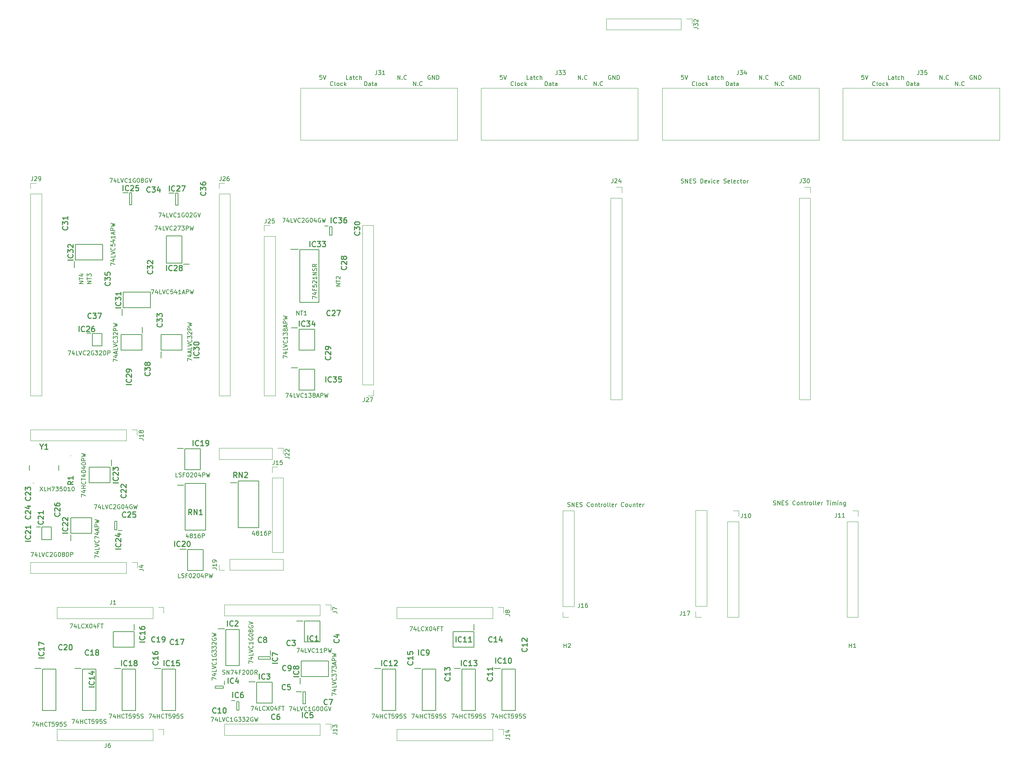
<source format=gbr>
%TF.GenerationSoftware,KiCad,Pcbnew,(6.0.1)*%
%TF.CreationDate,2022-03-04T09:28:36+02:00*%
%TF.ProjectId,SNES Device,534e4553-2044-4657-9669-63652e6b6963,0.6*%
%TF.SameCoordinates,Original*%
%TF.FileFunction,Legend,Top*%
%TF.FilePolarity,Positive*%
%FSLAX46Y46*%
G04 Gerber Fmt 4.6, Leading zero omitted, Abs format (unit mm)*
G04 Created by KiCad (PCBNEW (6.0.1)) date 2022-03-04 09:28:36*
%MOMM*%
%LPD*%
G01*
G04 APERTURE LIST*
%ADD10C,0.150000*%
%ADD11C,0.254000*%
%ADD12C,0.200000*%
%ADD13C,0.120000*%
%ADD14C,0.100000*%
G04 APERTURE END LIST*
D10*
X145590761Y-136421761D02*
X145733619Y-136469380D01*
X145971714Y-136469380D01*
X146066952Y-136421761D01*
X146114571Y-136374142D01*
X146162190Y-136278904D01*
X146162190Y-136183666D01*
X146114571Y-136088428D01*
X146066952Y-136040809D01*
X145971714Y-135993190D01*
X145781238Y-135945571D01*
X145686000Y-135897952D01*
X145638380Y-135850333D01*
X145590761Y-135755095D01*
X145590761Y-135659857D01*
X145638380Y-135564619D01*
X145686000Y-135517000D01*
X145781238Y-135469380D01*
X146019333Y-135469380D01*
X146162190Y-135517000D01*
X146590761Y-136469380D02*
X146590761Y-135469380D01*
X147162190Y-136469380D01*
X147162190Y-135469380D01*
X147638380Y-135945571D02*
X147971714Y-135945571D01*
X148114571Y-136469380D02*
X147638380Y-136469380D01*
X147638380Y-135469380D01*
X148114571Y-135469380D01*
X148495523Y-136421761D02*
X148638380Y-136469380D01*
X148876476Y-136469380D01*
X148971714Y-136421761D01*
X149019333Y-136374142D01*
X149066952Y-136278904D01*
X149066952Y-136183666D01*
X149019333Y-136088428D01*
X148971714Y-136040809D01*
X148876476Y-135993190D01*
X148686000Y-135945571D01*
X148590761Y-135897952D01*
X148543142Y-135850333D01*
X148495523Y-135755095D01*
X148495523Y-135659857D01*
X148543142Y-135564619D01*
X148590761Y-135517000D01*
X148686000Y-135469380D01*
X148924095Y-135469380D01*
X149066952Y-135517000D01*
X150828857Y-136374142D02*
X150781238Y-136421761D01*
X150638380Y-136469380D01*
X150543142Y-136469380D01*
X150400285Y-136421761D01*
X150305047Y-136326523D01*
X150257428Y-136231285D01*
X150209809Y-136040809D01*
X150209809Y-135897952D01*
X150257428Y-135707476D01*
X150305047Y-135612238D01*
X150400285Y-135517000D01*
X150543142Y-135469380D01*
X150638380Y-135469380D01*
X150781238Y-135517000D01*
X150828857Y-135564619D01*
X151400285Y-136469380D02*
X151305047Y-136421761D01*
X151257428Y-136374142D01*
X151209809Y-136278904D01*
X151209809Y-135993190D01*
X151257428Y-135897952D01*
X151305047Y-135850333D01*
X151400285Y-135802714D01*
X151543142Y-135802714D01*
X151638380Y-135850333D01*
X151686000Y-135897952D01*
X151733619Y-135993190D01*
X151733619Y-136278904D01*
X151686000Y-136374142D01*
X151638380Y-136421761D01*
X151543142Y-136469380D01*
X151400285Y-136469380D01*
X152162190Y-135802714D02*
X152162190Y-136469380D01*
X152162190Y-135897952D02*
X152209809Y-135850333D01*
X152305047Y-135802714D01*
X152447904Y-135802714D01*
X152543142Y-135850333D01*
X152590761Y-135945571D01*
X152590761Y-136469380D01*
X152924095Y-135802714D02*
X153305047Y-135802714D01*
X153066952Y-135469380D02*
X153066952Y-136326523D01*
X153114571Y-136421761D01*
X153209809Y-136469380D01*
X153305047Y-136469380D01*
X153638380Y-136469380D02*
X153638380Y-135802714D01*
X153638380Y-135993190D02*
X153686000Y-135897952D01*
X153733619Y-135850333D01*
X153828857Y-135802714D01*
X153924095Y-135802714D01*
X154400285Y-136469380D02*
X154305047Y-136421761D01*
X154257428Y-136374142D01*
X154209809Y-136278904D01*
X154209809Y-135993190D01*
X154257428Y-135897952D01*
X154305047Y-135850333D01*
X154400285Y-135802714D01*
X154543142Y-135802714D01*
X154638380Y-135850333D01*
X154686000Y-135897952D01*
X154733619Y-135993190D01*
X154733619Y-136278904D01*
X154686000Y-136374142D01*
X154638380Y-136421761D01*
X154543142Y-136469380D01*
X154400285Y-136469380D01*
X155305047Y-136469380D02*
X155209809Y-136421761D01*
X155162190Y-136326523D01*
X155162190Y-135469380D01*
X155828857Y-136469380D02*
X155733619Y-136421761D01*
X155686000Y-136326523D01*
X155686000Y-135469380D01*
X156590761Y-136421761D02*
X156495523Y-136469380D01*
X156305047Y-136469380D01*
X156209809Y-136421761D01*
X156162190Y-136326523D01*
X156162190Y-135945571D01*
X156209809Y-135850333D01*
X156305047Y-135802714D01*
X156495523Y-135802714D01*
X156590761Y-135850333D01*
X156638380Y-135945571D01*
X156638380Y-136040809D01*
X156162190Y-136136047D01*
X157066952Y-136469380D02*
X157066952Y-135802714D01*
X157066952Y-135993190D02*
X157114571Y-135897952D01*
X157162190Y-135850333D01*
X157257428Y-135802714D01*
X157352666Y-135802714D01*
X159019333Y-136374142D02*
X158971714Y-136421761D01*
X158828857Y-136469380D01*
X158733619Y-136469380D01*
X158590761Y-136421761D01*
X158495523Y-136326523D01*
X158447904Y-136231285D01*
X158400285Y-136040809D01*
X158400285Y-135897952D01*
X158447904Y-135707476D01*
X158495523Y-135612238D01*
X158590761Y-135517000D01*
X158733619Y-135469380D01*
X158828857Y-135469380D01*
X158971714Y-135517000D01*
X159019333Y-135564619D01*
X159590761Y-136469380D02*
X159495523Y-136421761D01*
X159447904Y-136374142D01*
X159400285Y-136278904D01*
X159400285Y-135993190D01*
X159447904Y-135897952D01*
X159495523Y-135850333D01*
X159590761Y-135802714D01*
X159733619Y-135802714D01*
X159828857Y-135850333D01*
X159876476Y-135897952D01*
X159924095Y-135993190D01*
X159924095Y-136278904D01*
X159876476Y-136374142D01*
X159828857Y-136421761D01*
X159733619Y-136469380D01*
X159590761Y-136469380D01*
X160781238Y-135802714D02*
X160781238Y-136469380D01*
X160352666Y-135802714D02*
X160352666Y-136326523D01*
X160400285Y-136421761D01*
X160495523Y-136469380D01*
X160638380Y-136469380D01*
X160733619Y-136421761D01*
X160781238Y-136374142D01*
X161257428Y-135802714D02*
X161257428Y-136469380D01*
X161257428Y-135897952D02*
X161305047Y-135850333D01*
X161400285Y-135802714D01*
X161543142Y-135802714D01*
X161638380Y-135850333D01*
X161686000Y-135945571D01*
X161686000Y-136469380D01*
X162019333Y-135802714D02*
X162400285Y-135802714D01*
X162162190Y-135469380D02*
X162162190Y-136326523D01*
X162209809Y-136421761D01*
X162305047Y-136469380D01*
X162400285Y-136469380D01*
X163114571Y-136421761D02*
X163019333Y-136469380D01*
X162828857Y-136469380D01*
X162733619Y-136421761D01*
X162686000Y-136326523D01*
X162686000Y-135945571D01*
X162733619Y-135850333D01*
X162828857Y-135802714D01*
X163019333Y-135802714D01*
X163114571Y-135850333D01*
X163162190Y-135945571D01*
X163162190Y-136040809D01*
X162686000Y-136136047D01*
X163590761Y-136469380D02*
X163590761Y-135802714D01*
X163590761Y-135993190D02*
X163638380Y-135897952D01*
X163686000Y-135850333D01*
X163781238Y-135802714D01*
X163876476Y-135802714D01*
X194811142Y-136040761D02*
X194954000Y-136088380D01*
X195192095Y-136088380D01*
X195287333Y-136040761D01*
X195334952Y-135993142D01*
X195382571Y-135897904D01*
X195382571Y-135802666D01*
X195334952Y-135707428D01*
X195287333Y-135659809D01*
X195192095Y-135612190D01*
X195001619Y-135564571D01*
X194906380Y-135516952D01*
X194858761Y-135469333D01*
X194811142Y-135374095D01*
X194811142Y-135278857D01*
X194858761Y-135183619D01*
X194906380Y-135136000D01*
X195001619Y-135088380D01*
X195239714Y-135088380D01*
X195382571Y-135136000D01*
X195811142Y-136088380D02*
X195811142Y-135088380D01*
X196382571Y-136088380D01*
X196382571Y-135088380D01*
X196858761Y-135564571D02*
X197192095Y-135564571D01*
X197334952Y-136088380D02*
X196858761Y-136088380D01*
X196858761Y-135088380D01*
X197334952Y-135088380D01*
X197715904Y-136040761D02*
X197858761Y-136088380D01*
X198096857Y-136088380D01*
X198192095Y-136040761D01*
X198239714Y-135993142D01*
X198287333Y-135897904D01*
X198287333Y-135802666D01*
X198239714Y-135707428D01*
X198192095Y-135659809D01*
X198096857Y-135612190D01*
X197906380Y-135564571D01*
X197811142Y-135516952D01*
X197763523Y-135469333D01*
X197715904Y-135374095D01*
X197715904Y-135278857D01*
X197763523Y-135183619D01*
X197811142Y-135136000D01*
X197906380Y-135088380D01*
X198144476Y-135088380D01*
X198287333Y-135136000D01*
X200049238Y-135993142D02*
X200001619Y-136040761D01*
X199858761Y-136088380D01*
X199763523Y-136088380D01*
X199620666Y-136040761D01*
X199525428Y-135945523D01*
X199477809Y-135850285D01*
X199430190Y-135659809D01*
X199430190Y-135516952D01*
X199477809Y-135326476D01*
X199525428Y-135231238D01*
X199620666Y-135136000D01*
X199763523Y-135088380D01*
X199858761Y-135088380D01*
X200001619Y-135136000D01*
X200049238Y-135183619D01*
X200620666Y-136088380D02*
X200525428Y-136040761D01*
X200477809Y-135993142D01*
X200430190Y-135897904D01*
X200430190Y-135612190D01*
X200477809Y-135516952D01*
X200525428Y-135469333D01*
X200620666Y-135421714D01*
X200763523Y-135421714D01*
X200858761Y-135469333D01*
X200906380Y-135516952D01*
X200954000Y-135612190D01*
X200954000Y-135897904D01*
X200906380Y-135993142D01*
X200858761Y-136040761D01*
X200763523Y-136088380D01*
X200620666Y-136088380D01*
X201382571Y-135421714D02*
X201382571Y-136088380D01*
X201382571Y-135516952D02*
X201430190Y-135469333D01*
X201525428Y-135421714D01*
X201668285Y-135421714D01*
X201763523Y-135469333D01*
X201811142Y-135564571D01*
X201811142Y-136088380D01*
X202144476Y-135421714D02*
X202525428Y-135421714D01*
X202287333Y-135088380D02*
X202287333Y-135945523D01*
X202334952Y-136040761D01*
X202430190Y-136088380D01*
X202525428Y-136088380D01*
X202858761Y-136088380D02*
X202858761Y-135421714D01*
X202858761Y-135612190D02*
X202906380Y-135516952D01*
X202954000Y-135469333D01*
X203049238Y-135421714D01*
X203144476Y-135421714D01*
X203620666Y-136088380D02*
X203525428Y-136040761D01*
X203477809Y-135993142D01*
X203430190Y-135897904D01*
X203430190Y-135612190D01*
X203477809Y-135516952D01*
X203525428Y-135469333D01*
X203620666Y-135421714D01*
X203763523Y-135421714D01*
X203858761Y-135469333D01*
X203906380Y-135516952D01*
X203954000Y-135612190D01*
X203954000Y-135897904D01*
X203906380Y-135993142D01*
X203858761Y-136040761D01*
X203763523Y-136088380D01*
X203620666Y-136088380D01*
X204525428Y-136088380D02*
X204430190Y-136040761D01*
X204382571Y-135945523D01*
X204382571Y-135088380D01*
X205049238Y-136088380D02*
X204954000Y-136040761D01*
X204906380Y-135945523D01*
X204906380Y-135088380D01*
X205811142Y-136040761D02*
X205715904Y-136088380D01*
X205525428Y-136088380D01*
X205430190Y-136040761D01*
X205382571Y-135945523D01*
X205382571Y-135564571D01*
X205430190Y-135469333D01*
X205525428Y-135421714D01*
X205715904Y-135421714D01*
X205811142Y-135469333D01*
X205858761Y-135564571D01*
X205858761Y-135659809D01*
X205382571Y-135755047D01*
X206287333Y-136088380D02*
X206287333Y-135421714D01*
X206287333Y-135612190D02*
X206334952Y-135516952D01*
X206382571Y-135469333D01*
X206477809Y-135421714D01*
X206573047Y-135421714D01*
X207525428Y-135088380D02*
X208096857Y-135088380D01*
X207811142Y-136088380D02*
X207811142Y-135088380D01*
X208430190Y-136088380D02*
X208430190Y-135421714D01*
X208430190Y-135088380D02*
X208382571Y-135136000D01*
X208430190Y-135183619D01*
X208477809Y-135136000D01*
X208430190Y-135088380D01*
X208430190Y-135183619D01*
X208906380Y-136088380D02*
X208906380Y-135421714D01*
X208906380Y-135516952D02*
X208954000Y-135469333D01*
X209049238Y-135421714D01*
X209192095Y-135421714D01*
X209287333Y-135469333D01*
X209334952Y-135564571D01*
X209334952Y-136088380D01*
X209334952Y-135564571D02*
X209382571Y-135469333D01*
X209477809Y-135421714D01*
X209620666Y-135421714D01*
X209715904Y-135469333D01*
X209763523Y-135564571D01*
X209763523Y-136088380D01*
X210239714Y-136088380D02*
X210239714Y-135421714D01*
X210239714Y-135088380D02*
X210192095Y-135136000D01*
X210239714Y-135183619D01*
X210287333Y-135136000D01*
X210239714Y-135088380D01*
X210239714Y-135183619D01*
X210715904Y-135421714D02*
X210715904Y-136088380D01*
X210715904Y-135516952D02*
X210763523Y-135469333D01*
X210858761Y-135421714D01*
X211001619Y-135421714D01*
X211096857Y-135469333D01*
X211144476Y-135564571D01*
X211144476Y-136088380D01*
X212049238Y-135421714D02*
X212049238Y-136231238D01*
X212001619Y-136326476D01*
X211954000Y-136374095D01*
X211858761Y-136421714D01*
X211715904Y-136421714D01*
X211620666Y-136374095D01*
X212049238Y-136040761D02*
X211954000Y-136088380D01*
X211763523Y-136088380D01*
X211668285Y-136040761D01*
X211620666Y-135993142D01*
X211573047Y-135897904D01*
X211573047Y-135612190D01*
X211620666Y-135516952D01*
X211668285Y-135469333D01*
X211763523Y-135421714D01*
X211954000Y-135421714D01*
X212049238Y-135469333D01*
X172744809Y-58951761D02*
X172887666Y-58999380D01*
X173125761Y-58999380D01*
X173221000Y-58951761D01*
X173268619Y-58904142D01*
X173316238Y-58808904D01*
X173316238Y-58713666D01*
X173268619Y-58618428D01*
X173221000Y-58570809D01*
X173125761Y-58523190D01*
X172935285Y-58475571D01*
X172840047Y-58427952D01*
X172792428Y-58380333D01*
X172744809Y-58285095D01*
X172744809Y-58189857D01*
X172792428Y-58094619D01*
X172840047Y-58047000D01*
X172935285Y-57999380D01*
X173173380Y-57999380D01*
X173316238Y-58047000D01*
X173744809Y-58999380D02*
X173744809Y-57999380D01*
X174316238Y-58999380D01*
X174316238Y-57999380D01*
X174792428Y-58475571D02*
X175125761Y-58475571D01*
X175268619Y-58999380D02*
X174792428Y-58999380D01*
X174792428Y-57999380D01*
X175268619Y-57999380D01*
X175649571Y-58951761D02*
X175792428Y-58999380D01*
X176030523Y-58999380D01*
X176125761Y-58951761D01*
X176173380Y-58904142D01*
X176221000Y-58808904D01*
X176221000Y-58713666D01*
X176173380Y-58618428D01*
X176125761Y-58570809D01*
X176030523Y-58523190D01*
X175840047Y-58475571D01*
X175744809Y-58427952D01*
X175697190Y-58380333D01*
X175649571Y-58285095D01*
X175649571Y-58189857D01*
X175697190Y-58094619D01*
X175744809Y-58047000D01*
X175840047Y-57999380D01*
X176078142Y-57999380D01*
X176221000Y-58047000D01*
X177411476Y-58999380D02*
X177411476Y-57999380D01*
X177649571Y-57999380D01*
X177792428Y-58047000D01*
X177887666Y-58142238D01*
X177935285Y-58237476D01*
X177982904Y-58427952D01*
X177982904Y-58570809D01*
X177935285Y-58761285D01*
X177887666Y-58856523D01*
X177792428Y-58951761D01*
X177649571Y-58999380D01*
X177411476Y-58999380D01*
X178792428Y-58951761D02*
X178697190Y-58999380D01*
X178506714Y-58999380D01*
X178411476Y-58951761D01*
X178363857Y-58856523D01*
X178363857Y-58475571D01*
X178411476Y-58380333D01*
X178506714Y-58332714D01*
X178697190Y-58332714D01*
X178792428Y-58380333D01*
X178840047Y-58475571D01*
X178840047Y-58570809D01*
X178363857Y-58666047D01*
X179173380Y-58332714D02*
X179411476Y-58999380D01*
X179649571Y-58332714D01*
X180030523Y-58999380D02*
X180030523Y-58332714D01*
X180030523Y-57999380D02*
X179982904Y-58047000D01*
X180030523Y-58094619D01*
X180078142Y-58047000D01*
X180030523Y-57999380D01*
X180030523Y-58094619D01*
X180935285Y-58951761D02*
X180840047Y-58999380D01*
X180649571Y-58999380D01*
X180554333Y-58951761D01*
X180506714Y-58904142D01*
X180459095Y-58808904D01*
X180459095Y-58523190D01*
X180506714Y-58427952D01*
X180554333Y-58380333D01*
X180649571Y-58332714D01*
X180840047Y-58332714D01*
X180935285Y-58380333D01*
X181744809Y-58951761D02*
X181649571Y-58999380D01*
X181459095Y-58999380D01*
X181363857Y-58951761D01*
X181316238Y-58856523D01*
X181316238Y-58475571D01*
X181363857Y-58380333D01*
X181459095Y-58332714D01*
X181649571Y-58332714D01*
X181744809Y-58380333D01*
X181792428Y-58475571D01*
X181792428Y-58570809D01*
X181316238Y-58666047D01*
X182935285Y-58951761D02*
X183078142Y-58999380D01*
X183316238Y-58999380D01*
X183411476Y-58951761D01*
X183459095Y-58904142D01*
X183506714Y-58808904D01*
X183506714Y-58713666D01*
X183459095Y-58618428D01*
X183411476Y-58570809D01*
X183316238Y-58523190D01*
X183125761Y-58475571D01*
X183030523Y-58427952D01*
X182982904Y-58380333D01*
X182935285Y-58285095D01*
X182935285Y-58189857D01*
X182982904Y-58094619D01*
X183030523Y-58047000D01*
X183125761Y-57999380D01*
X183363857Y-57999380D01*
X183506714Y-58047000D01*
X184316238Y-58951761D02*
X184221000Y-58999380D01*
X184030523Y-58999380D01*
X183935285Y-58951761D01*
X183887666Y-58856523D01*
X183887666Y-58475571D01*
X183935285Y-58380333D01*
X184030523Y-58332714D01*
X184221000Y-58332714D01*
X184316238Y-58380333D01*
X184363857Y-58475571D01*
X184363857Y-58570809D01*
X183887666Y-58666047D01*
X184935285Y-58999380D02*
X184840047Y-58951761D01*
X184792428Y-58856523D01*
X184792428Y-57999380D01*
X185697190Y-58951761D02*
X185601952Y-58999380D01*
X185411476Y-58999380D01*
X185316238Y-58951761D01*
X185268619Y-58856523D01*
X185268619Y-58475571D01*
X185316238Y-58380333D01*
X185411476Y-58332714D01*
X185601952Y-58332714D01*
X185697190Y-58380333D01*
X185744809Y-58475571D01*
X185744809Y-58570809D01*
X185268619Y-58666047D01*
X186601952Y-58951761D02*
X186506714Y-58999380D01*
X186316238Y-58999380D01*
X186221000Y-58951761D01*
X186173380Y-58904142D01*
X186125761Y-58808904D01*
X186125761Y-58523190D01*
X186173380Y-58427952D01*
X186221000Y-58380333D01*
X186316238Y-58332714D01*
X186506714Y-58332714D01*
X186601952Y-58380333D01*
X186887666Y-58332714D02*
X187268619Y-58332714D01*
X187030523Y-57999380D02*
X187030523Y-58856523D01*
X187078142Y-58951761D01*
X187173380Y-58999380D01*
X187268619Y-58999380D01*
X187744809Y-58999380D02*
X187649571Y-58951761D01*
X187601952Y-58904142D01*
X187554333Y-58808904D01*
X187554333Y-58523190D01*
X187601952Y-58427952D01*
X187649571Y-58380333D01*
X187744809Y-58332714D01*
X187887666Y-58332714D01*
X187982904Y-58380333D01*
X188030523Y-58427952D01*
X188078142Y-58523190D01*
X188078142Y-58808904D01*
X188030523Y-58904142D01*
X187982904Y-58951761D01*
X187887666Y-58999380D01*
X187744809Y-58999380D01*
X188506714Y-58999380D02*
X188506714Y-58332714D01*
X188506714Y-58523190D02*
X188554333Y-58427952D01*
X188601952Y-58380333D01*
X188697190Y-58332714D01*
X188792428Y-58332714D01*
D11*
%TO.C,C37*%
X31568571Y-91258571D02*
X31508095Y-91319047D01*
X31326666Y-91379523D01*
X31205714Y-91379523D01*
X31024285Y-91319047D01*
X30903333Y-91198095D01*
X30842857Y-91077142D01*
X30782380Y-90835238D01*
X30782380Y-90653809D01*
X30842857Y-90411904D01*
X30903333Y-90290952D01*
X31024285Y-90170000D01*
X31205714Y-90109523D01*
X31326666Y-90109523D01*
X31508095Y-90170000D01*
X31568571Y-90230476D01*
X31991904Y-90109523D02*
X32778095Y-90109523D01*
X32354761Y-90593333D01*
X32536190Y-90593333D01*
X32657142Y-90653809D01*
X32717619Y-90714285D01*
X32778095Y-90835238D01*
X32778095Y-91137619D01*
X32717619Y-91258571D01*
X32657142Y-91319047D01*
X32536190Y-91379523D01*
X32173333Y-91379523D01*
X32052380Y-91319047D01*
X31991904Y-91258571D01*
X33201428Y-90109523D02*
X34048095Y-90109523D01*
X33503809Y-91379523D01*
%TO.C,IC19*%
X55940476Y-121859523D02*
X55940476Y-120589523D01*
X57270952Y-121738571D02*
X57210476Y-121799047D01*
X57029047Y-121859523D01*
X56908095Y-121859523D01*
X56726666Y-121799047D01*
X56605714Y-121678095D01*
X56545238Y-121557142D01*
X56484761Y-121315238D01*
X56484761Y-121133809D01*
X56545238Y-120891904D01*
X56605714Y-120770952D01*
X56726666Y-120650000D01*
X56908095Y-120589523D01*
X57029047Y-120589523D01*
X57210476Y-120650000D01*
X57270952Y-120710476D01*
X58480476Y-121859523D02*
X57754761Y-121859523D01*
X58117619Y-121859523D02*
X58117619Y-120589523D01*
X57996666Y-120770952D01*
X57875714Y-120891904D01*
X57754761Y-120952380D01*
X59085238Y-121859523D02*
X59327142Y-121859523D01*
X59448095Y-121799047D01*
X59508571Y-121738571D01*
X59629523Y-121557142D01*
X59690000Y-121315238D01*
X59690000Y-120831428D01*
X59629523Y-120710476D01*
X59569047Y-120650000D01*
X59448095Y-120589523D01*
X59206190Y-120589523D01*
X59085238Y-120650000D01*
X59024761Y-120710476D01*
X58964285Y-120831428D01*
X58964285Y-121133809D01*
X59024761Y-121254761D01*
X59085238Y-121315238D01*
X59206190Y-121375714D01*
X59448095Y-121375714D01*
X59569047Y-121315238D01*
X59629523Y-121254761D01*
X59690000Y-121133809D01*
D10*
X52308571Y-129357380D02*
X51832380Y-129357380D01*
X51832380Y-128357380D01*
X52594285Y-129309761D02*
X52737142Y-129357380D01*
X52975238Y-129357380D01*
X53070476Y-129309761D01*
X53118095Y-129262142D01*
X53165714Y-129166904D01*
X53165714Y-129071666D01*
X53118095Y-128976428D01*
X53070476Y-128928809D01*
X52975238Y-128881190D01*
X52784761Y-128833571D01*
X52689523Y-128785952D01*
X52641904Y-128738333D01*
X52594285Y-128643095D01*
X52594285Y-128547857D01*
X52641904Y-128452619D01*
X52689523Y-128405000D01*
X52784761Y-128357380D01*
X53022857Y-128357380D01*
X53165714Y-128405000D01*
X53927619Y-128833571D02*
X53594285Y-128833571D01*
X53594285Y-129357380D02*
X53594285Y-128357380D01*
X54070476Y-128357380D01*
X54641904Y-128357380D02*
X54737142Y-128357380D01*
X54832380Y-128405000D01*
X54880000Y-128452619D01*
X54927619Y-128547857D01*
X54975238Y-128738333D01*
X54975238Y-128976428D01*
X54927619Y-129166904D01*
X54880000Y-129262142D01*
X54832380Y-129309761D01*
X54737142Y-129357380D01*
X54641904Y-129357380D01*
X54546666Y-129309761D01*
X54499047Y-129262142D01*
X54451428Y-129166904D01*
X54403809Y-128976428D01*
X54403809Y-128738333D01*
X54451428Y-128547857D01*
X54499047Y-128452619D01*
X54546666Y-128405000D01*
X54641904Y-128357380D01*
X55356190Y-128452619D02*
X55403809Y-128405000D01*
X55499047Y-128357380D01*
X55737142Y-128357380D01*
X55832380Y-128405000D01*
X55880000Y-128452619D01*
X55927619Y-128547857D01*
X55927619Y-128643095D01*
X55880000Y-128785952D01*
X55308571Y-129357380D01*
X55927619Y-129357380D01*
X56546666Y-128357380D02*
X56641904Y-128357380D01*
X56737142Y-128405000D01*
X56784761Y-128452619D01*
X56832380Y-128547857D01*
X56880000Y-128738333D01*
X56880000Y-128976428D01*
X56832380Y-129166904D01*
X56784761Y-129262142D01*
X56737142Y-129309761D01*
X56641904Y-129357380D01*
X56546666Y-129357380D01*
X56451428Y-129309761D01*
X56403809Y-129262142D01*
X56356190Y-129166904D01*
X56308571Y-128976428D01*
X56308571Y-128738333D01*
X56356190Y-128547857D01*
X56403809Y-128452619D01*
X56451428Y-128405000D01*
X56546666Y-128357380D01*
X57737142Y-128690714D02*
X57737142Y-129357380D01*
X57499047Y-128309761D02*
X57260952Y-129024047D01*
X57880000Y-129024047D01*
X58260952Y-129357380D02*
X58260952Y-128357380D01*
X58641904Y-128357380D01*
X58737142Y-128405000D01*
X58784761Y-128452619D01*
X58832380Y-128547857D01*
X58832380Y-128690714D01*
X58784761Y-128785952D01*
X58737142Y-128833571D01*
X58641904Y-128881190D01*
X58260952Y-128881190D01*
X59165714Y-128357380D02*
X59403809Y-129357380D01*
X59594285Y-128643095D01*
X59784761Y-129357380D01*
X60022857Y-128357380D01*
%TO.C,NT3*%
X31637380Y-83057857D02*
X30637380Y-83057857D01*
X31637380Y-82486428D01*
X30637380Y-82486428D01*
X30637380Y-82153095D02*
X30637380Y-81581666D01*
X31637380Y-81867380D02*
X30637380Y-81867380D01*
X30637380Y-81343571D02*
X30637380Y-80724523D01*
X31018333Y-81057857D01*
X31018333Y-80915000D01*
X31065952Y-80819761D01*
X31113571Y-80772142D01*
X31208809Y-80724523D01*
X31446904Y-80724523D01*
X31542142Y-80772142D01*
X31589761Y-80819761D01*
X31637380Y-80915000D01*
X31637380Y-81200714D01*
X31589761Y-81295952D01*
X31542142Y-81343571D01*
%TO.C,J27*%
X96980476Y-110367380D02*
X96980476Y-111081666D01*
X96932857Y-111224523D01*
X96837619Y-111319761D01*
X96694761Y-111367380D01*
X96599523Y-111367380D01*
X97409047Y-110462619D02*
X97456666Y-110415000D01*
X97551904Y-110367380D01*
X97790000Y-110367380D01*
X97885238Y-110415000D01*
X97932857Y-110462619D01*
X97980476Y-110557857D01*
X97980476Y-110653095D01*
X97932857Y-110795952D01*
X97361428Y-111367380D01*
X97980476Y-111367380D01*
X98313809Y-110367380D02*
X98980476Y-110367380D01*
X98551904Y-111367380D01*
D11*
%TO.C,IC33*%
X83880476Y-74234523D02*
X83880476Y-72964523D01*
X85210952Y-74113571D02*
X85150476Y-74174047D01*
X84969047Y-74234523D01*
X84848095Y-74234523D01*
X84666666Y-74174047D01*
X84545714Y-74053095D01*
X84485238Y-73932142D01*
X84424761Y-73690238D01*
X84424761Y-73508809D01*
X84485238Y-73266904D01*
X84545714Y-73145952D01*
X84666666Y-73025000D01*
X84848095Y-72964523D01*
X84969047Y-72964523D01*
X85150476Y-73025000D01*
X85210952Y-73085476D01*
X85634285Y-72964523D02*
X86420476Y-72964523D01*
X85997142Y-73448333D01*
X86178571Y-73448333D01*
X86299523Y-73508809D01*
X86360000Y-73569285D01*
X86420476Y-73690238D01*
X86420476Y-73992619D01*
X86360000Y-74113571D01*
X86299523Y-74174047D01*
X86178571Y-74234523D01*
X85815714Y-74234523D01*
X85694761Y-74174047D01*
X85634285Y-74113571D01*
X86843809Y-72964523D02*
X87630000Y-72964523D01*
X87206666Y-73448333D01*
X87388095Y-73448333D01*
X87509047Y-73508809D01*
X87569523Y-73569285D01*
X87630000Y-73690238D01*
X87630000Y-73992619D01*
X87569523Y-74113571D01*
X87509047Y-74174047D01*
X87388095Y-74234523D01*
X87025238Y-74234523D01*
X86904285Y-74174047D01*
X86843809Y-74113571D01*
D10*
X84542380Y-86716666D02*
X84542380Y-86050000D01*
X85542380Y-86478571D01*
X84875714Y-85240476D02*
X85542380Y-85240476D01*
X84494761Y-85478571D02*
X85209047Y-85716666D01*
X85209047Y-85097619D01*
X85018571Y-84383333D02*
X85018571Y-84716666D01*
X85542380Y-84716666D02*
X84542380Y-84716666D01*
X84542380Y-84240476D01*
X84542380Y-83383333D02*
X84542380Y-83859523D01*
X85018571Y-83907142D01*
X84970952Y-83859523D01*
X84923333Y-83764285D01*
X84923333Y-83526190D01*
X84970952Y-83430952D01*
X85018571Y-83383333D01*
X85113809Y-83335714D01*
X85351904Y-83335714D01*
X85447142Y-83383333D01*
X85494761Y-83430952D01*
X85542380Y-83526190D01*
X85542380Y-83764285D01*
X85494761Y-83859523D01*
X85447142Y-83907142D01*
X84637619Y-82954761D02*
X84590000Y-82907142D01*
X84542380Y-82811904D01*
X84542380Y-82573809D01*
X84590000Y-82478571D01*
X84637619Y-82430952D01*
X84732857Y-82383333D01*
X84828095Y-82383333D01*
X84970952Y-82430952D01*
X85542380Y-83002380D01*
X85542380Y-82383333D01*
X85542380Y-81430952D02*
X85542380Y-82002380D01*
X85542380Y-81716666D02*
X84542380Y-81716666D01*
X84685238Y-81811904D01*
X84780476Y-81907142D01*
X84828095Y-82002380D01*
X85542380Y-81002380D02*
X84542380Y-81002380D01*
X85542380Y-80430952D01*
X84542380Y-80430952D01*
X85494761Y-80002380D02*
X85542380Y-79859523D01*
X85542380Y-79621428D01*
X85494761Y-79526190D01*
X85447142Y-79478571D01*
X85351904Y-79430952D01*
X85256666Y-79430952D01*
X85161428Y-79478571D01*
X85113809Y-79526190D01*
X85066190Y-79621428D01*
X85018571Y-79811904D01*
X84970952Y-79907142D01*
X84923333Y-79954761D01*
X84828095Y-80002380D01*
X84732857Y-80002380D01*
X84637619Y-79954761D01*
X84590000Y-79907142D01*
X84542380Y-79811904D01*
X84542380Y-79573809D01*
X84590000Y-79430952D01*
X85542380Y-78430952D02*
X85066190Y-78764285D01*
X85542380Y-79002380D02*
X84542380Y-79002380D01*
X84542380Y-78621428D01*
X84590000Y-78526190D01*
X84637619Y-78478571D01*
X84732857Y-78430952D01*
X84875714Y-78430952D01*
X84970952Y-78478571D01*
X85018571Y-78526190D01*
X85066190Y-78621428D01*
X85066190Y-79002380D01*
D11*
%TO.C,C29*%
X88718571Y-100511428D02*
X88779047Y-100571904D01*
X88839523Y-100753333D01*
X88839523Y-100874285D01*
X88779047Y-101055714D01*
X88658095Y-101176666D01*
X88537142Y-101237142D01*
X88295238Y-101297619D01*
X88113809Y-101297619D01*
X87871904Y-101237142D01*
X87750952Y-101176666D01*
X87630000Y-101055714D01*
X87569523Y-100874285D01*
X87569523Y-100753333D01*
X87630000Y-100571904D01*
X87690476Y-100511428D01*
X87690476Y-100027619D02*
X87630000Y-99967142D01*
X87569523Y-99846190D01*
X87569523Y-99543809D01*
X87630000Y-99422857D01*
X87690476Y-99362380D01*
X87811428Y-99301904D01*
X87932380Y-99301904D01*
X88113809Y-99362380D01*
X88839523Y-100088095D01*
X88839523Y-99301904D01*
X88839523Y-98697142D02*
X88839523Y-98455238D01*
X88779047Y-98334285D01*
X88718571Y-98273809D01*
X88537142Y-98152857D01*
X88295238Y-98092380D01*
X87811428Y-98092380D01*
X87690476Y-98152857D01*
X87630000Y-98213333D01*
X87569523Y-98334285D01*
X87569523Y-98576190D01*
X87630000Y-98697142D01*
X87690476Y-98757619D01*
X87811428Y-98818095D01*
X88113809Y-98818095D01*
X88234761Y-98757619D01*
X88295238Y-98697142D01*
X88355714Y-98576190D01*
X88355714Y-98334285D01*
X88295238Y-98213333D01*
X88234761Y-98152857D01*
X88113809Y-98092380D01*
%TO.C,C18*%
X30933571Y-171903571D02*
X30873095Y-171964047D01*
X30691666Y-172024523D01*
X30570714Y-172024523D01*
X30389285Y-171964047D01*
X30268333Y-171843095D01*
X30207857Y-171722142D01*
X30147380Y-171480238D01*
X30147380Y-171298809D01*
X30207857Y-171056904D01*
X30268333Y-170935952D01*
X30389285Y-170815000D01*
X30570714Y-170754523D01*
X30691666Y-170754523D01*
X30873095Y-170815000D01*
X30933571Y-170875476D01*
X32143095Y-172024523D02*
X31417380Y-172024523D01*
X31780238Y-172024523D02*
X31780238Y-170754523D01*
X31659285Y-170935952D01*
X31538333Y-171056904D01*
X31417380Y-171117380D01*
X32868809Y-171298809D02*
X32747857Y-171238333D01*
X32687380Y-171177857D01*
X32626904Y-171056904D01*
X32626904Y-170996428D01*
X32687380Y-170875476D01*
X32747857Y-170815000D01*
X32868809Y-170754523D01*
X33110714Y-170754523D01*
X33231666Y-170815000D01*
X33292142Y-170875476D01*
X33352619Y-170996428D01*
X33352619Y-171056904D01*
X33292142Y-171177857D01*
X33231666Y-171238333D01*
X33110714Y-171298809D01*
X32868809Y-171298809D01*
X32747857Y-171359285D01*
X32687380Y-171419761D01*
X32626904Y-171540714D01*
X32626904Y-171782619D01*
X32687380Y-171903571D01*
X32747857Y-171964047D01*
X32868809Y-172024523D01*
X33110714Y-172024523D01*
X33231666Y-171964047D01*
X33292142Y-171903571D01*
X33352619Y-171782619D01*
X33352619Y-171540714D01*
X33292142Y-171419761D01*
X33231666Y-171359285D01*
X33110714Y-171298809D01*
D10*
%TO.C,J25*%
X73485476Y-67607380D02*
X73485476Y-68321666D01*
X73437857Y-68464523D01*
X73342619Y-68559761D01*
X73199761Y-68607380D01*
X73104523Y-68607380D01*
X73914047Y-67702619D02*
X73961666Y-67655000D01*
X74056904Y-67607380D01*
X74295000Y-67607380D01*
X74390238Y-67655000D01*
X74437857Y-67702619D01*
X74485476Y-67797857D01*
X74485476Y-67893095D01*
X74437857Y-68035952D01*
X73866428Y-68607380D01*
X74485476Y-68607380D01*
X75390238Y-67607380D02*
X74914047Y-67607380D01*
X74866428Y-68083571D01*
X74914047Y-68035952D01*
X75009285Y-67988333D01*
X75247380Y-67988333D01*
X75342619Y-68035952D01*
X75390238Y-68083571D01*
X75437857Y-68178809D01*
X75437857Y-68416904D01*
X75390238Y-68512142D01*
X75342619Y-68559761D01*
X75247380Y-68607380D01*
X75009285Y-68607380D01*
X74914047Y-68559761D01*
X74866428Y-68512142D01*
%TO.C,J11*%
X209883476Y-138009380D02*
X209883476Y-138723666D01*
X209835857Y-138866523D01*
X209740619Y-138961761D01*
X209597761Y-139009380D01*
X209502523Y-139009380D01*
X210883476Y-139009380D02*
X210312047Y-139009380D01*
X210597761Y-139009380D02*
X210597761Y-138009380D01*
X210502523Y-138152238D01*
X210407285Y-138247476D01*
X210312047Y-138295095D01*
X211835857Y-139009380D02*
X211264428Y-139009380D01*
X211550142Y-139009380D02*
X211550142Y-138009380D01*
X211454904Y-138152238D01*
X211359666Y-138247476D01*
X211264428Y-138295095D01*
%TO.C,J16*%
X148415476Y-159599380D02*
X148415476Y-160313666D01*
X148367857Y-160456523D01*
X148272619Y-160551761D01*
X148129761Y-160599380D01*
X148034523Y-160599380D01*
X149415476Y-160599380D02*
X148844047Y-160599380D01*
X149129761Y-160599380D02*
X149129761Y-159599380D01*
X149034523Y-159742238D01*
X148939285Y-159837476D01*
X148844047Y-159885095D01*
X150272619Y-159599380D02*
X150082142Y-159599380D01*
X149986904Y-159647000D01*
X149939285Y-159694619D01*
X149844047Y-159837476D01*
X149796428Y-160027952D01*
X149796428Y-160408904D01*
X149844047Y-160504142D01*
X149891666Y-160551761D01*
X149986904Y-160599380D01*
X150177380Y-160599380D01*
X150272619Y-160551761D01*
X150320238Y-160504142D01*
X150367857Y-160408904D01*
X150367857Y-160170809D01*
X150320238Y-160075571D01*
X150272619Y-160027952D01*
X150177380Y-159980333D01*
X149986904Y-159980333D01*
X149891666Y-160027952D01*
X149844047Y-160075571D01*
X149796428Y-160170809D01*
D11*
%TO.C,C23*%
X16963571Y-134166428D02*
X17024047Y-134226904D01*
X17084523Y-134408333D01*
X17084523Y-134529285D01*
X17024047Y-134710714D01*
X16903095Y-134831666D01*
X16782142Y-134892142D01*
X16540238Y-134952619D01*
X16358809Y-134952619D01*
X16116904Y-134892142D01*
X15995952Y-134831666D01*
X15875000Y-134710714D01*
X15814523Y-134529285D01*
X15814523Y-134408333D01*
X15875000Y-134226904D01*
X15935476Y-134166428D01*
X15935476Y-133682619D02*
X15875000Y-133622142D01*
X15814523Y-133501190D01*
X15814523Y-133198809D01*
X15875000Y-133077857D01*
X15935476Y-133017380D01*
X16056428Y-132956904D01*
X16177380Y-132956904D01*
X16358809Y-133017380D01*
X17084523Y-133743095D01*
X17084523Y-132956904D01*
X15814523Y-132533571D02*
X15814523Y-131747380D01*
X16298333Y-132170714D01*
X16298333Y-131989285D01*
X16358809Y-131868333D01*
X16419285Y-131807857D01*
X16540238Y-131747380D01*
X16842619Y-131747380D01*
X16963571Y-131807857D01*
X17024047Y-131868333D01*
X17084523Y-131989285D01*
X17084523Y-132352142D01*
X17024047Y-132473095D01*
X16963571Y-132533571D01*
%TO.C,IC8*%
X81219523Y-177134761D02*
X79949523Y-177134761D01*
X81098571Y-175804285D02*
X81159047Y-175864761D01*
X81219523Y-176046190D01*
X81219523Y-176167142D01*
X81159047Y-176348571D01*
X81038095Y-176469523D01*
X80917142Y-176530000D01*
X80675238Y-176590476D01*
X80493809Y-176590476D01*
X80251904Y-176530000D01*
X80130952Y-176469523D01*
X80010000Y-176348571D01*
X79949523Y-176167142D01*
X79949523Y-176046190D01*
X80010000Y-175864761D01*
X80070476Y-175804285D01*
X80493809Y-175078571D02*
X80433333Y-175199523D01*
X80372857Y-175260000D01*
X80251904Y-175320476D01*
X80191428Y-175320476D01*
X80070476Y-175260000D01*
X80010000Y-175199523D01*
X79949523Y-175078571D01*
X79949523Y-174836666D01*
X80010000Y-174715714D01*
X80070476Y-174655238D01*
X80191428Y-174594761D01*
X80251904Y-174594761D01*
X80372857Y-174655238D01*
X80433333Y-174715714D01*
X80493809Y-174836666D01*
X80493809Y-175078571D01*
X80554285Y-175199523D01*
X80614761Y-175260000D01*
X80735714Y-175320476D01*
X80977619Y-175320476D01*
X81098571Y-175260000D01*
X81159047Y-175199523D01*
X81219523Y-175078571D01*
X81219523Y-174836666D01*
X81159047Y-174715714D01*
X81098571Y-174655238D01*
X80977619Y-174594761D01*
X80735714Y-174594761D01*
X80614761Y-174655238D01*
X80554285Y-174715714D01*
X80493809Y-174836666D01*
D10*
X89241380Y-181728428D02*
X89241380Y-181061761D01*
X90241380Y-181490333D01*
X89574714Y-180252238D02*
X90241380Y-180252238D01*
X89193761Y-180490333D02*
X89908047Y-180728428D01*
X89908047Y-180109380D01*
X90241380Y-179252238D02*
X90241380Y-179728428D01*
X89241380Y-179728428D01*
X89241380Y-179061761D02*
X90241380Y-178728428D01*
X89241380Y-178395095D01*
X90146142Y-177490333D02*
X90193761Y-177537952D01*
X90241380Y-177680809D01*
X90241380Y-177776047D01*
X90193761Y-177918904D01*
X90098523Y-178014142D01*
X90003285Y-178061761D01*
X89812809Y-178109380D01*
X89669952Y-178109380D01*
X89479476Y-178061761D01*
X89384238Y-178014142D01*
X89289000Y-177918904D01*
X89241380Y-177776047D01*
X89241380Y-177680809D01*
X89289000Y-177537952D01*
X89336619Y-177490333D01*
X89241380Y-177157000D02*
X89241380Y-176537952D01*
X89622333Y-176871285D01*
X89622333Y-176728428D01*
X89669952Y-176633190D01*
X89717571Y-176585571D01*
X89812809Y-176537952D01*
X90050904Y-176537952D01*
X90146142Y-176585571D01*
X90193761Y-176633190D01*
X90241380Y-176728428D01*
X90241380Y-177014142D01*
X90193761Y-177109380D01*
X90146142Y-177157000D01*
X89241380Y-176204619D02*
X89241380Y-175537952D01*
X90241380Y-175966523D01*
X89241380Y-175252238D02*
X89241380Y-174633190D01*
X89622333Y-174966523D01*
X89622333Y-174823666D01*
X89669952Y-174728428D01*
X89717571Y-174680809D01*
X89812809Y-174633190D01*
X90050904Y-174633190D01*
X90146142Y-174680809D01*
X90193761Y-174728428D01*
X90241380Y-174823666D01*
X90241380Y-175109380D01*
X90193761Y-175204619D01*
X90146142Y-175252238D01*
X89955666Y-174252238D02*
X89955666Y-173776047D01*
X90241380Y-174347476D02*
X89241380Y-174014142D01*
X90241380Y-173680809D01*
X90241380Y-173347476D02*
X89241380Y-173347476D01*
X89241380Y-172966523D01*
X89289000Y-172871285D01*
X89336619Y-172823666D01*
X89431857Y-172776047D01*
X89574714Y-172776047D01*
X89669952Y-172823666D01*
X89717571Y-172871285D01*
X89765190Y-172966523D01*
X89765190Y-173347476D01*
X89241380Y-172442714D02*
X90241380Y-172204619D01*
X89527095Y-172014142D01*
X90241380Y-171823666D01*
X89241380Y-171585571D01*
D11*
%TO.C,IC28*%
X49590476Y-79949523D02*
X49590476Y-78679523D01*
X50920952Y-79828571D02*
X50860476Y-79889047D01*
X50679047Y-79949523D01*
X50558095Y-79949523D01*
X50376666Y-79889047D01*
X50255714Y-79768095D01*
X50195238Y-79647142D01*
X50134761Y-79405238D01*
X50134761Y-79223809D01*
X50195238Y-78981904D01*
X50255714Y-78860952D01*
X50376666Y-78740000D01*
X50558095Y-78679523D01*
X50679047Y-78679523D01*
X50860476Y-78740000D01*
X50920952Y-78800476D01*
X51404761Y-78800476D02*
X51465238Y-78740000D01*
X51586190Y-78679523D01*
X51888571Y-78679523D01*
X52009523Y-78740000D01*
X52070000Y-78800476D01*
X52130476Y-78921428D01*
X52130476Y-79042380D01*
X52070000Y-79223809D01*
X51344285Y-79949523D01*
X52130476Y-79949523D01*
X52856190Y-79223809D02*
X52735238Y-79163333D01*
X52674761Y-79102857D01*
X52614285Y-78981904D01*
X52614285Y-78921428D01*
X52674761Y-78800476D01*
X52735238Y-78740000D01*
X52856190Y-78679523D01*
X53098095Y-78679523D01*
X53219047Y-78740000D01*
X53279523Y-78800476D01*
X53340000Y-78921428D01*
X53340000Y-78981904D01*
X53279523Y-79102857D01*
X53219047Y-79163333D01*
X53098095Y-79223809D01*
X52856190Y-79223809D01*
X52735238Y-79284285D01*
X52674761Y-79344761D01*
X52614285Y-79465714D01*
X52614285Y-79707619D01*
X52674761Y-79828571D01*
X52735238Y-79889047D01*
X52856190Y-79949523D01*
X53098095Y-79949523D01*
X53219047Y-79889047D01*
X53279523Y-79828571D01*
X53340000Y-79707619D01*
X53340000Y-79465714D01*
X53279523Y-79344761D01*
X53219047Y-79284285D01*
X53098095Y-79223809D01*
D10*
X46792142Y-69302380D02*
X47458809Y-69302380D01*
X47030238Y-70302380D01*
X48268333Y-69635714D02*
X48268333Y-70302380D01*
X48030238Y-69254761D02*
X47792142Y-69969047D01*
X48411190Y-69969047D01*
X49268333Y-70302380D02*
X48792142Y-70302380D01*
X48792142Y-69302380D01*
X49458809Y-69302380D02*
X49792142Y-70302380D01*
X50125476Y-69302380D01*
X51030238Y-70207142D02*
X50982619Y-70254761D01*
X50839761Y-70302380D01*
X50744523Y-70302380D01*
X50601666Y-70254761D01*
X50506428Y-70159523D01*
X50458809Y-70064285D01*
X50411190Y-69873809D01*
X50411190Y-69730952D01*
X50458809Y-69540476D01*
X50506428Y-69445238D01*
X50601666Y-69350000D01*
X50744523Y-69302380D01*
X50839761Y-69302380D01*
X50982619Y-69350000D01*
X51030238Y-69397619D01*
X51411190Y-69397619D02*
X51458809Y-69350000D01*
X51554047Y-69302380D01*
X51792142Y-69302380D01*
X51887380Y-69350000D01*
X51935000Y-69397619D01*
X51982619Y-69492857D01*
X51982619Y-69588095D01*
X51935000Y-69730952D01*
X51363571Y-70302380D01*
X51982619Y-70302380D01*
X52315952Y-69302380D02*
X52982619Y-69302380D01*
X52554047Y-70302380D01*
X53268333Y-69302380D02*
X53887380Y-69302380D01*
X53554047Y-69683333D01*
X53696904Y-69683333D01*
X53792142Y-69730952D01*
X53839761Y-69778571D01*
X53887380Y-69873809D01*
X53887380Y-70111904D01*
X53839761Y-70207142D01*
X53792142Y-70254761D01*
X53696904Y-70302380D01*
X53411190Y-70302380D01*
X53315952Y-70254761D01*
X53268333Y-70207142D01*
X54315952Y-70302380D02*
X54315952Y-69302380D01*
X54696904Y-69302380D01*
X54792142Y-69350000D01*
X54839761Y-69397619D01*
X54887380Y-69492857D01*
X54887380Y-69635714D01*
X54839761Y-69730952D01*
X54792142Y-69778571D01*
X54696904Y-69826190D01*
X54315952Y-69826190D01*
X55220714Y-69302380D02*
X55458809Y-70302380D01*
X55649285Y-69588095D01*
X55839761Y-70302380D01*
X56077857Y-69302380D01*
D11*
%TO.C,C12*%
X135708571Y-170361428D02*
X135769047Y-170421904D01*
X135829523Y-170603333D01*
X135829523Y-170724285D01*
X135769047Y-170905714D01*
X135648095Y-171026666D01*
X135527142Y-171087142D01*
X135285238Y-171147619D01*
X135103809Y-171147619D01*
X134861904Y-171087142D01*
X134740952Y-171026666D01*
X134620000Y-170905714D01*
X134559523Y-170724285D01*
X134559523Y-170603333D01*
X134620000Y-170421904D01*
X134680476Y-170361428D01*
X135829523Y-169151904D02*
X135829523Y-169877619D01*
X135829523Y-169514761D02*
X134559523Y-169514761D01*
X134740952Y-169635714D01*
X134861904Y-169756666D01*
X134922380Y-169877619D01*
X134680476Y-168668095D02*
X134620000Y-168607619D01*
X134559523Y-168486666D01*
X134559523Y-168184285D01*
X134620000Y-168063333D01*
X134680476Y-168002857D01*
X134801428Y-167942380D01*
X134922380Y-167942380D01*
X135103809Y-168002857D01*
X135829523Y-168728571D01*
X135829523Y-167942380D01*
%TO.C,IC16*%
X44389523Y-168849523D02*
X43119523Y-168849523D01*
X44268571Y-167519047D02*
X44329047Y-167579523D01*
X44389523Y-167760952D01*
X44389523Y-167881904D01*
X44329047Y-168063333D01*
X44208095Y-168184285D01*
X44087142Y-168244761D01*
X43845238Y-168305238D01*
X43663809Y-168305238D01*
X43421904Y-168244761D01*
X43300952Y-168184285D01*
X43180000Y-168063333D01*
X43119523Y-167881904D01*
X43119523Y-167760952D01*
X43180000Y-167579523D01*
X43240476Y-167519047D01*
X44389523Y-166309523D02*
X44389523Y-167035238D01*
X44389523Y-166672380D02*
X43119523Y-166672380D01*
X43300952Y-166793333D01*
X43421904Y-166914285D01*
X43482380Y-167035238D01*
X43119523Y-165220952D02*
X43119523Y-165462857D01*
X43180000Y-165583809D01*
X43240476Y-165644285D01*
X43421904Y-165765238D01*
X43663809Y-165825714D01*
X44147619Y-165825714D01*
X44268571Y-165765238D01*
X44329047Y-165704761D01*
X44389523Y-165583809D01*
X44389523Y-165341904D01*
X44329047Y-165220952D01*
X44268571Y-165160476D01*
X44147619Y-165100000D01*
X43845238Y-165100000D01*
X43724285Y-165160476D01*
X43663809Y-165220952D01*
X43603333Y-165341904D01*
X43603333Y-165583809D01*
X43663809Y-165704761D01*
X43724285Y-165765238D01*
X43845238Y-165825714D01*
D10*
X26527619Y-164552380D02*
X27194285Y-164552380D01*
X26765714Y-165552380D01*
X28003809Y-164885714D02*
X28003809Y-165552380D01*
X27765714Y-164504761D02*
X27527619Y-165219047D01*
X28146666Y-165219047D01*
X29003809Y-165552380D02*
X28527619Y-165552380D01*
X28527619Y-164552380D01*
X29908571Y-165457142D02*
X29860952Y-165504761D01*
X29718095Y-165552380D01*
X29622857Y-165552380D01*
X29480000Y-165504761D01*
X29384761Y-165409523D01*
X29337142Y-165314285D01*
X29289523Y-165123809D01*
X29289523Y-164980952D01*
X29337142Y-164790476D01*
X29384761Y-164695238D01*
X29480000Y-164600000D01*
X29622857Y-164552380D01*
X29718095Y-164552380D01*
X29860952Y-164600000D01*
X29908571Y-164647619D01*
X30241904Y-164552380D02*
X30908571Y-165552380D01*
X30908571Y-164552380D02*
X30241904Y-165552380D01*
X31480000Y-164552380D02*
X31575238Y-164552380D01*
X31670476Y-164600000D01*
X31718095Y-164647619D01*
X31765714Y-164742857D01*
X31813333Y-164933333D01*
X31813333Y-165171428D01*
X31765714Y-165361904D01*
X31718095Y-165457142D01*
X31670476Y-165504761D01*
X31575238Y-165552380D01*
X31480000Y-165552380D01*
X31384761Y-165504761D01*
X31337142Y-165457142D01*
X31289523Y-165361904D01*
X31241904Y-165171428D01*
X31241904Y-164933333D01*
X31289523Y-164742857D01*
X31337142Y-164647619D01*
X31384761Y-164600000D01*
X31480000Y-164552380D01*
X32670476Y-164885714D02*
X32670476Y-165552380D01*
X32432380Y-164504761D02*
X32194285Y-165219047D01*
X32813333Y-165219047D01*
X33527619Y-165028571D02*
X33194285Y-165028571D01*
X33194285Y-165552380D02*
X33194285Y-164552380D01*
X33670476Y-164552380D01*
X33908571Y-164552380D02*
X34480000Y-164552380D01*
X34194285Y-165552380D02*
X34194285Y-164552380D01*
%TO.C,J31*%
X99893476Y-32063380D02*
X99893476Y-32777666D01*
X99845857Y-32920523D01*
X99750619Y-33015761D01*
X99607761Y-33063380D01*
X99512523Y-33063380D01*
X100274428Y-32063380D02*
X100893476Y-32063380D01*
X100560142Y-32444333D01*
X100703000Y-32444333D01*
X100798238Y-32491952D01*
X100845857Y-32539571D01*
X100893476Y-32634809D01*
X100893476Y-32872904D01*
X100845857Y-32968142D01*
X100798238Y-33015761D01*
X100703000Y-33063380D01*
X100417285Y-33063380D01*
X100322047Y-33015761D01*
X100274428Y-32968142D01*
X101845857Y-33063380D02*
X101274428Y-33063380D01*
X101560142Y-33063380D02*
X101560142Y-32063380D01*
X101464904Y-32206238D01*
X101369666Y-32301476D01*
X101274428Y-32349095D01*
X86762523Y-33203380D02*
X86286333Y-33203380D01*
X86238714Y-33679571D01*
X86286333Y-33631952D01*
X86381571Y-33584333D01*
X86619666Y-33584333D01*
X86714904Y-33631952D01*
X86762523Y-33679571D01*
X86810142Y-33774809D01*
X86810142Y-34012904D01*
X86762523Y-34108142D01*
X86714904Y-34155761D01*
X86619666Y-34203380D01*
X86381571Y-34203380D01*
X86286333Y-34155761D01*
X86238714Y-34108142D01*
X87095857Y-33203380D02*
X87429190Y-34203380D01*
X87762523Y-33203380D01*
X93143476Y-34203380D02*
X92667285Y-34203380D01*
X92667285Y-33203380D01*
X93905380Y-34203380D02*
X93905380Y-33679571D01*
X93857761Y-33584333D01*
X93762523Y-33536714D01*
X93572047Y-33536714D01*
X93476809Y-33584333D01*
X93905380Y-34155761D02*
X93810142Y-34203380D01*
X93572047Y-34203380D01*
X93476809Y-34155761D01*
X93429190Y-34060523D01*
X93429190Y-33965285D01*
X93476809Y-33870047D01*
X93572047Y-33822428D01*
X93810142Y-33822428D01*
X93905380Y-33774809D01*
X94238714Y-33536714D02*
X94619666Y-33536714D01*
X94381571Y-33203380D02*
X94381571Y-34060523D01*
X94429190Y-34155761D01*
X94524428Y-34203380D01*
X94619666Y-34203380D01*
X95381571Y-34155761D02*
X95286333Y-34203380D01*
X95095857Y-34203380D01*
X95000619Y-34155761D01*
X94953000Y-34108142D01*
X94905380Y-34012904D01*
X94905380Y-33727190D01*
X94953000Y-33631952D01*
X95000619Y-33584333D01*
X95095857Y-33536714D01*
X95286333Y-33536714D01*
X95381571Y-33584333D01*
X95810142Y-34203380D02*
X95810142Y-33203380D01*
X96238714Y-34203380D02*
X96238714Y-33679571D01*
X96191095Y-33584333D01*
X96095857Y-33536714D01*
X95953000Y-33536714D01*
X95857761Y-33584333D01*
X95810142Y-33631952D01*
X97000619Y-35703380D02*
X97000619Y-34703380D01*
X97238714Y-34703380D01*
X97381571Y-34751000D01*
X97476809Y-34846238D01*
X97524428Y-34941476D01*
X97572047Y-35131952D01*
X97572047Y-35274809D01*
X97524428Y-35465285D01*
X97476809Y-35560523D01*
X97381571Y-35655761D01*
X97238714Y-35703380D01*
X97000619Y-35703380D01*
X98429190Y-35703380D02*
X98429190Y-35179571D01*
X98381571Y-35084333D01*
X98286333Y-35036714D01*
X98095857Y-35036714D01*
X98000619Y-35084333D01*
X98429190Y-35655761D02*
X98333952Y-35703380D01*
X98095857Y-35703380D01*
X98000619Y-35655761D01*
X97953000Y-35560523D01*
X97953000Y-35465285D01*
X98000619Y-35370047D01*
X98095857Y-35322428D01*
X98333952Y-35322428D01*
X98429190Y-35274809D01*
X98762523Y-35036714D02*
X99143476Y-35036714D01*
X98905380Y-34703380D02*
X98905380Y-35560523D01*
X98953000Y-35655761D01*
X99048238Y-35703380D01*
X99143476Y-35703380D01*
X99905380Y-35703380D02*
X99905380Y-35179571D01*
X99857761Y-35084333D01*
X99762523Y-35036714D01*
X99572047Y-35036714D01*
X99476809Y-35084333D01*
X99905380Y-35655761D02*
X99810142Y-35703380D01*
X99572047Y-35703380D01*
X99476809Y-35655761D01*
X99429190Y-35560523D01*
X99429190Y-35465285D01*
X99476809Y-35370047D01*
X99572047Y-35322428D01*
X99810142Y-35322428D01*
X99905380Y-35274809D01*
X112691095Y-33251000D02*
X112595857Y-33203380D01*
X112453000Y-33203380D01*
X112310142Y-33251000D01*
X112214904Y-33346238D01*
X112167285Y-33441476D01*
X112119666Y-33631952D01*
X112119666Y-33774809D01*
X112167285Y-33965285D01*
X112214904Y-34060523D01*
X112310142Y-34155761D01*
X112453000Y-34203380D01*
X112548238Y-34203380D01*
X112691095Y-34155761D01*
X112738714Y-34108142D01*
X112738714Y-33774809D01*
X112548238Y-33774809D01*
X113167285Y-34203380D02*
X113167285Y-33203380D01*
X113738714Y-34203380D01*
X113738714Y-33203380D01*
X114214904Y-34203380D02*
X114214904Y-33203380D01*
X114453000Y-33203380D01*
X114595857Y-33251000D01*
X114691095Y-33346238D01*
X114738714Y-33441476D01*
X114786333Y-33631952D01*
X114786333Y-33774809D01*
X114738714Y-33965285D01*
X114691095Y-34060523D01*
X114595857Y-34155761D01*
X114453000Y-34203380D01*
X114214904Y-34203380D01*
X104929190Y-34203380D02*
X104929190Y-33203380D01*
X105500619Y-34203380D01*
X105500619Y-33203380D01*
X105976809Y-34108142D02*
X106024428Y-34155761D01*
X105976809Y-34203380D01*
X105929190Y-34155761D01*
X105976809Y-34108142D01*
X105976809Y-34203380D01*
X107024428Y-34108142D02*
X106976809Y-34155761D01*
X106833952Y-34203380D01*
X106738714Y-34203380D01*
X106595857Y-34155761D01*
X106500619Y-34060523D01*
X106453000Y-33965285D01*
X106405380Y-33774809D01*
X106405380Y-33631952D01*
X106453000Y-33441476D01*
X106500619Y-33346238D01*
X106595857Y-33251000D01*
X106738714Y-33203380D01*
X106833952Y-33203380D01*
X106976809Y-33251000D01*
X107024428Y-33298619D01*
X89464904Y-35608142D02*
X89417285Y-35655761D01*
X89274428Y-35703380D01*
X89179190Y-35703380D01*
X89036333Y-35655761D01*
X88941095Y-35560523D01*
X88893476Y-35465285D01*
X88845857Y-35274809D01*
X88845857Y-35131952D01*
X88893476Y-34941476D01*
X88941095Y-34846238D01*
X89036333Y-34751000D01*
X89179190Y-34703380D01*
X89274428Y-34703380D01*
X89417285Y-34751000D01*
X89464904Y-34798619D01*
X90036333Y-35703380D02*
X89941095Y-35655761D01*
X89893476Y-35560523D01*
X89893476Y-34703380D01*
X90560142Y-35703380D02*
X90464904Y-35655761D01*
X90417285Y-35608142D01*
X90369666Y-35512904D01*
X90369666Y-35227190D01*
X90417285Y-35131952D01*
X90464904Y-35084333D01*
X90560142Y-35036714D01*
X90703000Y-35036714D01*
X90798238Y-35084333D01*
X90845857Y-35131952D01*
X90893476Y-35227190D01*
X90893476Y-35512904D01*
X90845857Y-35608142D01*
X90798238Y-35655761D01*
X90703000Y-35703380D01*
X90560142Y-35703380D01*
X91750619Y-35655761D02*
X91655380Y-35703380D01*
X91464904Y-35703380D01*
X91369666Y-35655761D01*
X91322047Y-35608142D01*
X91274428Y-35512904D01*
X91274428Y-35227190D01*
X91322047Y-35131952D01*
X91369666Y-35084333D01*
X91464904Y-35036714D01*
X91655380Y-35036714D01*
X91750619Y-35084333D01*
X92179190Y-35703380D02*
X92179190Y-34703380D01*
X92274428Y-35322428D02*
X92560142Y-35703380D01*
X92560142Y-35036714D02*
X92179190Y-35417666D01*
X108679190Y-35703380D02*
X108679190Y-34703380D01*
X109250619Y-35703380D01*
X109250619Y-34703380D01*
X109726809Y-35608142D02*
X109774428Y-35655761D01*
X109726809Y-35703380D01*
X109679190Y-35655761D01*
X109726809Y-35608142D01*
X109726809Y-35703380D01*
X110774428Y-35608142D02*
X110726809Y-35655761D01*
X110583952Y-35703380D01*
X110488714Y-35703380D01*
X110345857Y-35655761D01*
X110250619Y-35560523D01*
X110203000Y-35465285D01*
X110155380Y-35274809D01*
X110155380Y-35131952D01*
X110203000Y-34941476D01*
X110250619Y-34846238D01*
X110345857Y-34751000D01*
X110488714Y-34703380D01*
X110583952Y-34703380D01*
X110726809Y-34751000D01*
X110774428Y-34798619D01*
D11*
%TO.C,C20*%
X24583571Y-170633571D02*
X24523095Y-170694047D01*
X24341666Y-170754523D01*
X24220714Y-170754523D01*
X24039285Y-170694047D01*
X23918333Y-170573095D01*
X23857857Y-170452142D01*
X23797380Y-170210238D01*
X23797380Y-170028809D01*
X23857857Y-169786904D01*
X23918333Y-169665952D01*
X24039285Y-169545000D01*
X24220714Y-169484523D01*
X24341666Y-169484523D01*
X24523095Y-169545000D01*
X24583571Y-169605476D01*
X25067380Y-169605476D02*
X25127857Y-169545000D01*
X25248809Y-169484523D01*
X25551190Y-169484523D01*
X25672142Y-169545000D01*
X25732619Y-169605476D01*
X25793095Y-169726428D01*
X25793095Y-169847380D01*
X25732619Y-170028809D01*
X25006904Y-170754523D01*
X25793095Y-170754523D01*
X26579285Y-169484523D02*
X26700238Y-169484523D01*
X26821190Y-169545000D01*
X26881666Y-169605476D01*
X26942142Y-169726428D01*
X27002619Y-169968333D01*
X27002619Y-170270714D01*
X26942142Y-170512619D01*
X26881666Y-170633571D01*
X26821190Y-170694047D01*
X26700238Y-170754523D01*
X26579285Y-170754523D01*
X26458333Y-170694047D01*
X26397857Y-170633571D01*
X26337380Y-170512619D01*
X26276904Y-170270714D01*
X26276904Y-169968333D01*
X26337380Y-169726428D01*
X26397857Y-169605476D01*
X26458333Y-169545000D01*
X26579285Y-169484523D01*
%TO.C,IC23*%
X38039523Y-130749523D02*
X36769523Y-130749523D01*
X37918571Y-129419047D02*
X37979047Y-129479523D01*
X38039523Y-129660952D01*
X38039523Y-129781904D01*
X37979047Y-129963333D01*
X37858095Y-130084285D01*
X37737142Y-130144761D01*
X37495238Y-130205238D01*
X37313809Y-130205238D01*
X37071904Y-130144761D01*
X36950952Y-130084285D01*
X36830000Y-129963333D01*
X36769523Y-129781904D01*
X36769523Y-129660952D01*
X36830000Y-129479523D01*
X36890476Y-129419047D01*
X36890476Y-128935238D02*
X36830000Y-128874761D01*
X36769523Y-128753809D01*
X36769523Y-128451428D01*
X36830000Y-128330476D01*
X36890476Y-128270000D01*
X37011428Y-128209523D01*
X37132380Y-128209523D01*
X37313809Y-128270000D01*
X38039523Y-128995714D01*
X38039523Y-128209523D01*
X36769523Y-127786190D02*
X36769523Y-127000000D01*
X37253333Y-127423333D01*
X37253333Y-127241904D01*
X37313809Y-127120952D01*
X37374285Y-127060476D01*
X37495238Y-127000000D01*
X37797619Y-127000000D01*
X37918571Y-127060476D01*
X37979047Y-127120952D01*
X38039523Y-127241904D01*
X38039523Y-127604761D01*
X37979047Y-127725714D01*
X37918571Y-127786190D01*
D10*
X29297380Y-134095476D02*
X29297380Y-133428809D01*
X30297380Y-133857380D01*
X29630714Y-132619285D02*
X30297380Y-132619285D01*
X29249761Y-132857380D02*
X29964047Y-133095476D01*
X29964047Y-132476428D01*
X30297380Y-132095476D02*
X29297380Y-132095476D01*
X29773571Y-132095476D02*
X29773571Y-131524047D01*
X30297380Y-131524047D02*
X29297380Y-131524047D01*
X30202142Y-130476428D02*
X30249761Y-130524047D01*
X30297380Y-130666904D01*
X30297380Y-130762142D01*
X30249761Y-130905000D01*
X30154523Y-131000238D01*
X30059285Y-131047857D01*
X29868809Y-131095476D01*
X29725952Y-131095476D01*
X29535476Y-131047857D01*
X29440238Y-131000238D01*
X29345000Y-130905000D01*
X29297380Y-130762142D01*
X29297380Y-130666904D01*
X29345000Y-130524047D01*
X29392619Y-130476428D01*
X29297380Y-130190714D02*
X29297380Y-129619285D01*
X30297380Y-129905000D02*
X29297380Y-129905000D01*
X29630714Y-128857380D02*
X30297380Y-128857380D01*
X29249761Y-129095476D02*
X29964047Y-129333571D01*
X29964047Y-128714523D01*
X29297380Y-128143095D02*
X29297380Y-128047857D01*
X29345000Y-127952619D01*
X29392619Y-127905000D01*
X29487857Y-127857380D01*
X29678333Y-127809761D01*
X29916428Y-127809761D01*
X30106904Y-127857380D01*
X30202142Y-127905000D01*
X30249761Y-127952619D01*
X30297380Y-128047857D01*
X30297380Y-128143095D01*
X30249761Y-128238333D01*
X30202142Y-128285952D01*
X30106904Y-128333571D01*
X29916428Y-128381190D01*
X29678333Y-128381190D01*
X29487857Y-128333571D01*
X29392619Y-128285952D01*
X29345000Y-128238333D01*
X29297380Y-128143095D01*
X29630714Y-126952619D02*
X30297380Y-126952619D01*
X29249761Y-127190714D02*
X29964047Y-127428809D01*
X29964047Y-126809761D01*
X29297380Y-126238333D02*
X29297380Y-126143095D01*
X29345000Y-126047857D01*
X29392619Y-126000238D01*
X29487857Y-125952619D01*
X29678333Y-125905000D01*
X29916428Y-125905000D01*
X30106904Y-125952619D01*
X30202142Y-126000238D01*
X30249761Y-126047857D01*
X30297380Y-126143095D01*
X30297380Y-126238333D01*
X30249761Y-126333571D01*
X30202142Y-126381190D01*
X30106904Y-126428809D01*
X29916428Y-126476428D01*
X29678333Y-126476428D01*
X29487857Y-126428809D01*
X29392619Y-126381190D01*
X29345000Y-126333571D01*
X29297380Y-126238333D01*
X30297380Y-125476428D02*
X29297380Y-125476428D01*
X29297380Y-125095476D01*
X29345000Y-125000238D01*
X29392619Y-124952619D01*
X29487857Y-124905000D01*
X29630714Y-124905000D01*
X29725952Y-124952619D01*
X29773571Y-125000238D01*
X29821190Y-125095476D01*
X29821190Y-125476428D01*
X29297380Y-124571666D02*
X30297380Y-124333571D01*
X29583095Y-124143095D01*
X30297380Y-123952619D01*
X29297380Y-123714523D01*
D11*
%TO.C,IC24*%
X38674523Y-146624523D02*
X37404523Y-146624523D01*
X38553571Y-145294047D02*
X38614047Y-145354523D01*
X38674523Y-145535952D01*
X38674523Y-145656904D01*
X38614047Y-145838333D01*
X38493095Y-145959285D01*
X38372142Y-146019761D01*
X38130238Y-146080238D01*
X37948809Y-146080238D01*
X37706904Y-146019761D01*
X37585952Y-145959285D01*
X37465000Y-145838333D01*
X37404523Y-145656904D01*
X37404523Y-145535952D01*
X37465000Y-145354523D01*
X37525476Y-145294047D01*
X37525476Y-144810238D02*
X37465000Y-144749761D01*
X37404523Y-144628809D01*
X37404523Y-144326428D01*
X37465000Y-144205476D01*
X37525476Y-144145000D01*
X37646428Y-144084523D01*
X37767380Y-144084523D01*
X37948809Y-144145000D01*
X38674523Y-144870714D01*
X38674523Y-144084523D01*
X37827857Y-142995952D02*
X38674523Y-142995952D01*
X37344047Y-143298333D02*
X38251190Y-143600714D01*
X38251190Y-142814523D01*
D10*
X32322142Y-135977380D02*
X32988809Y-135977380D01*
X32560238Y-136977380D01*
X33798333Y-136310714D02*
X33798333Y-136977380D01*
X33560238Y-135929761D02*
X33322142Y-136644047D01*
X33941190Y-136644047D01*
X34798333Y-136977380D02*
X34322142Y-136977380D01*
X34322142Y-135977380D01*
X34988809Y-135977380D02*
X35322142Y-136977380D01*
X35655476Y-135977380D01*
X36560238Y-136882142D02*
X36512619Y-136929761D01*
X36369761Y-136977380D01*
X36274523Y-136977380D01*
X36131666Y-136929761D01*
X36036428Y-136834523D01*
X35988809Y-136739285D01*
X35941190Y-136548809D01*
X35941190Y-136405952D01*
X35988809Y-136215476D01*
X36036428Y-136120238D01*
X36131666Y-136025000D01*
X36274523Y-135977380D01*
X36369761Y-135977380D01*
X36512619Y-136025000D01*
X36560238Y-136072619D01*
X36941190Y-136072619D02*
X36988809Y-136025000D01*
X37084047Y-135977380D01*
X37322142Y-135977380D01*
X37417380Y-136025000D01*
X37465000Y-136072619D01*
X37512619Y-136167857D01*
X37512619Y-136263095D01*
X37465000Y-136405952D01*
X36893571Y-136977380D01*
X37512619Y-136977380D01*
X38465000Y-136025000D02*
X38369761Y-135977380D01*
X38226904Y-135977380D01*
X38084047Y-136025000D01*
X37988809Y-136120238D01*
X37941190Y-136215476D01*
X37893571Y-136405952D01*
X37893571Y-136548809D01*
X37941190Y-136739285D01*
X37988809Y-136834523D01*
X38084047Y-136929761D01*
X38226904Y-136977380D01*
X38322142Y-136977380D01*
X38465000Y-136929761D01*
X38512619Y-136882142D01*
X38512619Y-136548809D01*
X38322142Y-136548809D01*
X39131666Y-135977380D02*
X39226904Y-135977380D01*
X39322142Y-136025000D01*
X39369761Y-136072619D01*
X39417380Y-136167857D01*
X39465000Y-136358333D01*
X39465000Y-136596428D01*
X39417380Y-136786904D01*
X39369761Y-136882142D01*
X39322142Y-136929761D01*
X39226904Y-136977380D01*
X39131666Y-136977380D01*
X39036428Y-136929761D01*
X38988809Y-136882142D01*
X38941190Y-136786904D01*
X38893571Y-136596428D01*
X38893571Y-136358333D01*
X38941190Y-136167857D01*
X38988809Y-136072619D01*
X39036428Y-136025000D01*
X39131666Y-135977380D01*
X40322142Y-136310714D02*
X40322142Y-136977380D01*
X40084047Y-135929761D02*
X39845952Y-136644047D01*
X40465000Y-136644047D01*
X41369761Y-136025000D02*
X41274523Y-135977380D01*
X41131666Y-135977380D01*
X40988809Y-136025000D01*
X40893571Y-136120238D01*
X40845952Y-136215476D01*
X40798333Y-136405952D01*
X40798333Y-136548809D01*
X40845952Y-136739285D01*
X40893571Y-136834523D01*
X40988809Y-136929761D01*
X41131666Y-136977380D01*
X41226904Y-136977380D01*
X41369761Y-136929761D01*
X41417380Y-136882142D01*
X41417380Y-136548809D01*
X41226904Y-136548809D01*
X41750714Y-135977380D02*
X41988809Y-136977380D01*
X42179285Y-136263095D01*
X42369761Y-136977380D01*
X42607857Y-135977380D01*
D11*
%TO.C,C33*%
X48459571Y-92637428D02*
X48520047Y-92697904D01*
X48580523Y-92879333D01*
X48580523Y-93000285D01*
X48520047Y-93181714D01*
X48399095Y-93302666D01*
X48278142Y-93363142D01*
X48036238Y-93423619D01*
X47854809Y-93423619D01*
X47612904Y-93363142D01*
X47491952Y-93302666D01*
X47371000Y-93181714D01*
X47310523Y-93000285D01*
X47310523Y-92879333D01*
X47371000Y-92697904D01*
X47431476Y-92637428D01*
X47310523Y-92214095D02*
X47310523Y-91427904D01*
X47794333Y-91851238D01*
X47794333Y-91669809D01*
X47854809Y-91548857D01*
X47915285Y-91488380D01*
X48036238Y-91427904D01*
X48338619Y-91427904D01*
X48459571Y-91488380D01*
X48520047Y-91548857D01*
X48580523Y-91669809D01*
X48580523Y-92032666D01*
X48520047Y-92153619D01*
X48459571Y-92214095D01*
X47310523Y-91004571D02*
X47310523Y-90218380D01*
X47794333Y-90641714D01*
X47794333Y-90460285D01*
X47854809Y-90339333D01*
X47915285Y-90278857D01*
X48036238Y-90218380D01*
X48338619Y-90218380D01*
X48459571Y-90278857D01*
X48520047Y-90339333D01*
X48580523Y-90460285D01*
X48580523Y-90823142D01*
X48520047Y-90944095D01*
X48459571Y-91004571D01*
%TO.C,IC1*%
X83342238Y-168595523D02*
X83342238Y-167325523D01*
X84672714Y-168474571D02*
X84612238Y-168535047D01*
X84430809Y-168595523D01*
X84309857Y-168595523D01*
X84128428Y-168535047D01*
X84007476Y-168414095D01*
X83947000Y-168293142D01*
X83886523Y-168051238D01*
X83886523Y-167869809D01*
X83947000Y-167627904D01*
X84007476Y-167506952D01*
X84128428Y-167386000D01*
X84309857Y-167325523D01*
X84430809Y-167325523D01*
X84612238Y-167386000D01*
X84672714Y-167446476D01*
X85882238Y-168595523D02*
X85156523Y-168595523D01*
X85519380Y-168595523D02*
X85519380Y-167325523D01*
X85398428Y-167506952D01*
X85277476Y-167627904D01*
X85156523Y-167688380D01*
D10*
X80796333Y-170394380D02*
X81463000Y-170394380D01*
X81034428Y-171394380D01*
X82272523Y-170727714D02*
X82272523Y-171394380D01*
X82034428Y-170346761D02*
X81796333Y-171061047D01*
X82415380Y-171061047D01*
X83272523Y-171394380D02*
X82796333Y-171394380D01*
X82796333Y-170394380D01*
X83463000Y-170394380D02*
X83796333Y-171394380D01*
X84129666Y-170394380D01*
X85034428Y-171299142D02*
X84986809Y-171346761D01*
X84843952Y-171394380D01*
X84748714Y-171394380D01*
X84605857Y-171346761D01*
X84510619Y-171251523D01*
X84463000Y-171156285D01*
X84415380Y-170965809D01*
X84415380Y-170822952D01*
X84463000Y-170632476D01*
X84510619Y-170537238D01*
X84605857Y-170442000D01*
X84748714Y-170394380D01*
X84843952Y-170394380D01*
X84986809Y-170442000D01*
X85034428Y-170489619D01*
X85986809Y-171394380D02*
X85415380Y-171394380D01*
X85701095Y-171394380D02*
X85701095Y-170394380D01*
X85605857Y-170537238D01*
X85510619Y-170632476D01*
X85415380Y-170680095D01*
X86939190Y-171394380D02*
X86367761Y-171394380D01*
X86653476Y-171394380D02*
X86653476Y-170394380D01*
X86558238Y-170537238D01*
X86463000Y-170632476D01*
X86367761Y-170680095D01*
X87367761Y-171394380D02*
X87367761Y-170394380D01*
X87748714Y-170394380D01*
X87843952Y-170442000D01*
X87891571Y-170489619D01*
X87939190Y-170584857D01*
X87939190Y-170727714D01*
X87891571Y-170822952D01*
X87843952Y-170870571D01*
X87748714Y-170918190D01*
X87367761Y-170918190D01*
X88272523Y-170394380D02*
X88510619Y-171394380D01*
X88701095Y-170680095D01*
X88891571Y-171394380D01*
X89129666Y-170394380D01*
D11*
%TO.C,IC14*%
X32324523Y-179644523D02*
X31054523Y-179644523D01*
X32203571Y-178314047D02*
X32264047Y-178374523D01*
X32324523Y-178555952D01*
X32324523Y-178676904D01*
X32264047Y-178858333D01*
X32143095Y-178979285D01*
X32022142Y-179039761D01*
X31780238Y-179100238D01*
X31598809Y-179100238D01*
X31356904Y-179039761D01*
X31235952Y-178979285D01*
X31115000Y-178858333D01*
X31054523Y-178676904D01*
X31054523Y-178555952D01*
X31115000Y-178374523D01*
X31175476Y-178314047D01*
X32324523Y-177104523D02*
X32324523Y-177830238D01*
X32324523Y-177467380D02*
X31054523Y-177467380D01*
X31235952Y-177588333D01*
X31356904Y-177709285D01*
X31417380Y-177830238D01*
X31477857Y-176015952D02*
X32324523Y-176015952D01*
X30994047Y-176318333D02*
X31901190Y-176620714D01*
X31901190Y-175834523D01*
D10*
X26995952Y-187412380D02*
X27662619Y-187412380D01*
X27234047Y-188412380D01*
X28472142Y-187745714D02*
X28472142Y-188412380D01*
X28234047Y-187364761D02*
X27995952Y-188079047D01*
X28615000Y-188079047D01*
X28995952Y-188412380D02*
X28995952Y-187412380D01*
X28995952Y-187888571D02*
X29567380Y-187888571D01*
X29567380Y-188412380D02*
X29567380Y-187412380D01*
X30615000Y-188317142D02*
X30567380Y-188364761D01*
X30424523Y-188412380D01*
X30329285Y-188412380D01*
X30186428Y-188364761D01*
X30091190Y-188269523D01*
X30043571Y-188174285D01*
X29995952Y-187983809D01*
X29995952Y-187840952D01*
X30043571Y-187650476D01*
X30091190Y-187555238D01*
X30186428Y-187460000D01*
X30329285Y-187412380D01*
X30424523Y-187412380D01*
X30567380Y-187460000D01*
X30615000Y-187507619D01*
X30900714Y-187412380D02*
X31472142Y-187412380D01*
X31186428Y-188412380D02*
X31186428Y-187412380D01*
X32281666Y-187412380D02*
X31805476Y-187412380D01*
X31757857Y-187888571D01*
X31805476Y-187840952D01*
X31900714Y-187793333D01*
X32138809Y-187793333D01*
X32234047Y-187840952D01*
X32281666Y-187888571D01*
X32329285Y-187983809D01*
X32329285Y-188221904D01*
X32281666Y-188317142D01*
X32234047Y-188364761D01*
X32138809Y-188412380D01*
X31900714Y-188412380D01*
X31805476Y-188364761D01*
X31757857Y-188317142D01*
X32805476Y-188412380D02*
X32995952Y-188412380D01*
X33091190Y-188364761D01*
X33138809Y-188317142D01*
X33234047Y-188174285D01*
X33281666Y-187983809D01*
X33281666Y-187602857D01*
X33234047Y-187507619D01*
X33186428Y-187460000D01*
X33091190Y-187412380D01*
X32900714Y-187412380D01*
X32805476Y-187460000D01*
X32757857Y-187507619D01*
X32710238Y-187602857D01*
X32710238Y-187840952D01*
X32757857Y-187936190D01*
X32805476Y-187983809D01*
X32900714Y-188031428D01*
X33091190Y-188031428D01*
X33186428Y-187983809D01*
X33234047Y-187936190D01*
X33281666Y-187840952D01*
X34186428Y-187412380D02*
X33710238Y-187412380D01*
X33662619Y-187888571D01*
X33710238Y-187840952D01*
X33805476Y-187793333D01*
X34043571Y-187793333D01*
X34138809Y-187840952D01*
X34186428Y-187888571D01*
X34234047Y-187983809D01*
X34234047Y-188221904D01*
X34186428Y-188317142D01*
X34138809Y-188364761D01*
X34043571Y-188412380D01*
X33805476Y-188412380D01*
X33710238Y-188364761D01*
X33662619Y-188317142D01*
X34615000Y-188364761D02*
X34757857Y-188412380D01*
X34995952Y-188412380D01*
X35091190Y-188364761D01*
X35138809Y-188317142D01*
X35186428Y-188221904D01*
X35186428Y-188126666D01*
X35138809Y-188031428D01*
X35091190Y-187983809D01*
X34995952Y-187936190D01*
X34805476Y-187888571D01*
X34710238Y-187840952D01*
X34662619Y-187793333D01*
X34615000Y-187698095D01*
X34615000Y-187602857D01*
X34662619Y-187507619D01*
X34710238Y-187460000D01*
X34805476Y-187412380D01*
X35043571Y-187412380D01*
X35186428Y-187460000D01*
D11*
%TO.C,IC29*%
X41214523Y-107254523D02*
X39944523Y-107254523D01*
X41093571Y-105924047D02*
X41154047Y-105984523D01*
X41214523Y-106165952D01*
X41214523Y-106286904D01*
X41154047Y-106468333D01*
X41033095Y-106589285D01*
X40912142Y-106649761D01*
X40670238Y-106710238D01*
X40488809Y-106710238D01*
X40246904Y-106649761D01*
X40125952Y-106589285D01*
X40005000Y-106468333D01*
X39944523Y-106286904D01*
X39944523Y-106165952D01*
X40005000Y-105984523D01*
X40065476Y-105924047D01*
X40065476Y-105440238D02*
X40005000Y-105379761D01*
X39944523Y-105258809D01*
X39944523Y-104956428D01*
X40005000Y-104835476D01*
X40065476Y-104775000D01*
X40186428Y-104714523D01*
X40307380Y-104714523D01*
X40488809Y-104775000D01*
X41214523Y-105500714D01*
X41214523Y-104714523D01*
X41214523Y-104109761D02*
X41214523Y-103867857D01*
X41154047Y-103746904D01*
X41093571Y-103686428D01*
X40912142Y-103565476D01*
X40670238Y-103505000D01*
X40186428Y-103505000D01*
X40065476Y-103565476D01*
X40005000Y-103625952D01*
X39944523Y-103746904D01*
X39944523Y-103988809D01*
X40005000Y-104109761D01*
X40065476Y-104170238D01*
X40186428Y-104230714D01*
X40488809Y-104230714D01*
X40609761Y-104170238D01*
X40670238Y-104109761D01*
X40730714Y-103988809D01*
X40730714Y-103746904D01*
X40670238Y-103625952D01*
X40609761Y-103565476D01*
X40488809Y-103505000D01*
D10*
X36917380Y-101750238D02*
X36917380Y-101083571D01*
X37917380Y-101512142D01*
X37250714Y-100274047D02*
X37917380Y-100274047D01*
X36869761Y-100512142D02*
X37584047Y-100750238D01*
X37584047Y-100131190D01*
X37631666Y-99797857D02*
X37631666Y-99321666D01*
X37917380Y-99893095D02*
X36917380Y-99559761D01*
X37917380Y-99226428D01*
X37917380Y-98416904D02*
X37917380Y-98893095D01*
X36917380Y-98893095D01*
X36917380Y-98226428D02*
X37917380Y-97893095D01*
X36917380Y-97559761D01*
X37822142Y-96655000D02*
X37869761Y-96702619D01*
X37917380Y-96845476D01*
X37917380Y-96940714D01*
X37869761Y-97083571D01*
X37774523Y-97178809D01*
X37679285Y-97226428D01*
X37488809Y-97274047D01*
X37345952Y-97274047D01*
X37155476Y-97226428D01*
X37060238Y-97178809D01*
X36965000Y-97083571D01*
X36917380Y-96940714D01*
X36917380Y-96845476D01*
X36965000Y-96702619D01*
X37012619Y-96655000D01*
X36917380Y-96321666D02*
X36917380Y-95702619D01*
X37298333Y-96035952D01*
X37298333Y-95893095D01*
X37345952Y-95797857D01*
X37393571Y-95750238D01*
X37488809Y-95702619D01*
X37726904Y-95702619D01*
X37822142Y-95750238D01*
X37869761Y-95797857D01*
X37917380Y-95893095D01*
X37917380Y-96178809D01*
X37869761Y-96274047D01*
X37822142Y-96321666D01*
X37012619Y-95321666D02*
X36965000Y-95274047D01*
X36917380Y-95178809D01*
X36917380Y-94940714D01*
X36965000Y-94845476D01*
X37012619Y-94797857D01*
X37107857Y-94750238D01*
X37203095Y-94750238D01*
X37345952Y-94797857D01*
X37917380Y-95369285D01*
X37917380Y-94750238D01*
X37917380Y-94321666D02*
X36917380Y-94321666D01*
X36917380Y-93940714D01*
X36965000Y-93845476D01*
X37012619Y-93797857D01*
X37107857Y-93750238D01*
X37250714Y-93750238D01*
X37345952Y-93797857D01*
X37393571Y-93845476D01*
X37441190Y-93940714D01*
X37441190Y-94321666D01*
X36917380Y-93416904D02*
X37917380Y-93178809D01*
X37203095Y-92988333D01*
X37917380Y-92797857D01*
X36917380Y-92559761D01*
%TO.C,J35*%
X229560476Y-32063380D02*
X229560476Y-32777666D01*
X229512857Y-32920523D01*
X229417619Y-33015761D01*
X229274761Y-33063380D01*
X229179523Y-33063380D01*
X229941428Y-32063380D02*
X230560476Y-32063380D01*
X230227142Y-32444333D01*
X230370000Y-32444333D01*
X230465238Y-32491952D01*
X230512857Y-32539571D01*
X230560476Y-32634809D01*
X230560476Y-32872904D01*
X230512857Y-32968142D01*
X230465238Y-33015761D01*
X230370000Y-33063380D01*
X230084285Y-33063380D01*
X229989047Y-33015761D01*
X229941428Y-32968142D01*
X231465238Y-32063380D02*
X230989047Y-32063380D01*
X230941428Y-32539571D01*
X230989047Y-32491952D01*
X231084285Y-32444333D01*
X231322380Y-32444333D01*
X231417619Y-32491952D01*
X231465238Y-32539571D01*
X231512857Y-32634809D01*
X231512857Y-32872904D01*
X231465238Y-32968142D01*
X231417619Y-33015761D01*
X231322380Y-33063380D01*
X231084285Y-33063380D01*
X230989047Y-33015761D01*
X230941428Y-32968142D01*
X242358095Y-33251000D02*
X242262857Y-33203380D01*
X242120000Y-33203380D01*
X241977142Y-33251000D01*
X241881904Y-33346238D01*
X241834285Y-33441476D01*
X241786666Y-33631952D01*
X241786666Y-33774809D01*
X241834285Y-33965285D01*
X241881904Y-34060523D01*
X241977142Y-34155761D01*
X242120000Y-34203380D01*
X242215238Y-34203380D01*
X242358095Y-34155761D01*
X242405714Y-34108142D01*
X242405714Y-33774809D01*
X242215238Y-33774809D01*
X242834285Y-34203380D02*
X242834285Y-33203380D01*
X243405714Y-34203380D01*
X243405714Y-33203380D01*
X243881904Y-34203380D02*
X243881904Y-33203380D01*
X244120000Y-33203380D01*
X244262857Y-33251000D01*
X244358095Y-33346238D01*
X244405714Y-33441476D01*
X244453333Y-33631952D01*
X244453333Y-33774809D01*
X244405714Y-33965285D01*
X244358095Y-34060523D01*
X244262857Y-34155761D01*
X244120000Y-34203380D01*
X243881904Y-34203380D01*
X234596190Y-34203380D02*
X234596190Y-33203380D01*
X235167619Y-34203380D01*
X235167619Y-33203380D01*
X235643809Y-34108142D02*
X235691428Y-34155761D01*
X235643809Y-34203380D01*
X235596190Y-34155761D01*
X235643809Y-34108142D01*
X235643809Y-34203380D01*
X236691428Y-34108142D02*
X236643809Y-34155761D01*
X236500952Y-34203380D01*
X236405714Y-34203380D01*
X236262857Y-34155761D01*
X236167619Y-34060523D01*
X236120000Y-33965285D01*
X236072380Y-33774809D01*
X236072380Y-33631952D01*
X236120000Y-33441476D01*
X236167619Y-33346238D01*
X236262857Y-33251000D01*
X236405714Y-33203380D01*
X236500952Y-33203380D01*
X236643809Y-33251000D01*
X236691428Y-33298619D01*
X222810476Y-34203380D02*
X222334285Y-34203380D01*
X222334285Y-33203380D01*
X223572380Y-34203380D02*
X223572380Y-33679571D01*
X223524761Y-33584333D01*
X223429523Y-33536714D01*
X223239047Y-33536714D01*
X223143809Y-33584333D01*
X223572380Y-34155761D02*
X223477142Y-34203380D01*
X223239047Y-34203380D01*
X223143809Y-34155761D01*
X223096190Y-34060523D01*
X223096190Y-33965285D01*
X223143809Y-33870047D01*
X223239047Y-33822428D01*
X223477142Y-33822428D01*
X223572380Y-33774809D01*
X223905714Y-33536714D02*
X224286666Y-33536714D01*
X224048571Y-33203380D02*
X224048571Y-34060523D01*
X224096190Y-34155761D01*
X224191428Y-34203380D01*
X224286666Y-34203380D01*
X225048571Y-34155761D02*
X224953333Y-34203380D01*
X224762857Y-34203380D01*
X224667619Y-34155761D01*
X224620000Y-34108142D01*
X224572380Y-34012904D01*
X224572380Y-33727190D01*
X224620000Y-33631952D01*
X224667619Y-33584333D01*
X224762857Y-33536714D01*
X224953333Y-33536714D01*
X225048571Y-33584333D01*
X225477142Y-34203380D02*
X225477142Y-33203380D01*
X225905714Y-34203380D02*
X225905714Y-33679571D01*
X225858095Y-33584333D01*
X225762857Y-33536714D01*
X225620000Y-33536714D01*
X225524761Y-33584333D01*
X225477142Y-33631952D01*
X238346190Y-35703380D02*
X238346190Y-34703380D01*
X238917619Y-35703380D01*
X238917619Y-34703380D01*
X239393809Y-35608142D02*
X239441428Y-35655761D01*
X239393809Y-35703380D01*
X239346190Y-35655761D01*
X239393809Y-35608142D01*
X239393809Y-35703380D01*
X240441428Y-35608142D02*
X240393809Y-35655761D01*
X240250952Y-35703380D01*
X240155714Y-35703380D01*
X240012857Y-35655761D01*
X239917619Y-35560523D01*
X239870000Y-35465285D01*
X239822380Y-35274809D01*
X239822380Y-35131952D01*
X239870000Y-34941476D01*
X239917619Y-34846238D01*
X240012857Y-34751000D01*
X240155714Y-34703380D01*
X240250952Y-34703380D01*
X240393809Y-34751000D01*
X240441428Y-34798619D01*
X226667619Y-35703380D02*
X226667619Y-34703380D01*
X226905714Y-34703380D01*
X227048571Y-34751000D01*
X227143809Y-34846238D01*
X227191428Y-34941476D01*
X227239047Y-35131952D01*
X227239047Y-35274809D01*
X227191428Y-35465285D01*
X227143809Y-35560523D01*
X227048571Y-35655761D01*
X226905714Y-35703380D01*
X226667619Y-35703380D01*
X228096190Y-35703380D02*
X228096190Y-35179571D01*
X228048571Y-35084333D01*
X227953333Y-35036714D01*
X227762857Y-35036714D01*
X227667619Y-35084333D01*
X228096190Y-35655761D02*
X228000952Y-35703380D01*
X227762857Y-35703380D01*
X227667619Y-35655761D01*
X227620000Y-35560523D01*
X227620000Y-35465285D01*
X227667619Y-35370047D01*
X227762857Y-35322428D01*
X228000952Y-35322428D01*
X228096190Y-35274809D01*
X228429523Y-35036714D02*
X228810476Y-35036714D01*
X228572380Y-34703380D02*
X228572380Y-35560523D01*
X228620000Y-35655761D01*
X228715238Y-35703380D01*
X228810476Y-35703380D01*
X229572380Y-35703380D02*
X229572380Y-35179571D01*
X229524761Y-35084333D01*
X229429523Y-35036714D01*
X229239047Y-35036714D01*
X229143809Y-35084333D01*
X229572380Y-35655761D02*
X229477142Y-35703380D01*
X229239047Y-35703380D01*
X229143809Y-35655761D01*
X229096190Y-35560523D01*
X229096190Y-35465285D01*
X229143809Y-35370047D01*
X229239047Y-35322428D01*
X229477142Y-35322428D01*
X229572380Y-35274809D01*
X219131904Y-35608142D02*
X219084285Y-35655761D01*
X218941428Y-35703380D01*
X218846190Y-35703380D01*
X218703333Y-35655761D01*
X218608095Y-35560523D01*
X218560476Y-35465285D01*
X218512857Y-35274809D01*
X218512857Y-35131952D01*
X218560476Y-34941476D01*
X218608095Y-34846238D01*
X218703333Y-34751000D01*
X218846190Y-34703380D01*
X218941428Y-34703380D01*
X219084285Y-34751000D01*
X219131904Y-34798619D01*
X219703333Y-35703380D02*
X219608095Y-35655761D01*
X219560476Y-35560523D01*
X219560476Y-34703380D01*
X220227142Y-35703380D02*
X220131904Y-35655761D01*
X220084285Y-35608142D01*
X220036666Y-35512904D01*
X220036666Y-35227190D01*
X220084285Y-35131952D01*
X220131904Y-35084333D01*
X220227142Y-35036714D01*
X220370000Y-35036714D01*
X220465238Y-35084333D01*
X220512857Y-35131952D01*
X220560476Y-35227190D01*
X220560476Y-35512904D01*
X220512857Y-35608142D01*
X220465238Y-35655761D01*
X220370000Y-35703380D01*
X220227142Y-35703380D01*
X221417619Y-35655761D02*
X221322380Y-35703380D01*
X221131904Y-35703380D01*
X221036666Y-35655761D01*
X220989047Y-35608142D01*
X220941428Y-35512904D01*
X220941428Y-35227190D01*
X220989047Y-35131952D01*
X221036666Y-35084333D01*
X221131904Y-35036714D01*
X221322380Y-35036714D01*
X221417619Y-35084333D01*
X221846190Y-35703380D02*
X221846190Y-34703380D01*
X221941428Y-35322428D02*
X222227142Y-35703380D01*
X222227142Y-35036714D02*
X221846190Y-35417666D01*
X216429523Y-33203380D02*
X215953333Y-33203380D01*
X215905714Y-33679571D01*
X215953333Y-33631952D01*
X216048571Y-33584333D01*
X216286666Y-33584333D01*
X216381904Y-33631952D01*
X216429523Y-33679571D01*
X216477142Y-33774809D01*
X216477142Y-34012904D01*
X216429523Y-34108142D01*
X216381904Y-34155761D01*
X216286666Y-34203380D01*
X216048571Y-34203380D01*
X215953333Y-34155761D01*
X215905714Y-34108142D01*
X216762857Y-33203380D02*
X217096190Y-34203380D01*
X217429523Y-33203380D01*
D11*
%TO.C,IC2*%
X64165238Y-165039523D02*
X64165238Y-163769523D01*
X65495714Y-164918571D02*
X65435238Y-164979047D01*
X65253809Y-165039523D01*
X65132857Y-165039523D01*
X64951428Y-164979047D01*
X64830476Y-164858095D01*
X64770000Y-164737142D01*
X64709523Y-164495238D01*
X64709523Y-164313809D01*
X64770000Y-164071904D01*
X64830476Y-163950952D01*
X64951428Y-163830000D01*
X65132857Y-163769523D01*
X65253809Y-163769523D01*
X65435238Y-163830000D01*
X65495714Y-163890476D01*
X65979523Y-163890476D02*
X66040000Y-163830000D01*
X66160952Y-163769523D01*
X66463333Y-163769523D01*
X66584285Y-163830000D01*
X66644761Y-163890476D01*
X66705238Y-164011428D01*
X66705238Y-164132380D01*
X66644761Y-164313809D01*
X65919047Y-165039523D01*
X66705238Y-165039523D01*
D10*
X63040142Y-176553761D02*
X63183000Y-176601380D01*
X63421095Y-176601380D01*
X63516333Y-176553761D01*
X63563952Y-176506142D01*
X63611571Y-176410904D01*
X63611571Y-176315666D01*
X63563952Y-176220428D01*
X63516333Y-176172809D01*
X63421095Y-176125190D01*
X63230619Y-176077571D01*
X63135380Y-176029952D01*
X63087761Y-175982333D01*
X63040142Y-175887095D01*
X63040142Y-175791857D01*
X63087761Y-175696619D01*
X63135380Y-175649000D01*
X63230619Y-175601380D01*
X63468714Y-175601380D01*
X63611571Y-175649000D01*
X64040142Y-176601380D02*
X64040142Y-175601380D01*
X64611571Y-176601380D01*
X64611571Y-175601380D01*
X64992523Y-175601380D02*
X65659190Y-175601380D01*
X65230619Y-176601380D01*
X66468714Y-175934714D02*
X66468714Y-176601380D01*
X66230619Y-175553761D02*
X65992523Y-176268047D01*
X66611571Y-176268047D01*
X67325857Y-176077571D02*
X66992523Y-176077571D01*
X66992523Y-176601380D02*
X66992523Y-175601380D01*
X67468714Y-175601380D01*
X67802047Y-175696619D02*
X67849666Y-175649000D01*
X67944904Y-175601380D01*
X68183000Y-175601380D01*
X68278238Y-175649000D01*
X68325857Y-175696619D01*
X68373476Y-175791857D01*
X68373476Y-175887095D01*
X68325857Y-176029952D01*
X67754428Y-176601380D01*
X68373476Y-176601380D01*
X68992523Y-175601380D02*
X69087761Y-175601380D01*
X69183000Y-175649000D01*
X69230619Y-175696619D01*
X69278238Y-175791857D01*
X69325857Y-175982333D01*
X69325857Y-176220428D01*
X69278238Y-176410904D01*
X69230619Y-176506142D01*
X69183000Y-176553761D01*
X69087761Y-176601380D01*
X68992523Y-176601380D01*
X68897285Y-176553761D01*
X68849666Y-176506142D01*
X68802047Y-176410904D01*
X68754428Y-176220428D01*
X68754428Y-175982333D01*
X68802047Y-175791857D01*
X68849666Y-175696619D01*
X68897285Y-175649000D01*
X68992523Y-175601380D01*
X69754428Y-176601380D02*
X69754428Y-175601380D01*
X69992523Y-175601380D01*
X70135380Y-175649000D01*
X70230619Y-175744238D01*
X70278238Y-175839476D01*
X70325857Y-176029952D01*
X70325857Y-176172809D01*
X70278238Y-176363285D01*
X70230619Y-176458523D01*
X70135380Y-176553761D01*
X69992523Y-176601380D01*
X69754428Y-176601380D01*
X71325857Y-176601380D02*
X70992523Y-176125190D01*
X70754428Y-176601380D02*
X70754428Y-175601380D01*
X71135380Y-175601380D01*
X71230619Y-175649000D01*
X71278238Y-175696619D01*
X71325857Y-175791857D01*
X71325857Y-175934714D01*
X71278238Y-176029952D01*
X71230619Y-176077571D01*
X71135380Y-176125190D01*
X70754428Y-176125190D01*
D11*
%TO.C,C11*%
X127453571Y-177346428D02*
X127514047Y-177406904D01*
X127574523Y-177588333D01*
X127574523Y-177709285D01*
X127514047Y-177890714D01*
X127393095Y-178011666D01*
X127272142Y-178072142D01*
X127030238Y-178132619D01*
X126848809Y-178132619D01*
X126606904Y-178072142D01*
X126485952Y-178011666D01*
X126365000Y-177890714D01*
X126304523Y-177709285D01*
X126304523Y-177588333D01*
X126365000Y-177406904D01*
X126425476Y-177346428D01*
X127574523Y-176136904D02*
X127574523Y-176862619D01*
X127574523Y-176499761D02*
X126304523Y-176499761D01*
X126485952Y-176620714D01*
X126606904Y-176741666D01*
X126667380Y-176862619D01*
X127574523Y-174927380D02*
X127574523Y-175653095D01*
X127574523Y-175290238D02*
X126304523Y-175290238D01*
X126485952Y-175411190D01*
X126606904Y-175532142D01*
X126667380Y-175653095D01*
%TO.C,RN1*%
X55638095Y-138369523D02*
X55214761Y-137764761D01*
X54912380Y-138369523D02*
X54912380Y-137099523D01*
X55396190Y-137099523D01*
X55517142Y-137160000D01*
X55577619Y-137220476D01*
X55638095Y-137341428D01*
X55638095Y-137522857D01*
X55577619Y-137643809D01*
X55517142Y-137704285D01*
X55396190Y-137764761D01*
X54912380Y-137764761D01*
X56182380Y-138369523D02*
X56182380Y-137099523D01*
X56908095Y-138369523D01*
X56908095Y-137099523D01*
X58178095Y-138369523D02*
X57452380Y-138369523D01*
X57815238Y-138369523D02*
X57815238Y-137099523D01*
X57694285Y-137280952D01*
X57573333Y-137401904D01*
X57452380Y-137462380D01*
D10*
X54776904Y-143295714D02*
X54776904Y-143962380D01*
X54538809Y-142914761D02*
X54300714Y-143629047D01*
X54919761Y-143629047D01*
X55443571Y-143390952D02*
X55348333Y-143343333D01*
X55300714Y-143295714D01*
X55253095Y-143200476D01*
X55253095Y-143152857D01*
X55300714Y-143057619D01*
X55348333Y-143010000D01*
X55443571Y-142962380D01*
X55634047Y-142962380D01*
X55729285Y-143010000D01*
X55776904Y-143057619D01*
X55824523Y-143152857D01*
X55824523Y-143200476D01*
X55776904Y-143295714D01*
X55729285Y-143343333D01*
X55634047Y-143390952D01*
X55443571Y-143390952D01*
X55348333Y-143438571D01*
X55300714Y-143486190D01*
X55253095Y-143581428D01*
X55253095Y-143771904D01*
X55300714Y-143867142D01*
X55348333Y-143914761D01*
X55443571Y-143962380D01*
X55634047Y-143962380D01*
X55729285Y-143914761D01*
X55776904Y-143867142D01*
X55824523Y-143771904D01*
X55824523Y-143581428D01*
X55776904Y-143486190D01*
X55729285Y-143438571D01*
X55634047Y-143390952D01*
X56776904Y-143962380D02*
X56205476Y-143962380D01*
X56491190Y-143962380D02*
X56491190Y-142962380D01*
X56395952Y-143105238D01*
X56300714Y-143200476D01*
X56205476Y-143248095D01*
X57634047Y-142962380D02*
X57443571Y-142962380D01*
X57348333Y-143010000D01*
X57300714Y-143057619D01*
X57205476Y-143200476D01*
X57157857Y-143390952D01*
X57157857Y-143771904D01*
X57205476Y-143867142D01*
X57253095Y-143914761D01*
X57348333Y-143962380D01*
X57538809Y-143962380D01*
X57634047Y-143914761D01*
X57681666Y-143867142D01*
X57729285Y-143771904D01*
X57729285Y-143533809D01*
X57681666Y-143438571D01*
X57634047Y-143390952D01*
X57538809Y-143343333D01*
X57348333Y-143343333D01*
X57253095Y-143390952D01*
X57205476Y-143438571D01*
X57157857Y-143533809D01*
X58157857Y-143962380D02*
X58157857Y-142962380D01*
X58538809Y-142962380D01*
X58634047Y-143010000D01*
X58681666Y-143057619D01*
X58729285Y-143152857D01*
X58729285Y-143295714D01*
X58681666Y-143390952D01*
X58634047Y-143438571D01*
X58538809Y-143486190D01*
X58157857Y-143486190D01*
D11*
%TO.C,C3*%
X79163333Y-169617571D02*
X79102857Y-169678047D01*
X78921428Y-169738523D01*
X78800476Y-169738523D01*
X78619047Y-169678047D01*
X78498095Y-169557095D01*
X78437619Y-169436142D01*
X78377142Y-169194238D01*
X78377142Y-169012809D01*
X78437619Y-168770904D01*
X78498095Y-168649952D01*
X78619047Y-168529000D01*
X78800476Y-168468523D01*
X78921428Y-168468523D01*
X79102857Y-168529000D01*
X79163333Y-168589476D01*
X79586666Y-168468523D02*
X80372857Y-168468523D01*
X79949523Y-168952333D01*
X80130952Y-168952333D01*
X80251904Y-169012809D01*
X80312380Y-169073285D01*
X80372857Y-169194238D01*
X80372857Y-169496619D01*
X80312380Y-169617571D01*
X80251904Y-169678047D01*
X80130952Y-169738523D01*
X79768095Y-169738523D01*
X79647142Y-169678047D01*
X79586666Y-169617571D01*
%TO.C,IC4*%
X64292238Y-178755523D02*
X64292238Y-177485523D01*
X65622714Y-178634571D02*
X65562238Y-178695047D01*
X65380809Y-178755523D01*
X65259857Y-178755523D01*
X65078428Y-178695047D01*
X64957476Y-178574095D01*
X64897000Y-178453142D01*
X64836523Y-178211238D01*
X64836523Y-178029809D01*
X64897000Y-177787904D01*
X64957476Y-177666952D01*
X65078428Y-177546000D01*
X65259857Y-177485523D01*
X65380809Y-177485523D01*
X65562238Y-177546000D01*
X65622714Y-177606476D01*
X66711285Y-177908857D02*
X66711285Y-178755523D01*
X66408904Y-177425047D02*
X66106523Y-178332190D01*
X66892714Y-178332190D01*
D10*
X60539380Y-177958047D02*
X60539380Y-177291380D01*
X61539380Y-177719952D01*
X60872714Y-176481857D02*
X61539380Y-176481857D01*
X60491761Y-176719952D02*
X61206047Y-176958047D01*
X61206047Y-176339000D01*
X61539380Y-175481857D02*
X61539380Y-175958047D01*
X60539380Y-175958047D01*
X60539380Y-175291380D02*
X61539380Y-174958047D01*
X60539380Y-174624714D01*
X61444142Y-173719952D02*
X61491761Y-173767571D01*
X61539380Y-173910428D01*
X61539380Y-174005666D01*
X61491761Y-174148523D01*
X61396523Y-174243761D01*
X61301285Y-174291380D01*
X61110809Y-174339000D01*
X60967952Y-174339000D01*
X60777476Y-174291380D01*
X60682238Y-174243761D01*
X60587000Y-174148523D01*
X60539380Y-174005666D01*
X60539380Y-173910428D01*
X60587000Y-173767571D01*
X60634619Y-173719952D01*
X61539380Y-172767571D02*
X61539380Y-173339000D01*
X61539380Y-173053285D02*
X60539380Y-173053285D01*
X60682238Y-173148523D01*
X60777476Y-173243761D01*
X60825095Y-173339000D01*
X60587000Y-171815190D02*
X60539380Y-171910428D01*
X60539380Y-172053285D01*
X60587000Y-172196142D01*
X60682238Y-172291380D01*
X60777476Y-172339000D01*
X60967952Y-172386619D01*
X61110809Y-172386619D01*
X61301285Y-172339000D01*
X61396523Y-172291380D01*
X61491761Y-172196142D01*
X61539380Y-172053285D01*
X61539380Y-171958047D01*
X61491761Y-171815190D01*
X61444142Y-171767571D01*
X61110809Y-171767571D01*
X61110809Y-171958047D01*
X60539380Y-171434238D02*
X60539380Y-170815190D01*
X60920333Y-171148523D01*
X60920333Y-171005666D01*
X60967952Y-170910428D01*
X61015571Y-170862809D01*
X61110809Y-170815190D01*
X61348904Y-170815190D01*
X61444142Y-170862809D01*
X61491761Y-170910428D01*
X61539380Y-171005666D01*
X61539380Y-171291380D01*
X61491761Y-171386619D01*
X61444142Y-171434238D01*
X60539380Y-170481857D02*
X60539380Y-169862809D01*
X60920333Y-170196142D01*
X60920333Y-170053285D01*
X60967952Y-169958047D01*
X61015571Y-169910428D01*
X61110809Y-169862809D01*
X61348904Y-169862809D01*
X61444142Y-169910428D01*
X61491761Y-169958047D01*
X61539380Y-170053285D01*
X61539380Y-170339000D01*
X61491761Y-170434238D01*
X61444142Y-170481857D01*
X60634619Y-169481857D02*
X60587000Y-169434238D01*
X60539380Y-169339000D01*
X60539380Y-169100904D01*
X60587000Y-169005666D01*
X60634619Y-168958047D01*
X60729857Y-168910428D01*
X60825095Y-168910428D01*
X60967952Y-168958047D01*
X61539380Y-169529476D01*
X61539380Y-168910428D01*
X60587000Y-167958047D02*
X60539380Y-168053285D01*
X60539380Y-168196142D01*
X60587000Y-168339000D01*
X60682238Y-168434238D01*
X60777476Y-168481857D01*
X60967952Y-168529476D01*
X61110809Y-168529476D01*
X61301285Y-168481857D01*
X61396523Y-168434238D01*
X61491761Y-168339000D01*
X61539380Y-168196142D01*
X61539380Y-168100904D01*
X61491761Y-167958047D01*
X61444142Y-167910428D01*
X61110809Y-167910428D01*
X61110809Y-168100904D01*
X60539380Y-167577095D02*
X61539380Y-167339000D01*
X60825095Y-167148523D01*
X61539380Y-166958047D01*
X60539380Y-166719952D01*
%TO.C,J15*%
X75390476Y-125407380D02*
X75390476Y-126121666D01*
X75342857Y-126264523D01*
X75247619Y-126359761D01*
X75104761Y-126407380D01*
X75009523Y-126407380D01*
X76390476Y-126407380D02*
X75819047Y-126407380D01*
X76104761Y-126407380D02*
X76104761Y-125407380D01*
X76009523Y-125550238D01*
X75914285Y-125645476D01*
X75819047Y-125693095D01*
X77295238Y-125407380D02*
X76819047Y-125407380D01*
X76771428Y-125883571D01*
X76819047Y-125835952D01*
X76914285Y-125788333D01*
X77152380Y-125788333D01*
X77247619Y-125835952D01*
X77295238Y-125883571D01*
X77342857Y-125978809D01*
X77342857Y-126216904D01*
X77295238Y-126312142D01*
X77247619Y-126359761D01*
X77152380Y-126407380D01*
X76914285Y-126407380D01*
X76819047Y-126359761D01*
X76771428Y-126312142D01*
%TO.C,J22*%
X77982380Y-124634523D02*
X78696666Y-124634523D01*
X78839523Y-124682142D01*
X78934761Y-124777380D01*
X78982380Y-124920238D01*
X78982380Y-125015476D01*
X78077619Y-124205952D02*
X78030000Y-124158333D01*
X77982380Y-124063095D01*
X77982380Y-123825000D01*
X78030000Y-123729761D01*
X78077619Y-123682142D01*
X78172857Y-123634523D01*
X78268095Y-123634523D01*
X78410952Y-123682142D01*
X78982380Y-124253571D01*
X78982380Y-123634523D01*
X78077619Y-123253571D02*
X78030000Y-123205952D01*
X77982380Y-123110714D01*
X77982380Y-122872619D01*
X78030000Y-122777380D01*
X78077619Y-122729761D01*
X78172857Y-122682142D01*
X78268095Y-122682142D01*
X78410952Y-122729761D01*
X78982380Y-123301190D01*
X78982380Y-122682142D01*
D11*
%TO.C,IC27*%
X50225476Y-60899523D02*
X50225476Y-59629523D01*
X51555952Y-60778571D02*
X51495476Y-60839047D01*
X51314047Y-60899523D01*
X51193095Y-60899523D01*
X51011666Y-60839047D01*
X50890714Y-60718095D01*
X50830238Y-60597142D01*
X50769761Y-60355238D01*
X50769761Y-60173809D01*
X50830238Y-59931904D01*
X50890714Y-59810952D01*
X51011666Y-59690000D01*
X51193095Y-59629523D01*
X51314047Y-59629523D01*
X51495476Y-59690000D01*
X51555952Y-59750476D01*
X52039761Y-59750476D02*
X52100238Y-59690000D01*
X52221190Y-59629523D01*
X52523571Y-59629523D01*
X52644523Y-59690000D01*
X52705000Y-59750476D01*
X52765476Y-59871428D01*
X52765476Y-59992380D01*
X52705000Y-60173809D01*
X51979285Y-60899523D01*
X52765476Y-60899523D01*
X53188809Y-59629523D02*
X54035476Y-59629523D01*
X53491190Y-60899523D01*
D10*
X47705000Y-66127380D02*
X48371666Y-66127380D01*
X47943095Y-67127380D01*
X49181190Y-66460714D02*
X49181190Y-67127380D01*
X48943095Y-66079761D02*
X48705000Y-66794047D01*
X49324047Y-66794047D01*
X50181190Y-67127380D02*
X49705000Y-67127380D01*
X49705000Y-66127380D01*
X50371666Y-66127380D02*
X50705000Y-67127380D01*
X51038333Y-66127380D01*
X51943095Y-67032142D02*
X51895476Y-67079761D01*
X51752619Y-67127380D01*
X51657380Y-67127380D01*
X51514523Y-67079761D01*
X51419285Y-66984523D01*
X51371666Y-66889285D01*
X51324047Y-66698809D01*
X51324047Y-66555952D01*
X51371666Y-66365476D01*
X51419285Y-66270238D01*
X51514523Y-66175000D01*
X51657380Y-66127380D01*
X51752619Y-66127380D01*
X51895476Y-66175000D01*
X51943095Y-66222619D01*
X52895476Y-67127380D02*
X52324047Y-67127380D01*
X52609761Y-67127380D02*
X52609761Y-66127380D01*
X52514523Y-66270238D01*
X52419285Y-66365476D01*
X52324047Y-66413095D01*
X53847857Y-66175000D02*
X53752619Y-66127380D01*
X53609761Y-66127380D01*
X53466904Y-66175000D01*
X53371666Y-66270238D01*
X53324047Y-66365476D01*
X53276428Y-66555952D01*
X53276428Y-66698809D01*
X53324047Y-66889285D01*
X53371666Y-66984523D01*
X53466904Y-67079761D01*
X53609761Y-67127380D01*
X53705000Y-67127380D01*
X53847857Y-67079761D01*
X53895476Y-67032142D01*
X53895476Y-66698809D01*
X53705000Y-66698809D01*
X54514523Y-66127380D02*
X54609761Y-66127380D01*
X54705000Y-66175000D01*
X54752619Y-66222619D01*
X54800238Y-66317857D01*
X54847857Y-66508333D01*
X54847857Y-66746428D01*
X54800238Y-66936904D01*
X54752619Y-67032142D01*
X54705000Y-67079761D01*
X54609761Y-67127380D01*
X54514523Y-67127380D01*
X54419285Y-67079761D01*
X54371666Y-67032142D01*
X54324047Y-66936904D01*
X54276428Y-66746428D01*
X54276428Y-66508333D01*
X54324047Y-66317857D01*
X54371666Y-66222619D01*
X54419285Y-66175000D01*
X54514523Y-66127380D01*
X55228809Y-66222619D02*
X55276428Y-66175000D01*
X55371666Y-66127380D01*
X55609761Y-66127380D01*
X55705000Y-66175000D01*
X55752619Y-66222619D01*
X55800238Y-66317857D01*
X55800238Y-66413095D01*
X55752619Y-66555952D01*
X55181190Y-67127380D01*
X55800238Y-67127380D01*
X56752619Y-66175000D02*
X56657380Y-66127380D01*
X56514523Y-66127380D01*
X56371666Y-66175000D01*
X56276428Y-66270238D01*
X56228809Y-66365476D01*
X56181190Y-66555952D01*
X56181190Y-66698809D01*
X56228809Y-66889285D01*
X56276428Y-66984523D01*
X56371666Y-67079761D01*
X56514523Y-67127380D01*
X56609761Y-67127380D01*
X56752619Y-67079761D01*
X56800238Y-67032142D01*
X56800238Y-66698809D01*
X56609761Y-66698809D01*
X57085952Y-66127380D02*
X57419285Y-67127380D01*
X57752619Y-66127380D01*
D11*
%TO.C,C22*%
X39823571Y-133531428D02*
X39884047Y-133591904D01*
X39944523Y-133773333D01*
X39944523Y-133894285D01*
X39884047Y-134075714D01*
X39763095Y-134196666D01*
X39642142Y-134257142D01*
X39400238Y-134317619D01*
X39218809Y-134317619D01*
X38976904Y-134257142D01*
X38855952Y-134196666D01*
X38735000Y-134075714D01*
X38674523Y-133894285D01*
X38674523Y-133773333D01*
X38735000Y-133591904D01*
X38795476Y-133531428D01*
X38795476Y-133047619D02*
X38735000Y-132987142D01*
X38674523Y-132866190D01*
X38674523Y-132563809D01*
X38735000Y-132442857D01*
X38795476Y-132382380D01*
X38916428Y-132321904D01*
X39037380Y-132321904D01*
X39218809Y-132382380D01*
X39944523Y-133108095D01*
X39944523Y-132321904D01*
X38795476Y-131838095D02*
X38735000Y-131777619D01*
X38674523Y-131656666D01*
X38674523Y-131354285D01*
X38735000Y-131233333D01*
X38795476Y-131172857D01*
X38916428Y-131112380D01*
X39037380Y-131112380D01*
X39218809Y-131172857D01*
X39944523Y-131898571D01*
X39944523Y-131112380D01*
%TO.C,IC9*%
X109885238Y-172024523D02*
X109885238Y-170754523D01*
X111215714Y-171903571D02*
X111155238Y-171964047D01*
X110973809Y-172024523D01*
X110852857Y-172024523D01*
X110671428Y-171964047D01*
X110550476Y-171843095D01*
X110490000Y-171722142D01*
X110429523Y-171480238D01*
X110429523Y-171298809D01*
X110490000Y-171056904D01*
X110550476Y-170935952D01*
X110671428Y-170815000D01*
X110852857Y-170754523D01*
X110973809Y-170754523D01*
X111155238Y-170815000D01*
X111215714Y-170875476D01*
X111820476Y-172024523D02*
X112062380Y-172024523D01*
X112183333Y-171964047D01*
X112243809Y-171903571D01*
X112364761Y-171722142D01*
X112425238Y-171480238D01*
X112425238Y-170996428D01*
X112364761Y-170875476D01*
X112304285Y-170815000D01*
X112183333Y-170754523D01*
X111941428Y-170754523D01*
X111820476Y-170815000D01*
X111760000Y-170875476D01*
X111699523Y-170996428D01*
X111699523Y-171298809D01*
X111760000Y-171419761D01*
X111820476Y-171480238D01*
X111941428Y-171540714D01*
X112183333Y-171540714D01*
X112304285Y-171480238D01*
X112364761Y-171419761D01*
X112425238Y-171298809D01*
D10*
X108275952Y-186142380D02*
X108942619Y-186142380D01*
X108514047Y-187142380D01*
X109752142Y-186475714D02*
X109752142Y-187142380D01*
X109514047Y-186094761D02*
X109275952Y-186809047D01*
X109895000Y-186809047D01*
X110275952Y-187142380D02*
X110275952Y-186142380D01*
X110275952Y-186618571D02*
X110847380Y-186618571D01*
X110847380Y-187142380D02*
X110847380Y-186142380D01*
X111895000Y-187047142D02*
X111847380Y-187094761D01*
X111704523Y-187142380D01*
X111609285Y-187142380D01*
X111466428Y-187094761D01*
X111371190Y-186999523D01*
X111323571Y-186904285D01*
X111275952Y-186713809D01*
X111275952Y-186570952D01*
X111323571Y-186380476D01*
X111371190Y-186285238D01*
X111466428Y-186190000D01*
X111609285Y-186142380D01*
X111704523Y-186142380D01*
X111847380Y-186190000D01*
X111895000Y-186237619D01*
X112180714Y-186142380D02*
X112752142Y-186142380D01*
X112466428Y-187142380D02*
X112466428Y-186142380D01*
X113561666Y-186142380D02*
X113085476Y-186142380D01*
X113037857Y-186618571D01*
X113085476Y-186570952D01*
X113180714Y-186523333D01*
X113418809Y-186523333D01*
X113514047Y-186570952D01*
X113561666Y-186618571D01*
X113609285Y-186713809D01*
X113609285Y-186951904D01*
X113561666Y-187047142D01*
X113514047Y-187094761D01*
X113418809Y-187142380D01*
X113180714Y-187142380D01*
X113085476Y-187094761D01*
X113037857Y-187047142D01*
X114085476Y-187142380D02*
X114275952Y-187142380D01*
X114371190Y-187094761D01*
X114418809Y-187047142D01*
X114514047Y-186904285D01*
X114561666Y-186713809D01*
X114561666Y-186332857D01*
X114514047Y-186237619D01*
X114466428Y-186190000D01*
X114371190Y-186142380D01*
X114180714Y-186142380D01*
X114085476Y-186190000D01*
X114037857Y-186237619D01*
X113990238Y-186332857D01*
X113990238Y-186570952D01*
X114037857Y-186666190D01*
X114085476Y-186713809D01*
X114180714Y-186761428D01*
X114371190Y-186761428D01*
X114466428Y-186713809D01*
X114514047Y-186666190D01*
X114561666Y-186570952D01*
X115466428Y-186142380D02*
X114990238Y-186142380D01*
X114942619Y-186618571D01*
X114990238Y-186570952D01*
X115085476Y-186523333D01*
X115323571Y-186523333D01*
X115418809Y-186570952D01*
X115466428Y-186618571D01*
X115514047Y-186713809D01*
X115514047Y-186951904D01*
X115466428Y-187047142D01*
X115418809Y-187094761D01*
X115323571Y-187142380D01*
X115085476Y-187142380D01*
X114990238Y-187094761D01*
X114942619Y-187047142D01*
X115895000Y-187094761D02*
X116037857Y-187142380D01*
X116275952Y-187142380D01*
X116371190Y-187094761D01*
X116418809Y-187047142D01*
X116466428Y-186951904D01*
X116466428Y-186856666D01*
X116418809Y-186761428D01*
X116371190Y-186713809D01*
X116275952Y-186666190D01*
X116085476Y-186618571D01*
X115990238Y-186570952D01*
X115942619Y-186523333D01*
X115895000Y-186428095D01*
X115895000Y-186332857D01*
X115942619Y-186237619D01*
X115990238Y-186190000D01*
X116085476Y-186142380D01*
X116323571Y-186142380D01*
X116466428Y-186190000D01*
D11*
%TO.C,IC34*%
X81340476Y-93284523D02*
X81340476Y-92014523D01*
X82670952Y-93163571D02*
X82610476Y-93224047D01*
X82429047Y-93284523D01*
X82308095Y-93284523D01*
X82126666Y-93224047D01*
X82005714Y-93103095D01*
X81945238Y-92982142D01*
X81884761Y-92740238D01*
X81884761Y-92558809D01*
X81945238Y-92316904D01*
X82005714Y-92195952D01*
X82126666Y-92075000D01*
X82308095Y-92014523D01*
X82429047Y-92014523D01*
X82610476Y-92075000D01*
X82670952Y-92135476D01*
X83094285Y-92014523D02*
X83880476Y-92014523D01*
X83457142Y-92498333D01*
X83638571Y-92498333D01*
X83759523Y-92558809D01*
X83820000Y-92619285D01*
X83880476Y-92740238D01*
X83880476Y-93042619D01*
X83820000Y-93163571D01*
X83759523Y-93224047D01*
X83638571Y-93284523D01*
X83275714Y-93284523D01*
X83154761Y-93224047D01*
X83094285Y-93163571D01*
X84969047Y-92437857D02*
X84969047Y-93284523D01*
X84666666Y-91954047D02*
X84364285Y-92861190D01*
X85150476Y-92861190D01*
D10*
X77557380Y-100956428D02*
X77557380Y-100289761D01*
X78557380Y-100718333D01*
X77890714Y-99480238D02*
X78557380Y-99480238D01*
X77509761Y-99718333D02*
X78224047Y-99956428D01*
X78224047Y-99337380D01*
X78557380Y-98480238D02*
X78557380Y-98956428D01*
X77557380Y-98956428D01*
X77557380Y-98289761D02*
X78557380Y-97956428D01*
X77557380Y-97623095D01*
X78462142Y-96718333D02*
X78509761Y-96765952D01*
X78557380Y-96908809D01*
X78557380Y-97004047D01*
X78509761Y-97146904D01*
X78414523Y-97242142D01*
X78319285Y-97289761D01*
X78128809Y-97337380D01*
X77985952Y-97337380D01*
X77795476Y-97289761D01*
X77700238Y-97242142D01*
X77605000Y-97146904D01*
X77557380Y-97004047D01*
X77557380Y-96908809D01*
X77605000Y-96765952D01*
X77652619Y-96718333D01*
X78557380Y-95765952D02*
X78557380Y-96337380D01*
X78557380Y-96051666D02*
X77557380Y-96051666D01*
X77700238Y-96146904D01*
X77795476Y-96242142D01*
X77843095Y-96337380D01*
X77557380Y-95432619D02*
X77557380Y-94813571D01*
X77938333Y-95146904D01*
X77938333Y-95004047D01*
X77985952Y-94908809D01*
X78033571Y-94861190D01*
X78128809Y-94813571D01*
X78366904Y-94813571D01*
X78462142Y-94861190D01*
X78509761Y-94908809D01*
X78557380Y-95004047D01*
X78557380Y-95289761D01*
X78509761Y-95385000D01*
X78462142Y-95432619D01*
X77985952Y-94242142D02*
X77938333Y-94337380D01*
X77890714Y-94385000D01*
X77795476Y-94432619D01*
X77747857Y-94432619D01*
X77652619Y-94385000D01*
X77605000Y-94337380D01*
X77557380Y-94242142D01*
X77557380Y-94051666D01*
X77605000Y-93956428D01*
X77652619Y-93908809D01*
X77747857Y-93861190D01*
X77795476Y-93861190D01*
X77890714Y-93908809D01*
X77938333Y-93956428D01*
X77985952Y-94051666D01*
X77985952Y-94242142D01*
X78033571Y-94337380D01*
X78081190Y-94385000D01*
X78176428Y-94432619D01*
X78366904Y-94432619D01*
X78462142Y-94385000D01*
X78509761Y-94337380D01*
X78557380Y-94242142D01*
X78557380Y-94051666D01*
X78509761Y-93956428D01*
X78462142Y-93908809D01*
X78366904Y-93861190D01*
X78176428Y-93861190D01*
X78081190Y-93908809D01*
X78033571Y-93956428D01*
X77985952Y-94051666D01*
X78271666Y-93480238D02*
X78271666Y-93004047D01*
X78557380Y-93575476D02*
X77557380Y-93242142D01*
X78557380Y-92908809D01*
X78557380Y-92575476D02*
X77557380Y-92575476D01*
X77557380Y-92194523D01*
X77605000Y-92099285D01*
X77652619Y-92051666D01*
X77747857Y-92004047D01*
X77890714Y-92004047D01*
X77985952Y-92051666D01*
X78033571Y-92099285D01*
X78081190Y-92194523D01*
X78081190Y-92575476D01*
X77557380Y-91670714D02*
X78557380Y-91432619D01*
X77843095Y-91242142D01*
X78557380Y-91051666D01*
X77557380Y-90813571D01*
D11*
%TO.C,IC17*%
X20259523Y-172659523D02*
X18989523Y-172659523D01*
X20138571Y-171329047D02*
X20199047Y-171389523D01*
X20259523Y-171570952D01*
X20259523Y-171691904D01*
X20199047Y-171873333D01*
X20078095Y-171994285D01*
X19957142Y-172054761D01*
X19715238Y-172115238D01*
X19533809Y-172115238D01*
X19291904Y-172054761D01*
X19170952Y-171994285D01*
X19050000Y-171873333D01*
X18989523Y-171691904D01*
X18989523Y-171570952D01*
X19050000Y-171389523D01*
X19110476Y-171329047D01*
X20259523Y-170119523D02*
X20259523Y-170845238D01*
X20259523Y-170482380D02*
X18989523Y-170482380D01*
X19170952Y-170603333D01*
X19291904Y-170724285D01*
X19352380Y-170845238D01*
X18989523Y-169696190D02*
X18989523Y-168849523D01*
X20259523Y-169393809D01*
D10*
X17470952Y-188047380D02*
X18137619Y-188047380D01*
X17709047Y-189047380D01*
X18947142Y-188380714D02*
X18947142Y-189047380D01*
X18709047Y-187999761D02*
X18470952Y-188714047D01*
X19090000Y-188714047D01*
X19470952Y-189047380D02*
X19470952Y-188047380D01*
X19470952Y-188523571D02*
X20042380Y-188523571D01*
X20042380Y-189047380D02*
X20042380Y-188047380D01*
X21090000Y-188952142D02*
X21042380Y-188999761D01*
X20899523Y-189047380D01*
X20804285Y-189047380D01*
X20661428Y-188999761D01*
X20566190Y-188904523D01*
X20518571Y-188809285D01*
X20470952Y-188618809D01*
X20470952Y-188475952D01*
X20518571Y-188285476D01*
X20566190Y-188190238D01*
X20661428Y-188095000D01*
X20804285Y-188047380D01*
X20899523Y-188047380D01*
X21042380Y-188095000D01*
X21090000Y-188142619D01*
X21375714Y-188047380D02*
X21947142Y-188047380D01*
X21661428Y-189047380D02*
X21661428Y-188047380D01*
X22756666Y-188047380D02*
X22280476Y-188047380D01*
X22232857Y-188523571D01*
X22280476Y-188475952D01*
X22375714Y-188428333D01*
X22613809Y-188428333D01*
X22709047Y-188475952D01*
X22756666Y-188523571D01*
X22804285Y-188618809D01*
X22804285Y-188856904D01*
X22756666Y-188952142D01*
X22709047Y-188999761D01*
X22613809Y-189047380D01*
X22375714Y-189047380D01*
X22280476Y-188999761D01*
X22232857Y-188952142D01*
X23280476Y-189047380D02*
X23470952Y-189047380D01*
X23566190Y-188999761D01*
X23613809Y-188952142D01*
X23709047Y-188809285D01*
X23756666Y-188618809D01*
X23756666Y-188237857D01*
X23709047Y-188142619D01*
X23661428Y-188095000D01*
X23566190Y-188047380D01*
X23375714Y-188047380D01*
X23280476Y-188095000D01*
X23232857Y-188142619D01*
X23185238Y-188237857D01*
X23185238Y-188475952D01*
X23232857Y-188571190D01*
X23280476Y-188618809D01*
X23375714Y-188666428D01*
X23566190Y-188666428D01*
X23661428Y-188618809D01*
X23709047Y-188571190D01*
X23756666Y-188475952D01*
X24661428Y-188047380D02*
X24185238Y-188047380D01*
X24137619Y-188523571D01*
X24185238Y-188475952D01*
X24280476Y-188428333D01*
X24518571Y-188428333D01*
X24613809Y-188475952D01*
X24661428Y-188523571D01*
X24709047Y-188618809D01*
X24709047Y-188856904D01*
X24661428Y-188952142D01*
X24613809Y-188999761D01*
X24518571Y-189047380D01*
X24280476Y-189047380D01*
X24185238Y-188999761D01*
X24137619Y-188952142D01*
X25090000Y-188999761D02*
X25232857Y-189047380D01*
X25470952Y-189047380D01*
X25566190Y-188999761D01*
X25613809Y-188952142D01*
X25661428Y-188856904D01*
X25661428Y-188761666D01*
X25613809Y-188666428D01*
X25566190Y-188618809D01*
X25470952Y-188571190D01*
X25280476Y-188523571D01*
X25185238Y-188475952D01*
X25137619Y-188428333D01*
X25090000Y-188333095D01*
X25090000Y-188237857D01*
X25137619Y-188142619D01*
X25185238Y-188095000D01*
X25280476Y-188047380D01*
X25518571Y-188047380D01*
X25661428Y-188095000D01*
%TO.C,NT2*%
X91187380Y-83692857D02*
X90187380Y-83692857D01*
X91187380Y-83121428D01*
X90187380Y-83121428D01*
X90187380Y-82788095D02*
X90187380Y-82216666D01*
X91187380Y-82502380D02*
X90187380Y-82502380D01*
X90282619Y-81930952D02*
X90235000Y-81883333D01*
X90187380Y-81788095D01*
X90187380Y-81550000D01*
X90235000Y-81454761D01*
X90282619Y-81407142D01*
X90377857Y-81359523D01*
X90473095Y-81359523D01*
X90615952Y-81407142D01*
X91187380Y-81978571D01*
X91187380Y-81359523D01*
%TO.C,J26*%
X62690476Y-57452380D02*
X62690476Y-58166666D01*
X62642857Y-58309523D01*
X62547619Y-58404761D01*
X62404761Y-58452380D01*
X62309523Y-58452380D01*
X63119047Y-57547619D02*
X63166666Y-57500000D01*
X63261904Y-57452380D01*
X63500000Y-57452380D01*
X63595238Y-57500000D01*
X63642857Y-57547619D01*
X63690476Y-57642857D01*
X63690476Y-57738095D01*
X63642857Y-57880952D01*
X63071428Y-58452380D01*
X63690476Y-58452380D01*
X64547619Y-57452380D02*
X64357142Y-57452380D01*
X64261904Y-57500000D01*
X64214285Y-57547619D01*
X64119047Y-57690476D01*
X64071428Y-57880952D01*
X64071428Y-58261904D01*
X64119047Y-58357142D01*
X64166666Y-58404761D01*
X64261904Y-58452380D01*
X64452380Y-58452380D01*
X64547619Y-58404761D01*
X64595238Y-58357142D01*
X64642857Y-58261904D01*
X64642857Y-58023809D01*
X64595238Y-57928571D01*
X64547619Y-57880952D01*
X64452380Y-57833333D01*
X64261904Y-57833333D01*
X64166666Y-57880952D01*
X64119047Y-57928571D01*
X64071428Y-58023809D01*
D11*
%TO.C,C32*%
X46173571Y-79937428D02*
X46234047Y-79997904D01*
X46294523Y-80179333D01*
X46294523Y-80300285D01*
X46234047Y-80481714D01*
X46113095Y-80602666D01*
X45992142Y-80663142D01*
X45750238Y-80723619D01*
X45568809Y-80723619D01*
X45326904Y-80663142D01*
X45205952Y-80602666D01*
X45085000Y-80481714D01*
X45024523Y-80300285D01*
X45024523Y-80179333D01*
X45085000Y-79997904D01*
X45145476Y-79937428D01*
X45024523Y-79514095D02*
X45024523Y-78727904D01*
X45508333Y-79151238D01*
X45508333Y-78969809D01*
X45568809Y-78848857D01*
X45629285Y-78788380D01*
X45750238Y-78727904D01*
X46052619Y-78727904D01*
X46173571Y-78788380D01*
X46234047Y-78848857D01*
X46294523Y-78969809D01*
X46294523Y-79332666D01*
X46234047Y-79453619D01*
X46173571Y-79514095D01*
X45145476Y-78244095D02*
X45085000Y-78183619D01*
X45024523Y-78062666D01*
X45024523Y-77760285D01*
X45085000Y-77639333D01*
X45145476Y-77578857D01*
X45266428Y-77518380D01*
X45387380Y-77518380D01*
X45568809Y-77578857D01*
X46294523Y-78304571D01*
X46294523Y-77518380D01*
D10*
%TO.C,J29*%
X17605476Y-57452380D02*
X17605476Y-58166666D01*
X17557857Y-58309523D01*
X17462619Y-58404761D01*
X17319761Y-58452380D01*
X17224523Y-58452380D01*
X18034047Y-57547619D02*
X18081666Y-57500000D01*
X18176904Y-57452380D01*
X18415000Y-57452380D01*
X18510238Y-57500000D01*
X18557857Y-57547619D01*
X18605476Y-57642857D01*
X18605476Y-57738095D01*
X18557857Y-57880952D01*
X17986428Y-58452380D01*
X18605476Y-58452380D01*
X19081666Y-58452380D02*
X19272142Y-58452380D01*
X19367380Y-58404761D01*
X19415000Y-58357142D01*
X19510238Y-58214285D01*
X19557857Y-58023809D01*
X19557857Y-57642857D01*
X19510238Y-57547619D01*
X19462619Y-57500000D01*
X19367380Y-57452380D01*
X19176904Y-57452380D01*
X19081666Y-57500000D01*
X19034047Y-57547619D01*
X18986428Y-57642857D01*
X18986428Y-57880952D01*
X19034047Y-57976190D01*
X19081666Y-58023809D01*
X19176904Y-58071428D01*
X19367380Y-58071428D01*
X19462619Y-58023809D01*
X19510238Y-57976190D01*
X19557857Y-57880952D01*
%TO.C,J8*%
X130682380Y-162258333D02*
X131396666Y-162258333D01*
X131539523Y-162305952D01*
X131634761Y-162401190D01*
X131682380Y-162544047D01*
X131682380Y-162639285D01*
X131110952Y-161639285D02*
X131063333Y-161734523D01*
X131015714Y-161782142D01*
X130920476Y-161829761D01*
X130872857Y-161829761D01*
X130777619Y-161782142D01*
X130730000Y-161734523D01*
X130682380Y-161639285D01*
X130682380Y-161448809D01*
X130730000Y-161353571D01*
X130777619Y-161305952D01*
X130872857Y-161258333D01*
X130920476Y-161258333D01*
X131015714Y-161305952D01*
X131063333Y-161353571D01*
X131110952Y-161448809D01*
X131110952Y-161639285D01*
X131158571Y-161734523D01*
X131206190Y-161782142D01*
X131301428Y-161829761D01*
X131491904Y-161829761D01*
X131587142Y-161782142D01*
X131634761Y-161734523D01*
X131682380Y-161639285D01*
X131682380Y-161448809D01*
X131634761Y-161353571D01*
X131587142Y-161305952D01*
X131491904Y-161258333D01*
X131301428Y-161258333D01*
X131206190Y-161305952D01*
X131158571Y-161353571D01*
X131110952Y-161448809D01*
D11*
%TO.C,IC5*%
X82072238Y-187010523D02*
X82072238Y-185740523D01*
X83402714Y-186889571D02*
X83342238Y-186950047D01*
X83160809Y-187010523D01*
X83039857Y-187010523D01*
X82858428Y-186950047D01*
X82737476Y-186829095D01*
X82677000Y-186708142D01*
X82616523Y-186466238D01*
X82616523Y-186284809D01*
X82677000Y-186042904D01*
X82737476Y-185921952D01*
X82858428Y-185801000D01*
X83039857Y-185740523D01*
X83160809Y-185740523D01*
X83342238Y-185801000D01*
X83402714Y-185861476D01*
X84551761Y-185740523D02*
X83947000Y-185740523D01*
X83886523Y-186345285D01*
X83947000Y-186284809D01*
X84067952Y-186224333D01*
X84370333Y-186224333D01*
X84491285Y-186284809D01*
X84551761Y-186345285D01*
X84612238Y-186466238D01*
X84612238Y-186768619D01*
X84551761Y-186889571D01*
X84491285Y-186950047D01*
X84370333Y-187010523D01*
X84067952Y-187010523D01*
X83947000Y-186950047D01*
X83886523Y-186889571D01*
D10*
X78947000Y-184364380D02*
X79613666Y-184364380D01*
X79185095Y-185364380D01*
X80423190Y-184697714D02*
X80423190Y-185364380D01*
X80185095Y-184316761D02*
X79947000Y-185031047D01*
X80566047Y-185031047D01*
X81423190Y-185364380D02*
X80947000Y-185364380D01*
X80947000Y-184364380D01*
X81613666Y-184364380D02*
X81947000Y-185364380D01*
X82280333Y-184364380D01*
X83185095Y-185269142D02*
X83137476Y-185316761D01*
X82994619Y-185364380D01*
X82899380Y-185364380D01*
X82756523Y-185316761D01*
X82661285Y-185221523D01*
X82613666Y-185126285D01*
X82566047Y-184935809D01*
X82566047Y-184792952D01*
X82613666Y-184602476D01*
X82661285Y-184507238D01*
X82756523Y-184412000D01*
X82899380Y-184364380D01*
X82994619Y-184364380D01*
X83137476Y-184412000D01*
X83185095Y-184459619D01*
X84137476Y-185364380D02*
X83566047Y-185364380D01*
X83851761Y-185364380D02*
X83851761Y-184364380D01*
X83756523Y-184507238D01*
X83661285Y-184602476D01*
X83566047Y-184650095D01*
X85089857Y-184412000D02*
X84994619Y-184364380D01*
X84851761Y-184364380D01*
X84708904Y-184412000D01*
X84613666Y-184507238D01*
X84566047Y-184602476D01*
X84518428Y-184792952D01*
X84518428Y-184935809D01*
X84566047Y-185126285D01*
X84613666Y-185221523D01*
X84708904Y-185316761D01*
X84851761Y-185364380D01*
X84947000Y-185364380D01*
X85089857Y-185316761D01*
X85137476Y-185269142D01*
X85137476Y-184935809D01*
X84947000Y-184935809D01*
X85756523Y-184364380D02*
X85851761Y-184364380D01*
X85947000Y-184412000D01*
X85994619Y-184459619D01*
X86042238Y-184554857D01*
X86089857Y-184745333D01*
X86089857Y-184983428D01*
X86042238Y-185173904D01*
X85994619Y-185269142D01*
X85947000Y-185316761D01*
X85851761Y-185364380D01*
X85756523Y-185364380D01*
X85661285Y-185316761D01*
X85613666Y-185269142D01*
X85566047Y-185173904D01*
X85518428Y-184983428D01*
X85518428Y-184745333D01*
X85566047Y-184554857D01*
X85613666Y-184459619D01*
X85661285Y-184412000D01*
X85756523Y-184364380D01*
X86708904Y-184364380D02*
X86804142Y-184364380D01*
X86899380Y-184412000D01*
X86947000Y-184459619D01*
X86994619Y-184554857D01*
X87042238Y-184745333D01*
X87042238Y-184983428D01*
X86994619Y-185173904D01*
X86947000Y-185269142D01*
X86899380Y-185316761D01*
X86804142Y-185364380D01*
X86708904Y-185364380D01*
X86613666Y-185316761D01*
X86566047Y-185269142D01*
X86518428Y-185173904D01*
X86470809Y-184983428D01*
X86470809Y-184745333D01*
X86518428Y-184554857D01*
X86566047Y-184459619D01*
X86613666Y-184412000D01*
X86708904Y-184364380D01*
X87994619Y-184412000D02*
X87899380Y-184364380D01*
X87756523Y-184364380D01*
X87613666Y-184412000D01*
X87518428Y-184507238D01*
X87470809Y-184602476D01*
X87423190Y-184792952D01*
X87423190Y-184935809D01*
X87470809Y-185126285D01*
X87518428Y-185221523D01*
X87613666Y-185316761D01*
X87756523Y-185364380D01*
X87851761Y-185364380D01*
X87994619Y-185316761D01*
X88042238Y-185269142D01*
X88042238Y-184935809D01*
X87851761Y-184935809D01*
X88327952Y-184364380D02*
X88661285Y-185364380D01*
X88994619Y-184364380D01*
D11*
%TO.C,C15*%
X108403571Y-173536428D02*
X108464047Y-173596904D01*
X108524523Y-173778333D01*
X108524523Y-173899285D01*
X108464047Y-174080714D01*
X108343095Y-174201666D01*
X108222142Y-174262142D01*
X107980238Y-174322619D01*
X107798809Y-174322619D01*
X107556904Y-174262142D01*
X107435952Y-174201666D01*
X107315000Y-174080714D01*
X107254523Y-173899285D01*
X107254523Y-173778333D01*
X107315000Y-173596904D01*
X107375476Y-173536428D01*
X108524523Y-172326904D02*
X108524523Y-173052619D01*
X108524523Y-172689761D02*
X107254523Y-172689761D01*
X107435952Y-172810714D01*
X107556904Y-172931666D01*
X107617380Y-173052619D01*
X107254523Y-171177857D02*
X107254523Y-171782619D01*
X107859285Y-171843095D01*
X107798809Y-171782619D01*
X107738333Y-171661666D01*
X107738333Y-171359285D01*
X107798809Y-171238333D01*
X107859285Y-171177857D01*
X107980238Y-171117380D01*
X108282619Y-171117380D01*
X108403571Y-171177857D01*
X108464047Y-171238333D01*
X108524523Y-171359285D01*
X108524523Y-171661666D01*
X108464047Y-171782619D01*
X108403571Y-171843095D01*
%TO.C,C16*%
X47443571Y-173536428D02*
X47504047Y-173596904D01*
X47564523Y-173778333D01*
X47564523Y-173899285D01*
X47504047Y-174080714D01*
X47383095Y-174201666D01*
X47262142Y-174262142D01*
X47020238Y-174322619D01*
X46838809Y-174322619D01*
X46596904Y-174262142D01*
X46475952Y-174201666D01*
X46355000Y-174080714D01*
X46294523Y-173899285D01*
X46294523Y-173778333D01*
X46355000Y-173596904D01*
X46415476Y-173536428D01*
X47564523Y-172326904D02*
X47564523Y-173052619D01*
X47564523Y-172689761D02*
X46294523Y-172689761D01*
X46475952Y-172810714D01*
X46596904Y-172931666D01*
X46657380Y-173052619D01*
X46294523Y-171238333D02*
X46294523Y-171480238D01*
X46355000Y-171601190D01*
X46415476Y-171661666D01*
X46596904Y-171782619D01*
X46838809Y-171843095D01*
X47322619Y-171843095D01*
X47443571Y-171782619D01*
X47504047Y-171722142D01*
X47564523Y-171601190D01*
X47564523Y-171359285D01*
X47504047Y-171238333D01*
X47443571Y-171177857D01*
X47322619Y-171117380D01*
X47020238Y-171117380D01*
X46899285Y-171177857D01*
X46838809Y-171238333D01*
X46778333Y-171359285D01*
X46778333Y-171601190D01*
X46838809Y-171722142D01*
X46899285Y-171782619D01*
X47020238Y-171843095D01*
%TO.C,IC7*%
X76139523Y-173959761D02*
X74869523Y-173959761D01*
X76018571Y-172629285D02*
X76079047Y-172689761D01*
X76139523Y-172871190D01*
X76139523Y-172992142D01*
X76079047Y-173173571D01*
X75958095Y-173294523D01*
X75837142Y-173355000D01*
X75595238Y-173415476D01*
X75413809Y-173415476D01*
X75171904Y-173355000D01*
X75050952Y-173294523D01*
X74930000Y-173173571D01*
X74869523Y-172992142D01*
X74869523Y-172871190D01*
X74930000Y-172689761D01*
X74990476Y-172629285D01*
X74869523Y-172205952D02*
X74869523Y-171359285D01*
X76139523Y-171903571D01*
D10*
X69302380Y-174037000D02*
X69302380Y-173370333D01*
X70302380Y-173798904D01*
X69635714Y-172560809D02*
X70302380Y-172560809D01*
X69254761Y-172798904D02*
X69969047Y-173037000D01*
X69969047Y-172417952D01*
X70302380Y-171560809D02*
X70302380Y-172037000D01*
X69302380Y-172037000D01*
X69302380Y-171370333D02*
X70302380Y-171037000D01*
X69302380Y-170703666D01*
X70207142Y-169798904D02*
X70254761Y-169846523D01*
X70302380Y-169989380D01*
X70302380Y-170084619D01*
X70254761Y-170227476D01*
X70159523Y-170322714D01*
X70064285Y-170370333D01*
X69873809Y-170417952D01*
X69730952Y-170417952D01*
X69540476Y-170370333D01*
X69445238Y-170322714D01*
X69350000Y-170227476D01*
X69302380Y-170084619D01*
X69302380Y-169989380D01*
X69350000Y-169846523D01*
X69397619Y-169798904D01*
X70302380Y-168846523D02*
X70302380Y-169417952D01*
X70302380Y-169132238D02*
X69302380Y-169132238D01*
X69445238Y-169227476D01*
X69540476Y-169322714D01*
X69588095Y-169417952D01*
X69350000Y-167894142D02*
X69302380Y-167989380D01*
X69302380Y-168132238D01*
X69350000Y-168275095D01*
X69445238Y-168370333D01*
X69540476Y-168417952D01*
X69730952Y-168465571D01*
X69873809Y-168465571D01*
X70064285Y-168417952D01*
X70159523Y-168370333D01*
X70254761Y-168275095D01*
X70302380Y-168132238D01*
X70302380Y-168037000D01*
X70254761Y-167894142D01*
X70207142Y-167846523D01*
X69873809Y-167846523D01*
X69873809Y-168037000D01*
X69302380Y-167227476D02*
X69302380Y-167132238D01*
X69350000Y-167037000D01*
X69397619Y-166989380D01*
X69492857Y-166941761D01*
X69683333Y-166894142D01*
X69921428Y-166894142D01*
X70111904Y-166941761D01*
X70207142Y-166989380D01*
X70254761Y-167037000D01*
X70302380Y-167132238D01*
X70302380Y-167227476D01*
X70254761Y-167322714D01*
X70207142Y-167370333D01*
X70111904Y-167417952D01*
X69921428Y-167465571D01*
X69683333Y-167465571D01*
X69492857Y-167417952D01*
X69397619Y-167370333D01*
X69350000Y-167322714D01*
X69302380Y-167227476D01*
X69730952Y-166322714D02*
X69683333Y-166417952D01*
X69635714Y-166465571D01*
X69540476Y-166513190D01*
X69492857Y-166513190D01*
X69397619Y-166465571D01*
X69350000Y-166417952D01*
X69302380Y-166322714D01*
X69302380Y-166132238D01*
X69350000Y-166037000D01*
X69397619Y-165989380D01*
X69492857Y-165941761D01*
X69540476Y-165941761D01*
X69635714Y-165989380D01*
X69683333Y-166037000D01*
X69730952Y-166132238D01*
X69730952Y-166322714D01*
X69778571Y-166417952D01*
X69826190Y-166465571D01*
X69921428Y-166513190D01*
X70111904Y-166513190D01*
X70207142Y-166465571D01*
X70254761Y-166417952D01*
X70302380Y-166322714D01*
X70302380Y-166132238D01*
X70254761Y-166037000D01*
X70207142Y-165989380D01*
X70111904Y-165941761D01*
X69921428Y-165941761D01*
X69826190Y-165989380D01*
X69778571Y-166037000D01*
X69730952Y-166132238D01*
X69350000Y-164989380D02*
X69302380Y-165084619D01*
X69302380Y-165227476D01*
X69350000Y-165370333D01*
X69445238Y-165465571D01*
X69540476Y-165513190D01*
X69730952Y-165560809D01*
X69873809Y-165560809D01*
X70064285Y-165513190D01*
X70159523Y-165465571D01*
X70254761Y-165370333D01*
X70302380Y-165227476D01*
X70302380Y-165132238D01*
X70254761Y-164989380D01*
X70207142Y-164941761D01*
X69873809Y-164941761D01*
X69873809Y-165132238D01*
X69302380Y-164656047D02*
X70302380Y-164322714D01*
X69302380Y-163989380D01*
D11*
%TO.C,IC15*%
X48955476Y-174564523D02*
X48955476Y-173294523D01*
X50285952Y-174443571D02*
X50225476Y-174504047D01*
X50044047Y-174564523D01*
X49923095Y-174564523D01*
X49741666Y-174504047D01*
X49620714Y-174383095D01*
X49560238Y-174262142D01*
X49499761Y-174020238D01*
X49499761Y-173838809D01*
X49560238Y-173596904D01*
X49620714Y-173475952D01*
X49741666Y-173355000D01*
X49923095Y-173294523D01*
X50044047Y-173294523D01*
X50225476Y-173355000D01*
X50285952Y-173415476D01*
X51495476Y-174564523D02*
X50769761Y-174564523D01*
X51132619Y-174564523D02*
X51132619Y-173294523D01*
X51011666Y-173475952D01*
X50890714Y-173596904D01*
X50769761Y-173657380D01*
X52644523Y-173294523D02*
X52039761Y-173294523D01*
X51979285Y-173899285D01*
X52039761Y-173838809D01*
X52160714Y-173778333D01*
X52463095Y-173778333D01*
X52584047Y-173838809D01*
X52644523Y-173899285D01*
X52705000Y-174020238D01*
X52705000Y-174322619D01*
X52644523Y-174443571D01*
X52584047Y-174504047D01*
X52463095Y-174564523D01*
X52160714Y-174564523D01*
X52039761Y-174504047D01*
X51979285Y-174443571D01*
D10*
X45410952Y-186142380D02*
X46077619Y-186142380D01*
X45649047Y-187142380D01*
X46887142Y-186475714D02*
X46887142Y-187142380D01*
X46649047Y-186094761D02*
X46410952Y-186809047D01*
X47030000Y-186809047D01*
X47410952Y-187142380D02*
X47410952Y-186142380D01*
X47410952Y-186618571D02*
X47982380Y-186618571D01*
X47982380Y-187142380D02*
X47982380Y-186142380D01*
X49030000Y-187047142D02*
X48982380Y-187094761D01*
X48839523Y-187142380D01*
X48744285Y-187142380D01*
X48601428Y-187094761D01*
X48506190Y-186999523D01*
X48458571Y-186904285D01*
X48410952Y-186713809D01*
X48410952Y-186570952D01*
X48458571Y-186380476D01*
X48506190Y-186285238D01*
X48601428Y-186190000D01*
X48744285Y-186142380D01*
X48839523Y-186142380D01*
X48982380Y-186190000D01*
X49030000Y-186237619D01*
X49315714Y-186142380D02*
X49887142Y-186142380D01*
X49601428Y-187142380D02*
X49601428Y-186142380D01*
X50696666Y-186142380D02*
X50220476Y-186142380D01*
X50172857Y-186618571D01*
X50220476Y-186570952D01*
X50315714Y-186523333D01*
X50553809Y-186523333D01*
X50649047Y-186570952D01*
X50696666Y-186618571D01*
X50744285Y-186713809D01*
X50744285Y-186951904D01*
X50696666Y-187047142D01*
X50649047Y-187094761D01*
X50553809Y-187142380D01*
X50315714Y-187142380D01*
X50220476Y-187094761D01*
X50172857Y-187047142D01*
X51220476Y-187142380D02*
X51410952Y-187142380D01*
X51506190Y-187094761D01*
X51553809Y-187047142D01*
X51649047Y-186904285D01*
X51696666Y-186713809D01*
X51696666Y-186332857D01*
X51649047Y-186237619D01*
X51601428Y-186190000D01*
X51506190Y-186142380D01*
X51315714Y-186142380D01*
X51220476Y-186190000D01*
X51172857Y-186237619D01*
X51125238Y-186332857D01*
X51125238Y-186570952D01*
X51172857Y-186666190D01*
X51220476Y-186713809D01*
X51315714Y-186761428D01*
X51506190Y-186761428D01*
X51601428Y-186713809D01*
X51649047Y-186666190D01*
X51696666Y-186570952D01*
X52601428Y-186142380D02*
X52125238Y-186142380D01*
X52077619Y-186618571D01*
X52125238Y-186570952D01*
X52220476Y-186523333D01*
X52458571Y-186523333D01*
X52553809Y-186570952D01*
X52601428Y-186618571D01*
X52649047Y-186713809D01*
X52649047Y-186951904D01*
X52601428Y-187047142D01*
X52553809Y-187094761D01*
X52458571Y-187142380D01*
X52220476Y-187142380D01*
X52125238Y-187094761D01*
X52077619Y-187047142D01*
X53030000Y-187094761D02*
X53172857Y-187142380D01*
X53410952Y-187142380D01*
X53506190Y-187094761D01*
X53553809Y-187047142D01*
X53601428Y-186951904D01*
X53601428Y-186856666D01*
X53553809Y-186761428D01*
X53506190Y-186713809D01*
X53410952Y-186666190D01*
X53220476Y-186618571D01*
X53125238Y-186570952D01*
X53077619Y-186523333D01*
X53030000Y-186428095D01*
X53030000Y-186332857D01*
X53077619Y-186237619D01*
X53125238Y-186190000D01*
X53220476Y-186142380D01*
X53458571Y-186142380D01*
X53601428Y-186190000D01*
D11*
%TO.C,IC30*%
X57343523Y-100777523D02*
X56073523Y-100777523D01*
X57222571Y-99447047D02*
X57283047Y-99507523D01*
X57343523Y-99688952D01*
X57343523Y-99809904D01*
X57283047Y-99991333D01*
X57162095Y-100112285D01*
X57041142Y-100172761D01*
X56799238Y-100233238D01*
X56617809Y-100233238D01*
X56375904Y-100172761D01*
X56254952Y-100112285D01*
X56134000Y-99991333D01*
X56073523Y-99809904D01*
X56073523Y-99688952D01*
X56134000Y-99507523D01*
X56194476Y-99447047D01*
X56073523Y-99023714D02*
X56073523Y-98237523D01*
X56557333Y-98660857D01*
X56557333Y-98479428D01*
X56617809Y-98358476D01*
X56678285Y-98298000D01*
X56799238Y-98237523D01*
X57101619Y-98237523D01*
X57222571Y-98298000D01*
X57283047Y-98358476D01*
X57343523Y-98479428D01*
X57343523Y-98842285D01*
X57283047Y-98963238D01*
X57222571Y-99023714D01*
X56073523Y-97451333D02*
X56073523Y-97330380D01*
X56134000Y-97209428D01*
X56194476Y-97148952D01*
X56315428Y-97088476D01*
X56557333Y-97028000D01*
X56859714Y-97028000D01*
X57101619Y-97088476D01*
X57222571Y-97148952D01*
X57283047Y-97209428D01*
X57343523Y-97330380D01*
X57343523Y-97451333D01*
X57283047Y-97572285D01*
X57222571Y-97632761D01*
X57101619Y-97693238D01*
X56859714Y-97753714D01*
X56557333Y-97753714D01*
X56315428Y-97693238D01*
X56194476Y-97632761D01*
X56134000Y-97572285D01*
X56073523Y-97451333D01*
D10*
X54697380Y-101623238D02*
X54697380Y-100956571D01*
X55697380Y-101385142D01*
X55030714Y-100147047D02*
X55697380Y-100147047D01*
X54649761Y-100385142D02*
X55364047Y-100623238D01*
X55364047Y-100004190D01*
X55411666Y-99670857D02*
X55411666Y-99194666D01*
X55697380Y-99766095D02*
X54697380Y-99432761D01*
X55697380Y-99099428D01*
X55697380Y-98289904D02*
X55697380Y-98766095D01*
X54697380Y-98766095D01*
X54697380Y-98099428D02*
X55697380Y-97766095D01*
X54697380Y-97432761D01*
X55602142Y-96528000D02*
X55649761Y-96575619D01*
X55697380Y-96718476D01*
X55697380Y-96813714D01*
X55649761Y-96956571D01*
X55554523Y-97051809D01*
X55459285Y-97099428D01*
X55268809Y-97147047D01*
X55125952Y-97147047D01*
X54935476Y-97099428D01*
X54840238Y-97051809D01*
X54745000Y-96956571D01*
X54697380Y-96813714D01*
X54697380Y-96718476D01*
X54745000Y-96575619D01*
X54792619Y-96528000D01*
X54697380Y-96194666D02*
X54697380Y-95575619D01*
X55078333Y-95908952D01*
X55078333Y-95766095D01*
X55125952Y-95670857D01*
X55173571Y-95623238D01*
X55268809Y-95575619D01*
X55506904Y-95575619D01*
X55602142Y-95623238D01*
X55649761Y-95670857D01*
X55697380Y-95766095D01*
X55697380Y-96051809D01*
X55649761Y-96147047D01*
X55602142Y-96194666D01*
X54792619Y-95194666D02*
X54745000Y-95147047D01*
X54697380Y-95051809D01*
X54697380Y-94813714D01*
X54745000Y-94718476D01*
X54792619Y-94670857D01*
X54887857Y-94623238D01*
X54983095Y-94623238D01*
X55125952Y-94670857D01*
X55697380Y-95242285D01*
X55697380Y-94623238D01*
X55697380Y-94194666D02*
X54697380Y-94194666D01*
X54697380Y-93813714D01*
X54745000Y-93718476D01*
X54792619Y-93670857D01*
X54887857Y-93623238D01*
X55030714Y-93623238D01*
X55125952Y-93670857D01*
X55173571Y-93718476D01*
X55221190Y-93813714D01*
X55221190Y-94194666D01*
X54697380Y-93289904D02*
X55697380Y-93051809D01*
X54983095Y-92861333D01*
X55697380Y-92670857D01*
X54697380Y-92432761D01*
%TO.C,J13*%
X89407380Y-190674523D02*
X90121666Y-190674523D01*
X90264523Y-190722142D01*
X90359761Y-190817380D01*
X90407380Y-190960238D01*
X90407380Y-191055476D01*
X90407380Y-189674523D02*
X90407380Y-190245952D01*
X90407380Y-189960238D02*
X89407380Y-189960238D01*
X89550238Y-190055476D01*
X89645476Y-190150714D01*
X89693095Y-190245952D01*
X89407380Y-189341190D02*
X89407380Y-188722142D01*
X89788333Y-189055476D01*
X89788333Y-188912619D01*
X89835952Y-188817380D01*
X89883571Y-188769761D01*
X89978809Y-188722142D01*
X90216904Y-188722142D01*
X90312142Y-188769761D01*
X90359761Y-188817380D01*
X90407380Y-188912619D01*
X90407380Y-189198333D01*
X90359761Y-189293571D01*
X90312142Y-189341190D01*
D11*
%TO.C,C36*%
X58873571Y-61141428D02*
X58934047Y-61201904D01*
X58994523Y-61383333D01*
X58994523Y-61504285D01*
X58934047Y-61685714D01*
X58813095Y-61806666D01*
X58692142Y-61867142D01*
X58450238Y-61927619D01*
X58268809Y-61927619D01*
X58026904Y-61867142D01*
X57905952Y-61806666D01*
X57785000Y-61685714D01*
X57724523Y-61504285D01*
X57724523Y-61383333D01*
X57785000Y-61201904D01*
X57845476Y-61141428D01*
X57724523Y-60718095D02*
X57724523Y-59931904D01*
X58208333Y-60355238D01*
X58208333Y-60173809D01*
X58268809Y-60052857D01*
X58329285Y-59992380D01*
X58450238Y-59931904D01*
X58752619Y-59931904D01*
X58873571Y-59992380D01*
X58934047Y-60052857D01*
X58994523Y-60173809D01*
X58994523Y-60536666D01*
X58934047Y-60657619D01*
X58873571Y-60718095D01*
X57724523Y-58843333D02*
X57724523Y-59085238D01*
X57785000Y-59206190D01*
X57845476Y-59266666D01*
X58026904Y-59387619D01*
X58268809Y-59448095D01*
X58752619Y-59448095D01*
X58873571Y-59387619D01*
X58934047Y-59327142D01*
X58994523Y-59206190D01*
X58994523Y-58964285D01*
X58934047Y-58843333D01*
X58873571Y-58782857D01*
X58752619Y-58722380D01*
X58450238Y-58722380D01*
X58329285Y-58782857D01*
X58268809Y-58843333D01*
X58208333Y-58964285D01*
X58208333Y-59206190D01*
X58268809Y-59327142D01*
X58329285Y-59387619D01*
X58450238Y-59448095D01*
%TO.C,C9*%
X78147333Y-175586571D02*
X78086857Y-175647047D01*
X77905428Y-175707523D01*
X77784476Y-175707523D01*
X77603047Y-175647047D01*
X77482095Y-175526095D01*
X77421619Y-175405142D01*
X77361142Y-175163238D01*
X77361142Y-174981809D01*
X77421619Y-174739904D01*
X77482095Y-174618952D01*
X77603047Y-174498000D01*
X77784476Y-174437523D01*
X77905428Y-174437523D01*
X78086857Y-174498000D01*
X78147333Y-174558476D01*
X78752095Y-175707523D02*
X78994000Y-175707523D01*
X79114952Y-175647047D01*
X79175428Y-175586571D01*
X79296380Y-175405142D01*
X79356857Y-175163238D01*
X79356857Y-174679428D01*
X79296380Y-174558476D01*
X79235904Y-174498000D01*
X79114952Y-174437523D01*
X78873047Y-174437523D01*
X78752095Y-174498000D01*
X78691619Y-174558476D01*
X78631142Y-174679428D01*
X78631142Y-174981809D01*
X78691619Y-175102761D01*
X78752095Y-175163238D01*
X78873047Y-175223714D01*
X79114952Y-175223714D01*
X79235904Y-175163238D01*
X79296380Y-175102761D01*
X79356857Y-174981809D01*
%TO.C,IC11*%
X118805476Y-168849523D02*
X118805476Y-167579523D01*
X120135952Y-168728571D02*
X120075476Y-168789047D01*
X119894047Y-168849523D01*
X119773095Y-168849523D01*
X119591666Y-168789047D01*
X119470714Y-168668095D01*
X119410238Y-168547142D01*
X119349761Y-168305238D01*
X119349761Y-168123809D01*
X119410238Y-167881904D01*
X119470714Y-167760952D01*
X119591666Y-167640000D01*
X119773095Y-167579523D01*
X119894047Y-167579523D01*
X120075476Y-167640000D01*
X120135952Y-167700476D01*
X121345476Y-168849523D02*
X120619761Y-168849523D01*
X120982619Y-168849523D02*
X120982619Y-167579523D01*
X120861666Y-167760952D01*
X120740714Y-167881904D01*
X120619761Y-167942380D01*
X122555000Y-168849523D02*
X121829285Y-168849523D01*
X122192142Y-168849523D02*
X122192142Y-167579523D01*
X122071190Y-167760952D01*
X121950238Y-167881904D01*
X121829285Y-167942380D01*
D10*
X107807619Y-165187380D02*
X108474285Y-165187380D01*
X108045714Y-166187380D01*
X109283809Y-165520714D02*
X109283809Y-166187380D01*
X109045714Y-165139761D02*
X108807619Y-165854047D01*
X109426666Y-165854047D01*
X110283809Y-166187380D02*
X109807619Y-166187380D01*
X109807619Y-165187380D01*
X111188571Y-166092142D02*
X111140952Y-166139761D01*
X110998095Y-166187380D01*
X110902857Y-166187380D01*
X110760000Y-166139761D01*
X110664761Y-166044523D01*
X110617142Y-165949285D01*
X110569523Y-165758809D01*
X110569523Y-165615952D01*
X110617142Y-165425476D01*
X110664761Y-165330238D01*
X110760000Y-165235000D01*
X110902857Y-165187380D01*
X110998095Y-165187380D01*
X111140952Y-165235000D01*
X111188571Y-165282619D01*
X111521904Y-165187380D02*
X112188571Y-166187380D01*
X112188571Y-165187380D02*
X111521904Y-166187380D01*
X112760000Y-165187380D02*
X112855238Y-165187380D01*
X112950476Y-165235000D01*
X112998095Y-165282619D01*
X113045714Y-165377857D01*
X113093333Y-165568333D01*
X113093333Y-165806428D01*
X113045714Y-165996904D01*
X112998095Y-166092142D01*
X112950476Y-166139761D01*
X112855238Y-166187380D01*
X112760000Y-166187380D01*
X112664761Y-166139761D01*
X112617142Y-166092142D01*
X112569523Y-165996904D01*
X112521904Y-165806428D01*
X112521904Y-165568333D01*
X112569523Y-165377857D01*
X112617142Y-165282619D01*
X112664761Y-165235000D01*
X112760000Y-165187380D01*
X113950476Y-165520714D02*
X113950476Y-166187380D01*
X113712380Y-165139761D02*
X113474285Y-165854047D01*
X114093333Y-165854047D01*
X114807619Y-165663571D02*
X114474285Y-165663571D01*
X114474285Y-166187380D02*
X114474285Y-165187380D01*
X114950476Y-165187380D01*
X115188571Y-165187380D02*
X115760000Y-165187380D01*
X115474285Y-166187380D02*
X115474285Y-165187380D01*
D11*
%TO.C,C31*%
X25853571Y-69396428D02*
X25914047Y-69456904D01*
X25974523Y-69638333D01*
X25974523Y-69759285D01*
X25914047Y-69940714D01*
X25793095Y-70061666D01*
X25672142Y-70122142D01*
X25430238Y-70182619D01*
X25248809Y-70182619D01*
X25006904Y-70122142D01*
X24885952Y-70061666D01*
X24765000Y-69940714D01*
X24704523Y-69759285D01*
X24704523Y-69638333D01*
X24765000Y-69456904D01*
X24825476Y-69396428D01*
X24704523Y-68973095D02*
X24704523Y-68186904D01*
X25188333Y-68610238D01*
X25188333Y-68428809D01*
X25248809Y-68307857D01*
X25309285Y-68247380D01*
X25430238Y-68186904D01*
X25732619Y-68186904D01*
X25853571Y-68247380D01*
X25914047Y-68307857D01*
X25974523Y-68428809D01*
X25974523Y-68791666D01*
X25914047Y-68912619D01*
X25853571Y-68973095D01*
X25974523Y-66977380D02*
X25974523Y-67703095D01*
X25974523Y-67340238D02*
X24704523Y-67340238D01*
X24885952Y-67461190D01*
X25006904Y-67582142D01*
X25067380Y-67703095D01*
%TO.C,Y1*%
X19715238Y-122084761D02*
X19715238Y-122689523D01*
X19291904Y-121419523D02*
X19715238Y-122084761D01*
X20138571Y-121419523D01*
X21227142Y-122689523D02*
X20501428Y-122689523D01*
X20864285Y-122689523D02*
X20864285Y-121419523D01*
X20743333Y-121600952D01*
X20622380Y-121721904D01*
X20501428Y-121782380D01*
D10*
X19375952Y-131727380D02*
X20042619Y-132727380D01*
X20042619Y-131727380D02*
X19375952Y-132727380D01*
X20899761Y-132727380D02*
X20423571Y-132727380D01*
X20423571Y-131727380D01*
X21233095Y-132727380D02*
X21233095Y-131727380D01*
X21233095Y-132203571D02*
X21804523Y-132203571D01*
X21804523Y-132727380D02*
X21804523Y-131727380D01*
X22185476Y-131727380D02*
X22852142Y-131727380D01*
X22423571Y-132727380D01*
X23137857Y-131727380D02*
X23756904Y-131727380D01*
X23423571Y-132108333D01*
X23566428Y-132108333D01*
X23661666Y-132155952D01*
X23709285Y-132203571D01*
X23756904Y-132298809D01*
X23756904Y-132536904D01*
X23709285Y-132632142D01*
X23661666Y-132679761D01*
X23566428Y-132727380D01*
X23280714Y-132727380D01*
X23185476Y-132679761D01*
X23137857Y-132632142D01*
X24661666Y-131727380D02*
X24185476Y-131727380D01*
X24137857Y-132203571D01*
X24185476Y-132155952D01*
X24280714Y-132108333D01*
X24518809Y-132108333D01*
X24614047Y-132155952D01*
X24661666Y-132203571D01*
X24709285Y-132298809D01*
X24709285Y-132536904D01*
X24661666Y-132632142D01*
X24614047Y-132679761D01*
X24518809Y-132727380D01*
X24280714Y-132727380D01*
X24185476Y-132679761D01*
X24137857Y-132632142D01*
X25328333Y-131727380D02*
X25423571Y-131727380D01*
X25518809Y-131775000D01*
X25566428Y-131822619D01*
X25614047Y-131917857D01*
X25661666Y-132108333D01*
X25661666Y-132346428D01*
X25614047Y-132536904D01*
X25566428Y-132632142D01*
X25518809Y-132679761D01*
X25423571Y-132727380D01*
X25328333Y-132727380D01*
X25233095Y-132679761D01*
X25185476Y-132632142D01*
X25137857Y-132536904D01*
X25090238Y-132346428D01*
X25090238Y-132108333D01*
X25137857Y-131917857D01*
X25185476Y-131822619D01*
X25233095Y-131775000D01*
X25328333Y-131727380D01*
X26614047Y-132727380D02*
X26042619Y-132727380D01*
X26328333Y-132727380D02*
X26328333Y-131727380D01*
X26233095Y-131870238D01*
X26137857Y-131965476D01*
X26042619Y-132013095D01*
X27233095Y-131727380D02*
X27328333Y-131727380D01*
X27423571Y-131775000D01*
X27471190Y-131822619D01*
X27518809Y-131917857D01*
X27566428Y-132108333D01*
X27566428Y-132346428D01*
X27518809Y-132536904D01*
X27471190Y-132632142D01*
X27423571Y-132679761D01*
X27328333Y-132727380D01*
X27233095Y-132727380D01*
X27137857Y-132679761D01*
X27090238Y-132632142D01*
X27042619Y-132536904D01*
X26995000Y-132346428D01*
X26995000Y-132108333D01*
X27042619Y-131917857D01*
X27090238Y-131822619D01*
X27137857Y-131775000D01*
X27233095Y-131727380D01*
D11*
%TO.C,IC25*%
X39185476Y-60824523D02*
X39185476Y-59554523D01*
X40515952Y-60703571D02*
X40455476Y-60764047D01*
X40274047Y-60824523D01*
X40153095Y-60824523D01*
X39971666Y-60764047D01*
X39850714Y-60643095D01*
X39790238Y-60522142D01*
X39729761Y-60280238D01*
X39729761Y-60098809D01*
X39790238Y-59856904D01*
X39850714Y-59735952D01*
X39971666Y-59615000D01*
X40153095Y-59554523D01*
X40274047Y-59554523D01*
X40455476Y-59615000D01*
X40515952Y-59675476D01*
X40999761Y-59675476D02*
X41060238Y-59615000D01*
X41181190Y-59554523D01*
X41483571Y-59554523D01*
X41604523Y-59615000D01*
X41665000Y-59675476D01*
X41725476Y-59796428D01*
X41725476Y-59917380D01*
X41665000Y-60098809D01*
X40939285Y-60824523D01*
X41725476Y-60824523D01*
X42874523Y-59554523D02*
X42269761Y-59554523D01*
X42209285Y-60159285D01*
X42269761Y-60098809D01*
X42390714Y-60038333D01*
X42693095Y-60038333D01*
X42814047Y-60098809D01*
X42874523Y-60159285D01*
X42935000Y-60280238D01*
X42935000Y-60582619D01*
X42874523Y-60703571D01*
X42814047Y-60764047D01*
X42693095Y-60824523D01*
X42390714Y-60824523D01*
X42269761Y-60764047D01*
X42209285Y-60703571D01*
D10*
X36030000Y-57872380D02*
X36696666Y-57872380D01*
X36268095Y-58872380D01*
X37506190Y-58205714D02*
X37506190Y-58872380D01*
X37268095Y-57824761D02*
X37030000Y-58539047D01*
X37649047Y-58539047D01*
X38506190Y-58872380D02*
X38030000Y-58872380D01*
X38030000Y-57872380D01*
X38696666Y-57872380D02*
X39030000Y-58872380D01*
X39363333Y-57872380D01*
X40268095Y-58777142D02*
X40220476Y-58824761D01*
X40077619Y-58872380D01*
X39982380Y-58872380D01*
X39839523Y-58824761D01*
X39744285Y-58729523D01*
X39696666Y-58634285D01*
X39649047Y-58443809D01*
X39649047Y-58300952D01*
X39696666Y-58110476D01*
X39744285Y-58015238D01*
X39839523Y-57920000D01*
X39982380Y-57872380D01*
X40077619Y-57872380D01*
X40220476Y-57920000D01*
X40268095Y-57967619D01*
X41220476Y-58872380D02*
X40649047Y-58872380D01*
X40934761Y-58872380D02*
X40934761Y-57872380D01*
X40839523Y-58015238D01*
X40744285Y-58110476D01*
X40649047Y-58158095D01*
X42172857Y-57920000D02*
X42077619Y-57872380D01*
X41934761Y-57872380D01*
X41791904Y-57920000D01*
X41696666Y-58015238D01*
X41649047Y-58110476D01*
X41601428Y-58300952D01*
X41601428Y-58443809D01*
X41649047Y-58634285D01*
X41696666Y-58729523D01*
X41791904Y-58824761D01*
X41934761Y-58872380D01*
X42030000Y-58872380D01*
X42172857Y-58824761D01*
X42220476Y-58777142D01*
X42220476Y-58443809D01*
X42030000Y-58443809D01*
X42839523Y-57872380D02*
X42934761Y-57872380D01*
X43030000Y-57920000D01*
X43077619Y-57967619D01*
X43125238Y-58062857D01*
X43172857Y-58253333D01*
X43172857Y-58491428D01*
X43125238Y-58681904D01*
X43077619Y-58777142D01*
X43030000Y-58824761D01*
X42934761Y-58872380D01*
X42839523Y-58872380D01*
X42744285Y-58824761D01*
X42696666Y-58777142D01*
X42649047Y-58681904D01*
X42601428Y-58491428D01*
X42601428Y-58253333D01*
X42649047Y-58062857D01*
X42696666Y-57967619D01*
X42744285Y-57920000D01*
X42839523Y-57872380D01*
X43744285Y-58300952D02*
X43649047Y-58253333D01*
X43601428Y-58205714D01*
X43553809Y-58110476D01*
X43553809Y-58062857D01*
X43601428Y-57967619D01*
X43649047Y-57920000D01*
X43744285Y-57872380D01*
X43934761Y-57872380D01*
X44030000Y-57920000D01*
X44077619Y-57967619D01*
X44125238Y-58062857D01*
X44125238Y-58110476D01*
X44077619Y-58205714D01*
X44030000Y-58253333D01*
X43934761Y-58300952D01*
X43744285Y-58300952D01*
X43649047Y-58348571D01*
X43601428Y-58396190D01*
X43553809Y-58491428D01*
X43553809Y-58681904D01*
X43601428Y-58777142D01*
X43649047Y-58824761D01*
X43744285Y-58872380D01*
X43934761Y-58872380D01*
X44030000Y-58824761D01*
X44077619Y-58777142D01*
X44125238Y-58681904D01*
X44125238Y-58491428D01*
X44077619Y-58396190D01*
X44030000Y-58348571D01*
X43934761Y-58300952D01*
X45077619Y-57920000D02*
X44982380Y-57872380D01*
X44839523Y-57872380D01*
X44696666Y-57920000D01*
X44601428Y-58015238D01*
X44553809Y-58110476D01*
X44506190Y-58300952D01*
X44506190Y-58443809D01*
X44553809Y-58634285D01*
X44601428Y-58729523D01*
X44696666Y-58824761D01*
X44839523Y-58872380D01*
X44934761Y-58872380D01*
X45077619Y-58824761D01*
X45125238Y-58777142D01*
X45125238Y-58443809D01*
X44934761Y-58443809D01*
X45410952Y-57872380D02*
X45744285Y-58872380D01*
X46077619Y-57872380D01*
%TO.C,J1*%
X36496666Y-158837380D02*
X36496666Y-159551666D01*
X36449047Y-159694523D01*
X36353809Y-159789761D01*
X36210952Y-159837380D01*
X36115714Y-159837380D01*
X37496666Y-159837380D02*
X36925238Y-159837380D01*
X37210952Y-159837380D02*
X37210952Y-158837380D01*
X37115714Y-158980238D01*
X37020476Y-159075476D01*
X36925238Y-159123095D01*
D11*
%TO.C,RN2*%
X66433095Y-129479523D02*
X66009761Y-128874761D01*
X65707380Y-129479523D02*
X65707380Y-128209523D01*
X66191190Y-128209523D01*
X66312142Y-128270000D01*
X66372619Y-128330476D01*
X66433095Y-128451428D01*
X66433095Y-128632857D01*
X66372619Y-128753809D01*
X66312142Y-128814285D01*
X66191190Y-128874761D01*
X65707380Y-128874761D01*
X66977380Y-129479523D02*
X66977380Y-128209523D01*
X67703095Y-129479523D01*
X67703095Y-128209523D01*
X68247380Y-128330476D02*
X68307857Y-128270000D01*
X68428809Y-128209523D01*
X68731190Y-128209523D01*
X68852142Y-128270000D01*
X68912619Y-128330476D01*
X68973095Y-128451428D01*
X68973095Y-128572380D01*
X68912619Y-128753809D01*
X68186904Y-129479523D01*
X68973095Y-129479523D01*
D10*
X70651904Y-142660714D02*
X70651904Y-143327380D01*
X70413809Y-142279761D02*
X70175714Y-142994047D01*
X70794761Y-142994047D01*
X71318571Y-142755952D02*
X71223333Y-142708333D01*
X71175714Y-142660714D01*
X71128095Y-142565476D01*
X71128095Y-142517857D01*
X71175714Y-142422619D01*
X71223333Y-142375000D01*
X71318571Y-142327380D01*
X71509047Y-142327380D01*
X71604285Y-142375000D01*
X71651904Y-142422619D01*
X71699523Y-142517857D01*
X71699523Y-142565476D01*
X71651904Y-142660714D01*
X71604285Y-142708333D01*
X71509047Y-142755952D01*
X71318571Y-142755952D01*
X71223333Y-142803571D01*
X71175714Y-142851190D01*
X71128095Y-142946428D01*
X71128095Y-143136904D01*
X71175714Y-143232142D01*
X71223333Y-143279761D01*
X71318571Y-143327380D01*
X71509047Y-143327380D01*
X71604285Y-143279761D01*
X71651904Y-143232142D01*
X71699523Y-143136904D01*
X71699523Y-142946428D01*
X71651904Y-142851190D01*
X71604285Y-142803571D01*
X71509047Y-142755952D01*
X72651904Y-143327380D02*
X72080476Y-143327380D01*
X72366190Y-143327380D02*
X72366190Y-142327380D01*
X72270952Y-142470238D01*
X72175714Y-142565476D01*
X72080476Y-142613095D01*
X73509047Y-142327380D02*
X73318571Y-142327380D01*
X73223333Y-142375000D01*
X73175714Y-142422619D01*
X73080476Y-142565476D01*
X73032857Y-142755952D01*
X73032857Y-143136904D01*
X73080476Y-143232142D01*
X73128095Y-143279761D01*
X73223333Y-143327380D01*
X73413809Y-143327380D01*
X73509047Y-143279761D01*
X73556666Y-143232142D01*
X73604285Y-143136904D01*
X73604285Y-142898809D01*
X73556666Y-142803571D01*
X73509047Y-142755952D01*
X73413809Y-142708333D01*
X73223333Y-142708333D01*
X73128095Y-142755952D01*
X73080476Y-142803571D01*
X73032857Y-142898809D01*
X74032857Y-143327380D02*
X74032857Y-142327380D01*
X74413809Y-142327380D01*
X74509047Y-142375000D01*
X74556666Y-142422619D01*
X74604285Y-142517857D01*
X74604285Y-142660714D01*
X74556666Y-142755952D01*
X74509047Y-142803571D01*
X74413809Y-142851190D01*
X74032857Y-142851190D01*
D11*
%TO.C,C13*%
X117293571Y-177346428D02*
X117354047Y-177406904D01*
X117414523Y-177588333D01*
X117414523Y-177709285D01*
X117354047Y-177890714D01*
X117233095Y-178011666D01*
X117112142Y-178072142D01*
X116870238Y-178132619D01*
X116688809Y-178132619D01*
X116446904Y-178072142D01*
X116325952Y-178011666D01*
X116205000Y-177890714D01*
X116144523Y-177709285D01*
X116144523Y-177588333D01*
X116205000Y-177406904D01*
X116265476Y-177346428D01*
X117414523Y-176136904D02*
X117414523Y-176862619D01*
X117414523Y-176499761D02*
X116144523Y-176499761D01*
X116325952Y-176620714D01*
X116446904Y-176741666D01*
X116507380Y-176862619D01*
X116144523Y-175713571D02*
X116144523Y-174927380D01*
X116628333Y-175350714D01*
X116628333Y-175169285D01*
X116688809Y-175048333D01*
X116749285Y-174987857D01*
X116870238Y-174927380D01*
X117172619Y-174927380D01*
X117293571Y-174987857D01*
X117354047Y-175048333D01*
X117414523Y-175169285D01*
X117414523Y-175532142D01*
X117354047Y-175653095D01*
X117293571Y-175713571D01*
D10*
%TO.C,NT4*%
X29732380Y-83057857D02*
X28732380Y-83057857D01*
X29732380Y-82486428D01*
X28732380Y-82486428D01*
X28732380Y-82153095D02*
X28732380Y-81581666D01*
X29732380Y-81867380D02*
X28732380Y-81867380D01*
X29065714Y-80819761D02*
X29732380Y-80819761D01*
X28684761Y-81057857D02*
X29399047Y-81295952D01*
X29399047Y-80676904D01*
%TO.C,J6*%
X35226666Y-193127380D02*
X35226666Y-193841666D01*
X35179047Y-193984523D01*
X35083809Y-194079761D01*
X34940952Y-194127380D01*
X34845714Y-194127380D01*
X36131428Y-193127380D02*
X35940952Y-193127380D01*
X35845714Y-193175000D01*
X35798095Y-193222619D01*
X35702857Y-193365476D01*
X35655238Y-193555952D01*
X35655238Y-193936904D01*
X35702857Y-194032142D01*
X35750476Y-194079761D01*
X35845714Y-194127380D01*
X36036190Y-194127380D01*
X36131428Y-194079761D01*
X36179047Y-194032142D01*
X36226666Y-193936904D01*
X36226666Y-193698809D01*
X36179047Y-193603571D01*
X36131428Y-193555952D01*
X36036190Y-193508333D01*
X35845714Y-193508333D01*
X35750476Y-193555952D01*
X35702857Y-193603571D01*
X35655238Y-193698809D01*
%TO.C,J17*%
X172799476Y-161504380D02*
X172799476Y-162218666D01*
X172751857Y-162361523D01*
X172656619Y-162456761D01*
X172513761Y-162504380D01*
X172418523Y-162504380D01*
X173799476Y-162504380D02*
X173228047Y-162504380D01*
X173513761Y-162504380D02*
X173513761Y-161504380D01*
X173418523Y-161647238D01*
X173323285Y-161742476D01*
X173228047Y-161790095D01*
X174132809Y-161504380D02*
X174799476Y-161504380D01*
X174370904Y-162504380D01*
D11*
%TO.C,C14*%
X127453571Y-168728571D02*
X127393095Y-168789047D01*
X127211666Y-168849523D01*
X127090714Y-168849523D01*
X126909285Y-168789047D01*
X126788333Y-168668095D01*
X126727857Y-168547142D01*
X126667380Y-168305238D01*
X126667380Y-168123809D01*
X126727857Y-167881904D01*
X126788333Y-167760952D01*
X126909285Y-167640000D01*
X127090714Y-167579523D01*
X127211666Y-167579523D01*
X127393095Y-167640000D01*
X127453571Y-167700476D01*
X128663095Y-168849523D02*
X127937380Y-168849523D01*
X128300238Y-168849523D02*
X128300238Y-167579523D01*
X128179285Y-167760952D01*
X128058333Y-167881904D01*
X127937380Y-167942380D01*
X129751666Y-168002857D02*
X129751666Y-168849523D01*
X129449285Y-167519047D02*
X129146904Y-168426190D01*
X129933095Y-168426190D01*
%TO.C,R1*%
X27244523Y-130386666D02*
X26639761Y-130810000D01*
X27244523Y-131112380D02*
X25974523Y-131112380D01*
X25974523Y-130628571D01*
X26035000Y-130507619D01*
X26095476Y-130447142D01*
X26216428Y-130386666D01*
X26397857Y-130386666D01*
X26518809Y-130447142D01*
X26579285Y-130507619D01*
X26639761Y-130628571D01*
X26639761Y-131112380D01*
X27244523Y-129177142D02*
X27244523Y-129902857D01*
X27244523Y-129540000D02*
X25974523Y-129540000D01*
X26155952Y-129660952D01*
X26276904Y-129781904D01*
X26337380Y-129902857D01*
%TO.C,IC31*%
X38674523Y-88839523D02*
X37404523Y-88839523D01*
X38553571Y-87509047D02*
X38614047Y-87569523D01*
X38674523Y-87750952D01*
X38674523Y-87871904D01*
X38614047Y-88053333D01*
X38493095Y-88174285D01*
X38372142Y-88234761D01*
X38130238Y-88295238D01*
X37948809Y-88295238D01*
X37706904Y-88234761D01*
X37585952Y-88174285D01*
X37465000Y-88053333D01*
X37404523Y-87871904D01*
X37404523Y-87750952D01*
X37465000Y-87569523D01*
X37525476Y-87509047D01*
X37404523Y-87085714D02*
X37404523Y-86299523D01*
X37888333Y-86722857D01*
X37888333Y-86541428D01*
X37948809Y-86420476D01*
X38009285Y-86360000D01*
X38130238Y-86299523D01*
X38432619Y-86299523D01*
X38553571Y-86360000D01*
X38614047Y-86420476D01*
X38674523Y-86541428D01*
X38674523Y-86904285D01*
X38614047Y-87025238D01*
X38553571Y-87085714D01*
X38674523Y-85090000D02*
X38674523Y-85815714D01*
X38674523Y-85452857D02*
X37404523Y-85452857D01*
X37585952Y-85573809D01*
X37706904Y-85694761D01*
X37767380Y-85815714D01*
D10*
X45982571Y-84542380D02*
X46649238Y-84542380D01*
X46220666Y-85542380D01*
X47458761Y-84875714D02*
X47458761Y-85542380D01*
X47220666Y-84494761D02*
X46982571Y-85209047D01*
X47601619Y-85209047D01*
X48458761Y-85542380D02*
X47982571Y-85542380D01*
X47982571Y-84542380D01*
X48649238Y-84542380D02*
X48982571Y-85542380D01*
X49315904Y-84542380D01*
X50220666Y-85447142D02*
X50173047Y-85494761D01*
X50030190Y-85542380D01*
X49934952Y-85542380D01*
X49792095Y-85494761D01*
X49696857Y-85399523D01*
X49649238Y-85304285D01*
X49601619Y-85113809D01*
X49601619Y-84970952D01*
X49649238Y-84780476D01*
X49696857Y-84685238D01*
X49792095Y-84590000D01*
X49934952Y-84542380D01*
X50030190Y-84542380D01*
X50173047Y-84590000D01*
X50220666Y-84637619D01*
X51125428Y-84542380D02*
X50649238Y-84542380D01*
X50601619Y-85018571D01*
X50649238Y-84970952D01*
X50744476Y-84923333D01*
X50982571Y-84923333D01*
X51077809Y-84970952D01*
X51125428Y-85018571D01*
X51173047Y-85113809D01*
X51173047Y-85351904D01*
X51125428Y-85447142D01*
X51077809Y-85494761D01*
X50982571Y-85542380D01*
X50744476Y-85542380D01*
X50649238Y-85494761D01*
X50601619Y-85447142D01*
X52030190Y-84875714D02*
X52030190Y-85542380D01*
X51792095Y-84494761D02*
X51554000Y-85209047D01*
X52173047Y-85209047D01*
X53077809Y-85542380D02*
X52506380Y-85542380D01*
X52792095Y-85542380D02*
X52792095Y-84542380D01*
X52696857Y-84685238D01*
X52601619Y-84780476D01*
X52506380Y-84828095D01*
X53458761Y-85256666D02*
X53934952Y-85256666D01*
X53363523Y-85542380D02*
X53696857Y-84542380D01*
X54030190Y-85542380D01*
X54363523Y-85542380D02*
X54363523Y-84542380D01*
X54744476Y-84542380D01*
X54839714Y-84590000D01*
X54887333Y-84637619D01*
X54934952Y-84732857D01*
X54934952Y-84875714D01*
X54887333Y-84970952D01*
X54839714Y-85018571D01*
X54744476Y-85066190D01*
X54363523Y-85066190D01*
X55268285Y-84542380D02*
X55506380Y-85542380D01*
X55696857Y-84828095D01*
X55887333Y-85542380D01*
X56125428Y-84542380D01*
%TO.C,H2*%
X144699530Y-170235945D02*
X144699530Y-169235945D01*
X144699530Y-169712136D02*
X145270958Y-169712136D01*
X145270958Y-170235945D02*
X145270958Y-169235945D01*
X145699530Y-169331184D02*
X145747149Y-169283565D01*
X145842387Y-169235945D01*
X146080482Y-169235945D01*
X146175720Y-169283565D01*
X146223339Y-169331184D01*
X146270958Y-169426422D01*
X146270958Y-169521660D01*
X146223339Y-169664517D01*
X145651911Y-170235945D01*
X146270958Y-170235945D01*
D11*
%TO.C,C38*%
X45538571Y-104321428D02*
X45599047Y-104381904D01*
X45659523Y-104563333D01*
X45659523Y-104684285D01*
X45599047Y-104865714D01*
X45478095Y-104986666D01*
X45357142Y-105047142D01*
X45115238Y-105107619D01*
X44933809Y-105107619D01*
X44691904Y-105047142D01*
X44570952Y-104986666D01*
X44450000Y-104865714D01*
X44389523Y-104684285D01*
X44389523Y-104563333D01*
X44450000Y-104381904D01*
X44510476Y-104321428D01*
X44389523Y-103898095D02*
X44389523Y-103111904D01*
X44873333Y-103535238D01*
X44873333Y-103353809D01*
X44933809Y-103232857D01*
X44994285Y-103172380D01*
X45115238Y-103111904D01*
X45417619Y-103111904D01*
X45538571Y-103172380D01*
X45599047Y-103232857D01*
X45659523Y-103353809D01*
X45659523Y-103716666D01*
X45599047Y-103837619D01*
X45538571Y-103898095D01*
X44933809Y-102386190D02*
X44873333Y-102507142D01*
X44812857Y-102567619D01*
X44691904Y-102628095D01*
X44631428Y-102628095D01*
X44510476Y-102567619D01*
X44450000Y-102507142D01*
X44389523Y-102386190D01*
X44389523Y-102144285D01*
X44450000Y-102023333D01*
X44510476Y-101962857D01*
X44631428Y-101902380D01*
X44691904Y-101902380D01*
X44812857Y-101962857D01*
X44873333Y-102023333D01*
X44933809Y-102144285D01*
X44933809Y-102386190D01*
X44994285Y-102507142D01*
X45054761Y-102567619D01*
X45175714Y-102628095D01*
X45417619Y-102628095D01*
X45538571Y-102567619D01*
X45599047Y-102507142D01*
X45659523Y-102386190D01*
X45659523Y-102144285D01*
X45599047Y-102023333D01*
X45538571Y-101962857D01*
X45417619Y-101902380D01*
X45175714Y-101902380D01*
X45054761Y-101962857D01*
X44994285Y-102023333D01*
X44933809Y-102144285D01*
%TO.C,IC3*%
X71785238Y-177739523D02*
X71785238Y-176469523D01*
X73115714Y-177618571D02*
X73055238Y-177679047D01*
X72873809Y-177739523D01*
X72752857Y-177739523D01*
X72571428Y-177679047D01*
X72450476Y-177558095D01*
X72390000Y-177437142D01*
X72329523Y-177195238D01*
X72329523Y-177013809D01*
X72390000Y-176771904D01*
X72450476Y-176650952D01*
X72571428Y-176530000D01*
X72752857Y-176469523D01*
X72873809Y-176469523D01*
X73055238Y-176530000D01*
X73115714Y-176590476D01*
X73539047Y-176469523D02*
X74325238Y-176469523D01*
X73901904Y-176953333D01*
X74083333Y-176953333D01*
X74204285Y-177013809D01*
X74264761Y-177074285D01*
X74325238Y-177195238D01*
X74325238Y-177497619D01*
X74264761Y-177618571D01*
X74204285Y-177679047D01*
X74083333Y-177739523D01*
X73720476Y-177739523D01*
X73599523Y-177679047D01*
X73539047Y-177618571D01*
D10*
X69834619Y-184237380D02*
X70501285Y-184237380D01*
X70072714Y-185237380D01*
X71310809Y-184570714D02*
X71310809Y-185237380D01*
X71072714Y-184189761D02*
X70834619Y-184904047D01*
X71453666Y-184904047D01*
X72310809Y-185237380D02*
X71834619Y-185237380D01*
X71834619Y-184237380D01*
X73215571Y-185142142D02*
X73167952Y-185189761D01*
X73025095Y-185237380D01*
X72929857Y-185237380D01*
X72787000Y-185189761D01*
X72691761Y-185094523D01*
X72644142Y-184999285D01*
X72596523Y-184808809D01*
X72596523Y-184665952D01*
X72644142Y-184475476D01*
X72691761Y-184380238D01*
X72787000Y-184285000D01*
X72929857Y-184237380D01*
X73025095Y-184237380D01*
X73167952Y-184285000D01*
X73215571Y-184332619D01*
X73548904Y-184237380D02*
X74215571Y-185237380D01*
X74215571Y-184237380D02*
X73548904Y-185237380D01*
X74787000Y-184237380D02*
X74882238Y-184237380D01*
X74977476Y-184285000D01*
X75025095Y-184332619D01*
X75072714Y-184427857D01*
X75120333Y-184618333D01*
X75120333Y-184856428D01*
X75072714Y-185046904D01*
X75025095Y-185142142D01*
X74977476Y-185189761D01*
X74882238Y-185237380D01*
X74787000Y-185237380D01*
X74691761Y-185189761D01*
X74644142Y-185142142D01*
X74596523Y-185046904D01*
X74548904Y-184856428D01*
X74548904Y-184618333D01*
X74596523Y-184427857D01*
X74644142Y-184332619D01*
X74691761Y-184285000D01*
X74787000Y-184237380D01*
X75977476Y-184570714D02*
X75977476Y-185237380D01*
X75739380Y-184189761D02*
X75501285Y-184904047D01*
X76120333Y-184904047D01*
X76834619Y-184713571D02*
X76501285Y-184713571D01*
X76501285Y-185237380D02*
X76501285Y-184237380D01*
X76977476Y-184237380D01*
X77215571Y-184237380D02*
X77787000Y-184237380D01*
X77501285Y-185237380D02*
X77501285Y-184237380D01*
D11*
%TO.C,IC20*%
X51495476Y-145989523D02*
X51495476Y-144719523D01*
X52825952Y-145868571D02*
X52765476Y-145929047D01*
X52584047Y-145989523D01*
X52463095Y-145989523D01*
X52281666Y-145929047D01*
X52160714Y-145808095D01*
X52100238Y-145687142D01*
X52039761Y-145445238D01*
X52039761Y-145263809D01*
X52100238Y-145021904D01*
X52160714Y-144900952D01*
X52281666Y-144780000D01*
X52463095Y-144719523D01*
X52584047Y-144719523D01*
X52765476Y-144780000D01*
X52825952Y-144840476D01*
X53309761Y-144840476D02*
X53370238Y-144780000D01*
X53491190Y-144719523D01*
X53793571Y-144719523D01*
X53914523Y-144780000D01*
X53975000Y-144840476D01*
X54035476Y-144961428D01*
X54035476Y-145082380D01*
X53975000Y-145263809D01*
X53249285Y-145989523D01*
X54035476Y-145989523D01*
X54821666Y-144719523D02*
X54942619Y-144719523D01*
X55063571Y-144780000D01*
X55124047Y-144840476D01*
X55184523Y-144961428D01*
X55245000Y-145203333D01*
X55245000Y-145505714D01*
X55184523Y-145747619D01*
X55124047Y-145868571D01*
X55063571Y-145929047D01*
X54942619Y-145989523D01*
X54821666Y-145989523D01*
X54700714Y-145929047D01*
X54640238Y-145868571D01*
X54579761Y-145747619D01*
X54519285Y-145505714D01*
X54519285Y-145203333D01*
X54579761Y-144961428D01*
X54640238Y-144840476D01*
X54700714Y-144780000D01*
X54821666Y-144719523D01*
D10*
X52943571Y-153487380D02*
X52467380Y-153487380D01*
X52467380Y-152487380D01*
X53229285Y-153439761D02*
X53372142Y-153487380D01*
X53610238Y-153487380D01*
X53705476Y-153439761D01*
X53753095Y-153392142D01*
X53800714Y-153296904D01*
X53800714Y-153201666D01*
X53753095Y-153106428D01*
X53705476Y-153058809D01*
X53610238Y-153011190D01*
X53419761Y-152963571D01*
X53324523Y-152915952D01*
X53276904Y-152868333D01*
X53229285Y-152773095D01*
X53229285Y-152677857D01*
X53276904Y-152582619D01*
X53324523Y-152535000D01*
X53419761Y-152487380D01*
X53657857Y-152487380D01*
X53800714Y-152535000D01*
X54562619Y-152963571D02*
X54229285Y-152963571D01*
X54229285Y-153487380D02*
X54229285Y-152487380D01*
X54705476Y-152487380D01*
X55276904Y-152487380D02*
X55372142Y-152487380D01*
X55467380Y-152535000D01*
X55515000Y-152582619D01*
X55562619Y-152677857D01*
X55610238Y-152868333D01*
X55610238Y-153106428D01*
X55562619Y-153296904D01*
X55515000Y-153392142D01*
X55467380Y-153439761D01*
X55372142Y-153487380D01*
X55276904Y-153487380D01*
X55181666Y-153439761D01*
X55134047Y-153392142D01*
X55086428Y-153296904D01*
X55038809Y-153106428D01*
X55038809Y-152868333D01*
X55086428Y-152677857D01*
X55134047Y-152582619D01*
X55181666Y-152535000D01*
X55276904Y-152487380D01*
X55991190Y-152582619D02*
X56038809Y-152535000D01*
X56134047Y-152487380D01*
X56372142Y-152487380D01*
X56467380Y-152535000D01*
X56515000Y-152582619D01*
X56562619Y-152677857D01*
X56562619Y-152773095D01*
X56515000Y-152915952D01*
X55943571Y-153487380D01*
X56562619Y-153487380D01*
X57181666Y-152487380D02*
X57276904Y-152487380D01*
X57372142Y-152535000D01*
X57419761Y-152582619D01*
X57467380Y-152677857D01*
X57515000Y-152868333D01*
X57515000Y-153106428D01*
X57467380Y-153296904D01*
X57419761Y-153392142D01*
X57372142Y-153439761D01*
X57276904Y-153487380D01*
X57181666Y-153487380D01*
X57086428Y-153439761D01*
X57038809Y-153392142D01*
X56991190Y-153296904D01*
X56943571Y-153106428D01*
X56943571Y-152868333D01*
X56991190Y-152677857D01*
X57038809Y-152582619D01*
X57086428Y-152535000D01*
X57181666Y-152487380D01*
X58372142Y-152820714D02*
X58372142Y-153487380D01*
X58134047Y-152439761D02*
X57895952Y-153154047D01*
X58515000Y-153154047D01*
X58895952Y-153487380D02*
X58895952Y-152487380D01*
X59276904Y-152487380D01*
X59372142Y-152535000D01*
X59419761Y-152582619D01*
X59467380Y-152677857D01*
X59467380Y-152820714D01*
X59419761Y-152915952D01*
X59372142Y-152963571D01*
X59276904Y-153011190D01*
X58895952Y-153011190D01*
X59800714Y-152487380D02*
X60038809Y-153487380D01*
X60229285Y-152773095D01*
X60419761Y-153487380D01*
X60657857Y-152487380D01*
D11*
%TO.C,C10*%
X61413571Y-185746571D02*
X61353095Y-185807047D01*
X61171666Y-185867523D01*
X61050714Y-185867523D01*
X60869285Y-185807047D01*
X60748333Y-185686095D01*
X60687857Y-185565142D01*
X60627380Y-185323238D01*
X60627380Y-185141809D01*
X60687857Y-184899904D01*
X60748333Y-184778952D01*
X60869285Y-184658000D01*
X61050714Y-184597523D01*
X61171666Y-184597523D01*
X61353095Y-184658000D01*
X61413571Y-184718476D01*
X62623095Y-185867523D02*
X61897380Y-185867523D01*
X62260238Y-185867523D02*
X62260238Y-184597523D01*
X62139285Y-184778952D01*
X62018333Y-184899904D01*
X61897380Y-184960380D01*
X63409285Y-184597523D02*
X63530238Y-184597523D01*
X63651190Y-184658000D01*
X63711666Y-184718476D01*
X63772142Y-184839428D01*
X63832619Y-185081333D01*
X63832619Y-185383714D01*
X63772142Y-185625619D01*
X63711666Y-185746571D01*
X63651190Y-185807047D01*
X63530238Y-185867523D01*
X63409285Y-185867523D01*
X63288333Y-185807047D01*
X63227857Y-185746571D01*
X63167380Y-185625619D01*
X63106904Y-185383714D01*
X63106904Y-185081333D01*
X63167380Y-184839428D01*
X63227857Y-184718476D01*
X63288333Y-184658000D01*
X63409285Y-184597523D01*
%TO.C,C21*%
X20011571Y-139881428D02*
X20072047Y-139941904D01*
X20132523Y-140123333D01*
X20132523Y-140244285D01*
X20072047Y-140425714D01*
X19951095Y-140546666D01*
X19830142Y-140607142D01*
X19588238Y-140667619D01*
X19406809Y-140667619D01*
X19164904Y-140607142D01*
X19043952Y-140546666D01*
X18923000Y-140425714D01*
X18862523Y-140244285D01*
X18862523Y-140123333D01*
X18923000Y-139941904D01*
X18983476Y-139881428D01*
X18983476Y-139397619D02*
X18923000Y-139337142D01*
X18862523Y-139216190D01*
X18862523Y-138913809D01*
X18923000Y-138792857D01*
X18983476Y-138732380D01*
X19104428Y-138671904D01*
X19225380Y-138671904D01*
X19406809Y-138732380D01*
X20132523Y-139458095D01*
X20132523Y-138671904D01*
X20132523Y-137462380D02*
X20132523Y-138188095D01*
X20132523Y-137825238D02*
X18862523Y-137825238D01*
X19043952Y-137946190D01*
X19164904Y-138067142D01*
X19225380Y-138188095D01*
%TO.C,C17*%
X51253571Y-169363571D02*
X51193095Y-169424047D01*
X51011666Y-169484523D01*
X50890714Y-169484523D01*
X50709285Y-169424047D01*
X50588333Y-169303095D01*
X50527857Y-169182142D01*
X50467380Y-168940238D01*
X50467380Y-168758809D01*
X50527857Y-168516904D01*
X50588333Y-168395952D01*
X50709285Y-168275000D01*
X50890714Y-168214523D01*
X51011666Y-168214523D01*
X51193095Y-168275000D01*
X51253571Y-168335476D01*
X52463095Y-169484523D02*
X51737380Y-169484523D01*
X52100238Y-169484523D02*
X52100238Y-168214523D01*
X51979285Y-168395952D01*
X51858333Y-168516904D01*
X51737380Y-168577380D01*
X52886428Y-168214523D02*
X53733095Y-168214523D01*
X53188809Y-169484523D01*
D10*
%TO.C,J10*%
X187404476Y-138136380D02*
X187404476Y-138850666D01*
X187356857Y-138993523D01*
X187261619Y-139088761D01*
X187118761Y-139136380D01*
X187023523Y-139136380D01*
X188404476Y-139136380D02*
X187833047Y-139136380D01*
X188118761Y-139136380D02*
X188118761Y-138136380D01*
X188023523Y-138279238D01*
X187928285Y-138374476D01*
X187833047Y-138422095D01*
X189023523Y-138136380D02*
X189118761Y-138136380D01*
X189214000Y-138184000D01*
X189261619Y-138231619D01*
X189309238Y-138326857D01*
X189356857Y-138517333D01*
X189356857Y-138755428D01*
X189309238Y-138945904D01*
X189261619Y-139041142D01*
X189214000Y-139088761D01*
X189118761Y-139136380D01*
X189023523Y-139136380D01*
X188928285Y-139088761D01*
X188880666Y-139041142D01*
X188833047Y-138945904D01*
X188785428Y-138755428D01*
X188785428Y-138517333D01*
X188833047Y-138326857D01*
X188880666Y-138231619D01*
X188928285Y-138184000D01*
X189023523Y-138136380D01*
D11*
%TO.C,C4*%
X90750571Y-168232666D02*
X90811047Y-168293142D01*
X90871523Y-168474571D01*
X90871523Y-168595523D01*
X90811047Y-168776952D01*
X90690095Y-168897904D01*
X90569142Y-168958380D01*
X90327238Y-169018857D01*
X90145809Y-169018857D01*
X89903904Y-168958380D01*
X89782952Y-168897904D01*
X89662000Y-168776952D01*
X89601523Y-168595523D01*
X89601523Y-168474571D01*
X89662000Y-168293142D01*
X89722476Y-168232666D01*
X90024857Y-167144095D02*
X90871523Y-167144095D01*
X89541047Y-167446476D02*
X90448190Y-167748857D01*
X90448190Y-166962666D01*
%TO.C,IC35*%
X87690476Y-106619523D02*
X87690476Y-105349523D01*
X89020952Y-106498571D02*
X88960476Y-106559047D01*
X88779047Y-106619523D01*
X88658095Y-106619523D01*
X88476666Y-106559047D01*
X88355714Y-106438095D01*
X88295238Y-106317142D01*
X88234761Y-106075238D01*
X88234761Y-105893809D01*
X88295238Y-105651904D01*
X88355714Y-105530952D01*
X88476666Y-105410000D01*
X88658095Y-105349523D01*
X88779047Y-105349523D01*
X88960476Y-105410000D01*
X89020952Y-105470476D01*
X89444285Y-105349523D02*
X90230476Y-105349523D01*
X89807142Y-105833333D01*
X89988571Y-105833333D01*
X90109523Y-105893809D01*
X90170000Y-105954285D01*
X90230476Y-106075238D01*
X90230476Y-106377619D01*
X90170000Y-106498571D01*
X90109523Y-106559047D01*
X89988571Y-106619523D01*
X89625714Y-106619523D01*
X89504761Y-106559047D01*
X89444285Y-106498571D01*
X91379523Y-105349523D02*
X90774761Y-105349523D01*
X90714285Y-105954285D01*
X90774761Y-105893809D01*
X90895714Y-105833333D01*
X91198095Y-105833333D01*
X91319047Y-105893809D01*
X91379523Y-105954285D01*
X91440000Y-106075238D01*
X91440000Y-106377619D01*
X91379523Y-106498571D01*
X91319047Y-106559047D01*
X91198095Y-106619523D01*
X90895714Y-106619523D01*
X90774761Y-106559047D01*
X90714285Y-106498571D01*
D10*
X78113571Y-109307380D02*
X78780238Y-109307380D01*
X78351666Y-110307380D01*
X79589761Y-109640714D02*
X79589761Y-110307380D01*
X79351666Y-109259761D02*
X79113571Y-109974047D01*
X79732619Y-109974047D01*
X80589761Y-110307380D02*
X80113571Y-110307380D01*
X80113571Y-109307380D01*
X80780238Y-109307380D02*
X81113571Y-110307380D01*
X81446904Y-109307380D01*
X82351666Y-110212142D02*
X82304047Y-110259761D01*
X82161190Y-110307380D01*
X82065952Y-110307380D01*
X81923095Y-110259761D01*
X81827857Y-110164523D01*
X81780238Y-110069285D01*
X81732619Y-109878809D01*
X81732619Y-109735952D01*
X81780238Y-109545476D01*
X81827857Y-109450238D01*
X81923095Y-109355000D01*
X82065952Y-109307380D01*
X82161190Y-109307380D01*
X82304047Y-109355000D01*
X82351666Y-109402619D01*
X83304047Y-110307380D02*
X82732619Y-110307380D01*
X83018333Y-110307380D02*
X83018333Y-109307380D01*
X82923095Y-109450238D01*
X82827857Y-109545476D01*
X82732619Y-109593095D01*
X83637380Y-109307380D02*
X84256428Y-109307380D01*
X83923095Y-109688333D01*
X84065952Y-109688333D01*
X84161190Y-109735952D01*
X84208809Y-109783571D01*
X84256428Y-109878809D01*
X84256428Y-110116904D01*
X84208809Y-110212142D01*
X84161190Y-110259761D01*
X84065952Y-110307380D01*
X83780238Y-110307380D01*
X83685000Y-110259761D01*
X83637380Y-110212142D01*
X84827857Y-109735952D02*
X84732619Y-109688333D01*
X84685000Y-109640714D01*
X84637380Y-109545476D01*
X84637380Y-109497857D01*
X84685000Y-109402619D01*
X84732619Y-109355000D01*
X84827857Y-109307380D01*
X85018333Y-109307380D01*
X85113571Y-109355000D01*
X85161190Y-109402619D01*
X85208809Y-109497857D01*
X85208809Y-109545476D01*
X85161190Y-109640714D01*
X85113571Y-109688333D01*
X85018333Y-109735952D01*
X84827857Y-109735952D01*
X84732619Y-109783571D01*
X84685000Y-109831190D01*
X84637380Y-109926428D01*
X84637380Y-110116904D01*
X84685000Y-110212142D01*
X84732619Y-110259761D01*
X84827857Y-110307380D01*
X85018333Y-110307380D01*
X85113571Y-110259761D01*
X85161190Y-110212142D01*
X85208809Y-110116904D01*
X85208809Y-109926428D01*
X85161190Y-109831190D01*
X85113571Y-109783571D01*
X85018333Y-109735952D01*
X85589761Y-110021666D02*
X86065952Y-110021666D01*
X85494523Y-110307380D02*
X85827857Y-109307380D01*
X86161190Y-110307380D01*
X86494523Y-110307380D02*
X86494523Y-109307380D01*
X86875476Y-109307380D01*
X86970714Y-109355000D01*
X87018333Y-109402619D01*
X87065952Y-109497857D01*
X87065952Y-109640714D01*
X87018333Y-109735952D01*
X86970714Y-109783571D01*
X86875476Y-109831190D01*
X86494523Y-109831190D01*
X87399285Y-109307380D02*
X87637380Y-110307380D01*
X87827857Y-109593095D01*
X88018333Y-110307380D01*
X88256428Y-109307380D01*
%TO.C,J33*%
X143073476Y-32063380D02*
X143073476Y-32777666D01*
X143025857Y-32920523D01*
X142930619Y-33015761D01*
X142787761Y-33063380D01*
X142692523Y-33063380D01*
X143454428Y-32063380D02*
X144073476Y-32063380D01*
X143740142Y-32444333D01*
X143883000Y-32444333D01*
X143978238Y-32491952D01*
X144025857Y-32539571D01*
X144073476Y-32634809D01*
X144073476Y-32872904D01*
X144025857Y-32968142D01*
X143978238Y-33015761D01*
X143883000Y-33063380D01*
X143597285Y-33063380D01*
X143502047Y-33015761D01*
X143454428Y-32968142D01*
X144406809Y-32063380D02*
X145025857Y-32063380D01*
X144692523Y-32444333D01*
X144835380Y-32444333D01*
X144930619Y-32491952D01*
X144978238Y-32539571D01*
X145025857Y-32634809D01*
X145025857Y-32872904D01*
X144978238Y-32968142D01*
X144930619Y-33015761D01*
X144835380Y-33063380D01*
X144549666Y-33063380D01*
X144454428Y-33015761D01*
X144406809Y-32968142D01*
X136323476Y-34203380D02*
X135847285Y-34203380D01*
X135847285Y-33203380D01*
X137085380Y-34203380D02*
X137085380Y-33679571D01*
X137037761Y-33584333D01*
X136942523Y-33536714D01*
X136752047Y-33536714D01*
X136656809Y-33584333D01*
X137085380Y-34155761D02*
X136990142Y-34203380D01*
X136752047Y-34203380D01*
X136656809Y-34155761D01*
X136609190Y-34060523D01*
X136609190Y-33965285D01*
X136656809Y-33870047D01*
X136752047Y-33822428D01*
X136990142Y-33822428D01*
X137085380Y-33774809D01*
X137418714Y-33536714D02*
X137799666Y-33536714D01*
X137561571Y-33203380D02*
X137561571Y-34060523D01*
X137609190Y-34155761D01*
X137704428Y-34203380D01*
X137799666Y-34203380D01*
X138561571Y-34155761D02*
X138466333Y-34203380D01*
X138275857Y-34203380D01*
X138180619Y-34155761D01*
X138133000Y-34108142D01*
X138085380Y-34012904D01*
X138085380Y-33727190D01*
X138133000Y-33631952D01*
X138180619Y-33584333D01*
X138275857Y-33536714D01*
X138466333Y-33536714D01*
X138561571Y-33584333D01*
X138990142Y-34203380D02*
X138990142Y-33203380D01*
X139418714Y-34203380D02*
X139418714Y-33679571D01*
X139371095Y-33584333D01*
X139275857Y-33536714D01*
X139133000Y-33536714D01*
X139037761Y-33584333D01*
X138990142Y-33631952D01*
X132644904Y-35608142D02*
X132597285Y-35655761D01*
X132454428Y-35703380D01*
X132359190Y-35703380D01*
X132216333Y-35655761D01*
X132121095Y-35560523D01*
X132073476Y-35465285D01*
X132025857Y-35274809D01*
X132025857Y-35131952D01*
X132073476Y-34941476D01*
X132121095Y-34846238D01*
X132216333Y-34751000D01*
X132359190Y-34703380D01*
X132454428Y-34703380D01*
X132597285Y-34751000D01*
X132644904Y-34798619D01*
X133216333Y-35703380D02*
X133121095Y-35655761D01*
X133073476Y-35560523D01*
X133073476Y-34703380D01*
X133740142Y-35703380D02*
X133644904Y-35655761D01*
X133597285Y-35608142D01*
X133549666Y-35512904D01*
X133549666Y-35227190D01*
X133597285Y-35131952D01*
X133644904Y-35084333D01*
X133740142Y-35036714D01*
X133883000Y-35036714D01*
X133978238Y-35084333D01*
X134025857Y-35131952D01*
X134073476Y-35227190D01*
X134073476Y-35512904D01*
X134025857Y-35608142D01*
X133978238Y-35655761D01*
X133883000Y-35703380D01*
X133740142Y-35703380D01*
X134930619Y-35655761D02*
X134835380Y-35703380D01*
X134644904Y-35703380D01*
X134549666Y-35655761D01*
X134502047Y-35608142D01*
X134454428Y-35512904D01*
X134454428Y-35227190D01*
X134502047Y-35131952D01*
X134549666Y-35084333D01*
X134644904Y-35036714D01*
X134835380Y-35036714D01*
X134930619Y-35084333D01*
X135359190Y-35703380D02*
X135359190Y-34703380D01*
X135454428Y-35322428D02*
X135740142Y-35703380D01*
X135740142Y-35036714D02*
X135359190Y-35417666D01*
X155871095Y-33251000D02*
X155775857Y-33203380D01*
X155633000Y-33203380D01*
X155490142Y-33251000D01*
X155394904Y-33346238D01*
X155347285Y-33441476D01*
X155299666Y-33631952D01*
X155299666Y-33774809D01*
X155347285Y-33965285D01*
X155394904Y-34060523D01*
X155490142Y-34155761D01*
X155633000Y-34203380D01*
X155728238Y-34203380D01*
X155871095Y-34155761D01*
X155918714Y-34108142D01*
X155918714Y-33774809D01*
X155728238Y-33774809D01*
X156347285Y-34203380D02*
X156347285Y-33203380D01*
X156918714Y-34203380D01*
X156918714Y-33203380D01*
X157394904Y-34203380D02*
X157394904Y-33203380D01*
X157633000Y-33203380D01*
X157775857Y-33251000D01*
X157871095Y-33346238D01*
X157918714Y-33441476D01*
X157966333Y-33631952D01*
X157966333Y-33774809D01*
X157918714Y-33965285D01*
X157871095Y-34060523D01*
X157775857Y-34155761D01*
X157633000Y-34203380D01*
X157394904Y-34203380D01*
X140180619Y-35703380D02*
X140180619Y-34703380D01*
X140418714Y-34703380D01*
X140561571Y-34751000D01*
X140656809Y-34846238D01*
X140704428Y-34941476D01*
X140752047Y-35131952D01*
X140752047Y-35274809D01*
X140704428Y-35465285D01*
X140656809Y-35560523D01*
X140561571Y-35655761D01*
X140418714Y-35703380D01*
X140180619Y-35703380D01*
X141609190Y-35703380D02*
X141609190Y-35179571D01*
X141561571Y-35084333D01*
X141466333Y-35036714D01*
X141275857Y-35036714D01*
X141180619Y-35084333D01*
X141609190Y-35655761D02*
X141513952Y-35703380D01*
X141275857Y-35703380D01*
X141180619Y-35655761D01*
X141133000Y-35560523D01*
X141133000Y-35465285D01*
X141180619Y-35370047D01*
X141275857Y-35322428D01*
X141513952Y-35322428D01*
X141609190Y-35274809D01*
X141942523Y-35036714D02*
X142323476Y-35036714D01*
X142085380Y-34703380D02*
X142085380Y-35560523D01*
X142133000Y-35655761D01*
X142228238Y-35703380D01*
X142323476Y-35703380D01*
X143085380Y-35703380D02*
X143085380Y-35179571D01*
X143037761Y-35084333D01*
X142942523Y-35036714D01*
X142752047Y-35036714D01*
X142656809Y-35084333D01*
X143085380Y-35655761D02*
X142990142Y-35703380D01*
X142752047Y-35703380D01*
X142656809Y-35655761D01*
X142609190Y-35560523D01*
X142609190Y-35465285D01*
X142656809Y-35370047D01*
X142752047Y-35322428D01*
X142990142Y-35322428D01*
X143085380Y-35274809D01*
X129942523Y-33203380D02*
X129466333Y-33203380D01*
X129418714Y-33679571D01*
X129466333Y-33631952D01*
X129561571Y-33584333D01*
X129799666Y-33584333D01*
X129894904Y-33631952D01*
X129942523Y-33679571D01*
X129990142Y-33774809D01*
X129990142Y-34012904D01*
X129942523Y-34108142D01*
X129894904Y-34155761D01*
X129799666Y-34203380D01*
X129561571Y-34203380D01*
X129466333Y-34155761D01*
X129418714Y-34108142D01*
X130275857Y-33203380D02*
X130609190Y-34203380D01*
X130942523Y-33203380D01*
X151859190Y-35703380D02*
X151859190Y-34703380D01*
X152430619Y-35703380D01*
X152430619Y-34703380D01*
X152906809Y-35608142D02*
X152954428Y-35655761D01*
X152906809Y-35703380D01*
X152859190Y-35655761D01*
X152906809Y-35608142D01*
X152906809Y-35703380D01*
X153954428Y-35608142D02*
X153906809Y-35655761D01*
X153763952Y-35703380D01*
X153668714Y-35703380D01*
X153525857Y-35655761D01*
X153430619Y-35560523D01*
X153383000Y-35465285D01*
X153335380Y-35274809D01*
X153335380Y-35131952D01*
X153383000Y-34941476D01*
X153430619Y-34846238D01*
X153525857Y-34751000D01*
X153668714Y-34703380D01*
X153763952Y-34703380D01*
X153906809Y-34751000D01*
X153954428Y-34798619D01*
X148109190Y-34203380D02*
X148109190Y-33203380D01*
X148680619Y-34203380D01*
X148680619Y-33203380D01*
X149156809Y-34108142D02*
X149204428Y-34155761D01*
X149156809Y-34203380D01*
X149109190Y-34155761D01*
X149156809Y-34108142D01*
X149156809Y-34203380D01*
X150204428Y-34108142D02*
X150156809Y-34155761D01*
X150013952Y-34203380D01*
X149918714Y-34203380D01*
X149775857Y-34155761D01*
X149680619Y-34060523D01*
X149633000Y-33965285D01*
X149585380Y-33774809D01*
X149585380Y-33631952D01*
X149633000Y-33441476D01*
X149680619Y-33346238D01*
X149775857Y-33251000D01*
X149918714Y-33203380D01*
X150013952Y-33203380D01*
X150156809Y-33251000D01*
X150204428Y-33298619D01*
D11*
%TO.C,IC13*%
X120075476Y-174564523D02*
X120075476Y-173294523D01*
X121405952Y-174443571D02*
X121345476Y-174504047D01*
X121164047Y-174564523D01*
X121043095Y-174564523D01*
X120861666Y-174504047D01*
X120740714Y-174383095D01*
X120680238Y-174262142D01*
X120619761Y-174020238D01*
X120619761Y-173838809D01*
X120680238Y-173596904D01*
X120740714Y-173475952D01*
X120861666Y-173355000D01*
X121043095Y-173294523D01*
X121164047Y-173294523D01*
X121345476Y-173355000D01*
X121405952Y-173415476D01*
X122615476Y-174564523D02*
X121889761Y-174564523D01*
X122252619Y-174564523D02*
X122252619Y-173294523D01*
X122131666Y-173475952D01*
X122010714Y-173596904D01*
X121889761Y-173657380D01*
X123038809Y-173294523D02*
X123825000Y-173294523D01*
X123401666Y-173778333D01*
X123583095Y-173778333D01*
X123704047Y-173838809D01*
X123764523Y-173899285D01*
X123825000Y-174020238D01*
X123825000Y-174322619D01*
X123764523Y-174443571D01*
X123704047Y-174504047D01*
X123583095Y-174564523D01*
X123220238Y-174564523D01*
X123099285Y-174504047D01*
X123038809Y-174443571D01*
D10*
X117800952Y-186142380D02*
X118467619Y-186142380D01*
X118039047Y-187142380D01*
X119277142Y-186475714D02*
X119277142Y-187142380D01*
X119039047Y-186094761D02*
X118800952Y-186809047D01*
X119420000Y-186809047D01*
X119800952Y-187142380D02*
X119800952Y-186142380D01*
X119800952Y-186618571D02*
X120372380Y-186618571D01*
X120372380Y-187142380D02*
X120372380Y-186142380D01*
X121420000Y-187047142D02*
X121372380Y-187094761D01*
X121229523Y-187142380D01*
X121134285Y-187142380D01*
X120991428Y-187094761D01*
X120896190Y-186999523D01*
X120848571Y-186904285D01*
X120800952Y-186713809D01*
X120800952Y-186570952D01*
X120848571Y-186380476D01*
X120896190Y-186285238D01*
X120991428Y-186190000D01*
X121134285Y-186142380D01*
X121229523Y-186142380D01*
X121372380Y-186190000D01*
X121420000Y-186237619D01*
X121705714Y-186142380D02*
X122277142Y-186142380D01*
X121991428Y-187142380D02*
X121991428Y-186142380D01*
X123086666Y-186142380D02*
X122610476Y-186142380D01*
X122562857Y-186618571D01*
X122610476Y-186570952D01*
X122705714Y-186523333D01*
X122943809Y-186523333D01*
X123039047Y-186570952D01*
X123086666Y-186618571D01*
X123134285Y-186713809D01*
X123134285Y-186951904D01*
X123086666Y-187047142D01*
X123039047Y-187094761D01*
X122943809Y-187142380D01*
X122705714Y-187142380D01*
X122610476Y-187094761D01*
X122562857Y-187047142D01*
X123610476Y-187142380D02*
X123800952Y-187142380D01*
X123896190Y-187094761D01*
X123943809Y-187047142D01*
X124039047Y-186904285D01*
X124086666Y-186713809D01*
X124086666Y-186332857D01*
X124039047Y-186237619D01*
X123991428Y-186190000D01*
X123896190Y-186142380D01*
X123705714Y-186142380D01*
X123610476Y-186190000D01*
X123562857Y-186237619D01*
X123515238Y-186332857D01*
X123515238Y-186570952D01*
X123562857Y-186666190D01*
X123610476Y-186713809D01*
X123705714Y-186761428D01*
X123896190Y-186761428D01*
X123991428Y-186713809D01*
X124039047Y-186666190D01*
X124086666Y-186570952D01*
X124991428Y-186142380D02*
X124515238Y-186142380D01*
X124467619Y-186618571D01*
X124515238Y-186570952D01*
X124610476Y-186523333D01*
X124848571Y-186523333D01*
X124943809Y-186570952D01*
X124991428Y-186618571D01*
X125039047Y-186713809D01*
X125039047Y-186951904D01*
X124991428Y-187047142D01*
X124943809Y-187094761D01*
X124848571Y-187142380D01*
X124610476Y-187142380D01*
X124515238Y-187094761D01*
X124467619Y-187047142D01*
X125420000Y-187094761D02*
X125562857Y-187142380D01*
X125800952Y-187142380D01*
X125896190Y-187094761D01*
X125943809Y-187047142D01*
X125991428Y-186951904D01*
X125991428Y-186856666D01*
X125943809Y-186761428D01*
X125896190Y-186713809D01*
X125800952Y-186666190D01*
X125610476Y-186618571D01*
X125515238Y-186570952D01*
X125467619Y-186523333D01*
X125420000Y-186428095D01*
X125420000Y-186332857D01*
X125467619Y-186237619D01*
X125515238Y-186190000D01*
X125610476Y-186142380D01*
X125848571Y-186142380D01*
X125991428Y-186190000D01*
%TO.C,H1*%
X212939530Y-170235945D02*
X212939530Y-169235945D01*
X212939530Y-169712136D02*
X213510958Y-169712136D01*
X213510958Y-170235945D02*
X213510958Y-169235945D01*
X214510958Y-170235945D02*
X213939530Y-170235945D01*
X214225244Y-170235945D02*
X214225244Y-169235945D01*
X214130006Y-169378803D01*
X214034768Y-169474041D01*
X213939530Y-169521660D01*
%TO.C,J32*%
X175757380Y-21769523D02*
X176471666Y-21769523D01*
X176614523Y-21817142D01*
X176709761Y-21912380D01*
X176757380Y-22055238D01*
X176757380Y-22150476D01*
X175757380Y-21388571D02*
X175757380Y-20769523D01*
X176138333Y-21102857D01*
X176138333Y-20960000D01*
X176185952Y-20864761D01*
X176233571Y-20817142D01*
X176328809Y-20769523D01*
X176566904Y-20769523D01*
X176662142Y-20817142D01*
X176709761Y-20864761D01*
X176757380Y-20960000D01*
X176757380Y-21245714D01*
X176709761Y-21340952D01*
X176662142Y-21388571D01*
X175852619Y-20388571D02*
X175805000Y-20340952D01*
X175757380Y-20245714D01*
X175757380Y-20007619D01*
X175805000Y-19912380D01*
X175852619Y-19864761D01*
X175947857Y-19817142D01*
X176043095Y-19817142D01*
X176185952Y-19864761D01*
X176757380Y-20436190D01*
X176757380Y-19817142D01*
%TO.C,J7*%
X89407380Y-161623333D02*
X90121666Y-161623333D01*
X90264523Y-161670952D01*
X90359761Y-161766190D01*
X90407380Y-161909047D01*
X90407380Y-162004285D01*
X89407380Y-161242380D02*
X89407380Y-160575714D01*
X90407380Y-161004285D01*
D11*
%TO.C,IC12*%
X101025476Y-174564523D02*
X101025476Y-173294523D01*
X102355952Y-174443571D02*
X102295476Y-174504047D01*
X102114047Y-174564523D01*
X101993095Y-174564523D01*
X101811666Y-174504047D01*
X101690714Y-174383095D01*
X101630238Y-174262142D01*
X101569761Y-174020238D01*
X101569761Y-173838809D01*
X101630238Y-173596904D01*
X101690714Y-173475952D01*
X101811666Y-173355000D01*
X101993095Y-173294523D01*
X102114047Y-173294523D01*
X102295476Y-173355000D01*
X102355952Y-173415476D01*
X103565476Y-174564523D02*
X102839761Y-174564523D01*
X103202619Y-174564523D02*
X103202619Y-173294523D01*
X103081666Y-173475952D01*
X102960714Y-173596904D01*
X102839761Y-173657380D01*
X104049285Y-173415476D02*
X104109761Y-173355000D01*
X104230714Y-173294523D01*
X104533095Y-173294523D01*
X104654047Y-173355000D01*
X104714523Y-173415476D01*
X104775000Y-173536428D01*
X104775000Y-173657380D01*
X104714523Y-173838809D01*
X103988809Y-174564523D01*
X104775000Y-174564523D01*
D10*
X98750952Y-186142380D02*
X99417619Y-186142380D01*
X98989047Y-187142380D01*
X100227142Y-186475714D02*
X100227142Y-187142380D01*
X99989047Y-186094761D02*
X99750952Y-186809047D01*
X100370000Y-186809047D01*
X100750952Y-187142380D02*
X100750952Y-186142380D01*
X100750952Y-186618571D02*
X101322380Y-186618571D01*
X101322380Y-187142380D02*
X101322380Y-186142380D01*
X102370000Y-187047142D02*
X102322380Y-187094761D01*
X102179523Y-187142380D01*
X102084285Y-187142380D01*
X101941428Y-187094761D01*
X101846190Y-186999523D01*
X101798571Y-186904285D01*
X101750952Y-186713809D01*
X101750952Y-186570952D01*
X101798571Y-186380476D01*
X101846190Y-186285238D01*
X101941428Y-186190000D01*
X102084285Y-186142380D01*
X102179523Y-186142380D01*
X102322380Y-186190000D01*
X102370000Y-186237619D01*
X102655714Y-186142380D02*
X103227142Y-186142380D01*
X102941428Y-187142380D02*
X102941428Y-186142380D01*
X104036666Y-186142380D02*
X103560476Y-186142380D01*
X103512857Y-186618571D01*
X103560476Y-186570952D01*
X103655714Y-186523333D01*
X103893809Y-186523333D01*
X103989047Y-186570952D01*
X104036666Y-186618571D01*
X104084285Y-186713809D01*
X104084285Y-186951904D01*
X104036666Y-187047142D01*
X103989047Y-187094761D01*
X103893809Y-187142380D01*
X103655714Y-187142380D01*
X103560476Y-187094761D01*
X103512857Y-187047142D01*
X104560476Y-187142380D02*
X104750952Y-187142380D01*
X104846190Y-187094761D01*
X104893809Y-187047142D01*
X104989047Y-186904285D01*
X105036666Y-186713809D01*
X105036666Y-186332857D01*
X104989047Y-186237619D01*
X104941428Y-186190000D01*
X104846190Y-186142380D01*
X104655714Y-186142380D01*
X104560476Y-186190000D01*
X104512857Y-186237619D01*
X104465238Y-186332857D01*
X104465238Y-186570952D01*
X104512857Y-186666190D01*
X104560476Y-186713809D01*
X104655714Y-186761428D01*
X104846190Y-186761428D01*
X104941428Y-186713809D01*
X104989047Y-186666190D01*
X105036666Y-186570952D01*
X105941428Y-186142380D02*
X105465238Y-186142380D01*
X105417619Y-186618571D01*
X105465238Y-186570952D01*
X105560476Y-186523333D01*
X105798571Y-186523333D01*
X105893809Y-186570952D01*
X105941428Y-186618571D01*
X105989047Y-186713809D01*
X105989047Y-186951904D01*
X105941428Y-187047142D01*
X105893809Y-187094761D01*
X105798571Y-187142380D01*
X105560476Y-187142380D01*
X105465238Y-187094761D01*
X105417619Y-187047142D01*
X106370000Y-187094761D02*
X106512857Y-187142380D01*
X106750952Y-187142380D01*
X106846190Y-187094761D01*
X106893809Y-187047142D01*
X106941428Y-186951904D01*
X106941428Y-186856666D01*
X106893809Y-186761428D01*
X106846190Y-186713809D01*
X106750952Y-186666190D01*
X106560476Y-186618571D01*
X106465238Y-186570952D01*
X106417619Y-186523333D01*
X106370000Y-186428095D01*
X106370000Y-186332857D01*
X106417619Y-186237619D01*
X106465238Y-186190000D01*
X106560476Y-186142380D01*
X106798571Y-186142380D01*
X106941428Y-186190000D01*
%TO.C,J24*%
X156401911Y-57965945D02*
X156401911Y-58680231D01*
X156354292Y-58823088D01*
X156259054Y-58918326D01*
X156116196Y-58965945D01*
X156020958Y-58965945D01*
X156830482Y-58061184D02*
X156878101Y-58013565D01*
X156973339Y-57965945D01*
X157211435Y-57965945D01*
X157306673Y-58013565D01*
X157354292Y-58061184D01*
X157401911Y-58156422D01*
X157401911Y-58251660D01*
X157354292Y-58394517D01*
X156782863Y-58965945D01*
X157401911Y-58965945D01*
X158259054Y-58299279D02*
X158259054Y-58965945D01*
X158020958Y-57918326D02*
X157782863Y-58632612D01*
X158401911Y-58632612D01*
D11*
%TO.C,C8*%
X72305333Y-168855571D02*
X72244857Y-168916047D01*
X72063428Y-168976523D01*
X71942476Y-168976523D01*
X71761047Y-168916047D01*
X71640095Y-168795095D01*
X71579619Y-168674142D01*
X71519142Y-168432238D01*
X71519142Y-168250809D01*
X71579619Y-168008904D01*
X71640095Y-167887952D01*
X71761047Y-167767000D01*
X71942476Y-167706523D01*
X72063428Y-167706523D01*
X72244857Y-167767000D01*
X72305333Y-167827476D01*
X73031047Y-168250809D02*
X72910095Y-168190333D01*
X72849619Y-168129857D01*
X72789142Y-168008904D01*
X72789142Y-167948428D01*
X72849619Y-167827476D01*
X72910095Y-167767000D01*
X73031047Y-167706523D01*
X73272952Y-167706523D01*
X73393904Y-167767000D01*
X73454380Y-167827476D01*
X73514857Y-167948428D01*
X73514857Y-168008904D01*
X73454380Y-168129857D01*
X73393904Y-168190333D01*
X73272952Y-168250809D01*
X73031047Y-168250809D01*
X72910095Y-168311285D01*
X72849619Y-168371761D01*
X72789142Y-168492714D01*
X72789142Y-168734619D01*
X72849619Y-168855571D01*
X72910095Y-168916047D01*
X73031047Y-168976523D01*
X73272952Y-168976523D01*
X73393904Y-168916047D01*
X73454380Y-168855571D01*
X73514857Y-168734619D01*
X73514857Y-168492714D01*
X73454380Y-168371761D01*
X73393904Y-168311285D01*
X73272952Y-168250809D01*
D10*
%TO.C,J4*%
X43057380Y-151463333D02*
X43771666Y-151463333D01*
X43914523Y-151510952D01*
X44009761Y-151606190D01*
X44057380Y-151749047D01*
X44057380Y-151844285D01*
X43390714Y-150558571D02*
X44057380Y-150558571D01*
X43009761Y-150796666D02*
X43724047Y-151034761D01*
X43724047Y-150415714D01*
D11*
%TO.C,IC36*%
X88960476Y-68519523D02*
X88960476Y-67249523D01*
X90290952Y-68398571D02*
X90230476Y-68459047D01*
X90049047Y-68519523D01*
X89928095Y-68519523D01*
X89746666Y-68459047D01*
X89625714Y-68338095D01*
X89565238Y-68217142D01*
X89504761Y-67975238D01*
X89504761Y-67793809D01*
X89565238Y-67551904D01*
X89625714Y-67430952D01*
X89746666Y-67310000D01*
X89928095Y-67249523D01*
X90049047Y-67249523D01*
X90230476Y-67310000D01*
X90290952Y-67370476D01*
X90714285Y-67249523D02*
X91500476Y-67249523D01*
X91077142Y-67733333D01*
X91258571Y-67733333D01*
X91379523Y-67793809D01*
X91440000Y-67854285D01*
X91500476Y-67975238D01*
X91500476Y-68277619D01*
X91440000Y-68398571D01*
X91379523Y-68459047D01*
X91258571Y-68519523D01*
X90895714Y-68519523D01*
X90774761Y-68459047D01*
X90714285Y-68398571D01*
X92589047Y-67249523D02*
X92347142Y-67249523D01*
X92226190Y-67310000D01*
X92165714Y-67370476D01*
X92044761Y-67551904D01*
X91984285Y-67793809D01*
X91984285Y-68277619D01*
X92044761Y-68398571D01*
X92105238Y-68459047D01*
X92226190Y-68519523D01*
X92468095Y-68519523D01*
X92589047Y-68459047D01*
X92649523Y-68398571D01*
X92710000Y-68277619D01*
X92710000Y-67975238D01*
X92649523Y-67854285D01*
X92589047Y-67793809D01*
X92468095Y-67733333D01*
X92226190Y-67733333D01*
X92105238Y-67793809D01*
X92044761Y-67854285D01*
X91984285Y-67975238D01*
D10*
X77407142Y-67397380D02*
X78073809Y-67397380D01*
X77645238Y-68397380D01*
X78883333Y-67730714D02*
X78883333Y-68397380D01*
X78645238Y-67349761D02*
X78407142Y-68064047D01*
X79026190Y-68064047D01*
X79883333Y-68397380D02*
X79407142Y-68397380D01*
X79407142Y-67397380D01*
X80073809Y-67397380D02*
X80407142Y-68397380D01*
X80740476Y-67397380D01*
X81645238Y-68302142D02*
X81597619Y-68349761D01*
X81454761Y-68397380D01*
X81359523Y-68397380D01*
X81216666Y-68349761D01*
X81121428Y-68254523D01*
X81073809Y-68159285D01*
X81026190Y-67968809D01*
X81026190Y-67825952D01*
X81073809Y-67635476D01*
X81121428Y-67540238D01*
X81216666Y-67445000D01*
X81359523Y-67397380D01*
X81454761Y-67397380D01*
X81597619Y-67445000D01*
X81645238Y-67492619D01*
X82026190Y-67492619D02*
X82073809Y-67445000D01*
X82169047Y-67397380D01*
X82407142Y-67397380D01*
X82502380Y-67445000D01*
X82550000Y-67492619D01*
X82597619Y-67587857D01*
X82597619Y-67683095D01*
X82550000Y-67825952D01*
X81978571Y-68397380D01*
X82597619Y-68397380D01*
X83550000Y-67445000D02*
X83454761Y-67397380D01*
X83311904Y-67397380D01*
X83169047Y-67445000D01*
X83073809Y-67540238D01*
X83026190Y-67635476D01*
X82978571Y-67825952D01*
X82978571Y-67968809D01*
X83026190Y-68159285D01*
X83073809Y-68254523D01*
X83169047Y-68349761D01*
X83311904Y-68397380D01*
X83407142Y-68397380D01*
X83550000Y-68349761D01*
X83597619Y-68302142D01*
X83597619Y-67968809D01*
X83407142Y-67968809D01*
X84216666Y-67397380D02*
X84311904Y-67397380D01*
X84407142Y-67445000D01*
X84454761Y-67492619D01*
X84502380Y-67587857D01*
X84550000Y-67778333D01*
X84550000Y-68016428D01*
X84502380Y-68206904D01*
X84454761Y-68302142D01*
X84407142Y-68349761D01*
X84311904Y-68397380D01*
X84216666Y-68397380D01*
X84121428Y-68349761D01*
X84073809Y-68302142D01*
X84026190Y-68206904D01*
X83978571Y-68016428D01*
X83978571Y-67778333D01*
X84026190Y-67587857D01*
X84073809Y-67492619D01*
X84121428Y-67445000D01*
X84216666Y-67397380D01*
X85407142Y-67730714D02*
X85407142Y-68397380D01*
X85169047Y-67349761D02*
X84930952Y-68064047D01*
X85550000Y-68064047D01*
X86454761Y-67445000D02*
X86359523Y-67397380D01*
X86216666Y-67397380D01*
X86073809Y-67445000D01*
X85978571Y-67540238D01*
X85930952Y-67635476D01*
X85883333Y-67825952D01*
X85883333Y-67968809D01*
X85930952Y-68159285D01*
X85978571Y-68254523D01*
X86073809Y-68349761D01*
X86216666Y-68397380D01*
X86311904Y-68397380D01*
X86454761Y-68349761D01*
X86502380Y-68302142D01*
X86502380Y-67968809D01*
X86311904Y-67968809D01*
X86835714Y-67397380D02*
X87073809Y-68397380D01*
X87264285Y-67683095D01*
X87454761Y-68397380D01*
X87692857Y-67397380D01*
D11*
%TO.C,C19*%
X46808571Y-168728571D02*
X46748095Y-168789047D01*
X46566666Y-168849523D01*
X46445714Y-168849523D01*
X46264285Y-168789047D01*
X46143333Y-168668095D01*
X46082857Y-168547142D01*
X46022380Y-168305238D01*
X46022380Y-168123809D01*
X46082857Y-167881904D01*
X46143333Y-167760952D01*
X46264285Y-167640000D01*
X46445714Y-167579523D01*
X46566666Y-167579523D01*
X46748095Y-167640000D01*
X46808571Y-167700476D01*
X48018095Y-168849523D02*
X47292380Y-168849523D01*
X47655238Y-168849523D02*
X47655238Y-167579523D01*
X47534285Y-167760952D01*
X47413333Y-167881904D01*
X47292380Y-167942380D01*
X48622857Y-168849523D02*
X48864761Y-168849523D01*
X48985714Y-168789047D01*
X49046190Y-168728571D01*
X49167142Y-168547142D01*
X49227619Y-168305238D01*
X49227619Y-167821428D01*
X49167142Y-167700476D01*
X49106666Y-167640000D01*
X48985714Y-167579523D01*
X48743809Y-167579523D01*
X48622857Y-167640000D01*
X48562380Y-167700476D01*
X48501904Y-167821428D01*
X48501904Y-168123809D01*
X48562380Y-168244761D01*
X48622857Y-168305238D01*
X48743809Y-168365714D01*
X48985714Y-168365714D01*
X49106666Y-168305238D01*
X49167142Y-168244761D01*
X49227619Y-168123809D01*
%TO.C,IC6*%
X65435238Y-182184523D02*
X65435238Y-180914523D01*
X66765714Y-182063571D02*
X66705238Y-182124047D01*
X66523809Y-182184523D01*
X66402857Y-182184523D01*
X66221428Y-182124047D01*
X66100476Y-182003095D01*
X66040000Y-181882142D01*
X65979523Y-181640238D01*
X65979523Y-181458809D01*
X66040000Y-181216904D01*
X66100476Y-181095952D01*
X66221428Y-180975000D01*
X66402857Y-180914523D01*
X66523809Y-180914523D01*
X66705238Y-180975000D01*
X66765714Y-181035476D01*
X67854285Y-180914523D02*
X67612380Y-180914523D01*
X67491428Y-180975000D01*
X67430952Y-181035476D01*
X67310000Y-181216904D01*
X67249523Y-181458809D01*
X67249523Y-181942619D01*
X67310000Y-182063571D01*
X67370476Y-182124047D01*
X67491428Y-182184523D01*
X67733333Y-182184523D01*
X67854285Y-182124047D01*
X67914761Y-182063571D01*
X67975238Y-181942619D01*
X67975238Y-181640238D01*
X67914761Y-181519285D01*
X67854285Y-181458809D01*
X67733333Y-181398333D01*
X67491428Y-181398333D01*
X67370476Y-181458809D01*
X67310000Y-181519285D01*
X67249523Y-181640238D01*
D10*
X60293952Y-186904380D02*
X60960619Y-186904380D01*
X60532047Y-187904380D01*
X61770142Y-187237714D02*
X61770142Y-187904380D01*
X61532047Y-186856761D02*
X61293952Y-187571047D01*
X61913000Y-187571047D01*
X62770142Y-187904380D02*
X62293952Y-187904380D01*
X62293952Y-186904380D01*
X62960619Y-186904380D02*
X63293952Y-187904380D01*
X63627285Y-186904380D01*
X64532047Y-187809142D02*
X64484428Y-187856761D01*
X64341571Y-187904380D01*
X64246333Y-187904380D01*
X64103476Y-187856761D01*
X64008238Y-187761523D01*
X63960619Y-187666285D01*
X63913000Y-187475809D01*
X63913000Y-187332952D01*
X63960619Y-187142476D01*
X64008238Y-187047238D01*
X64103476Y-186952000D01*
X64246333Y-186904380D01*
X64341571Y-186904380D01*
X64484428Y-186952000D01*
X64532047Y-186999619D01*
X65484428Y-187904380D02*
X64913000Y-187904380D01*
X65198714Y-187904380D02*
X65198714Y-186904380D01*
X65103476Y-187047238D01*
X65008238Y-187142476D01*
X64913000Y-187190095D01*
X66436809Y-186952000D02*
X66341571Y-186904380D01*
X66198714Y-186904380D01*
X66055857Y-186952000D01*
X65960619Y-187047238D01*
X65913000Y-187142476D01*
X65865380Y-187332952D01*
X65865380Y-187475809D01*
X65913000Y-187666285D01*
X65960619Y-187761523D01*
X66055857Y-187856761D01*
X66198714Y-187904380D01*
X66293952Y-187904380D01*
X66436809Y-187856761D01*
X66484428Y-187809142D01*
X66484428Y-187475809D01*
X66293952Y-187475809D01*
X66817761Y-186904380D02*
X67436809Y-186904380D01*
X67103476Y-187285333D01*
X67246333Y-187285333D01*
X67341571Y-187332952D01*
X67389190Y-187380571D01*
X67436809Y-187475809D01*
X67436809Y-187713904D01*
X67389190Y-187809142D01*
X67341571Y-187856761D01*
X67246333Y-187904380D01*
X66960619Y-187904380D01*
X66865380Y-187856761D01*
X66817761Y-187809142D01*
X67770142Y-186904380D02*
X68389190Y-186904380D01*
X68055857Y-187285333D01*
X68198714Y-187285333D01*
X68293952Y-187332952D01*
X68341571Y-187380571D01*
X68389190Y-187475809D01*
X68389190Y-187713904D01*
X68341571Y-187809142D01*
X68293952Y-187856761D01*
X68198714Y-187904380D01*
X67913000Y-187904380D01*
X67817761Y-187856761D01*
X67770142Y-187809142D01*
X68770142Y-186999619D02*
X68817761Y-186952000D01*
X68913000Y-186904380D01*
X69151095Y-186904380D01*
X69246333Y-186952000D01*
X69293952Y-186999619D01*
X69341571Y-187094857D01*
X69341571Y-187190095D01*
X69293952Y-187332952D01*
X68722523Y-187904380D01*
X69341571Y-187904380D01*
X70293952Y-186952000D02*
X70198714Y-186904380D01*
X70055857Y-186904380D01*
X69913000Y-186952000D01*
X69817761Y-187047238D01*
X69770142Y-187142476D01*
X69722523Y-187332952D01*
X69722523Y-187475809D01*
X69770142Y-187666285D01*
X69817761Y-187761523D01*
X69913000Y-187856761D01*
X70055857Y-187904380D01*
X70151095Y-187904380D01*
X70293952Y-187856761D01*
X70341571Y-187809142D01*
X70341571Y-187475809D01*
X70151095Y-187475809D01*
X70674904Y-186904380D02*
X70913000Y-187904380D01*
X71103476Y-187190095D01*
X71293952Y-187904380D01*
X71532047Y-186904380D01*
%TO.C,J34*%
X186412476Y-32062380D02*
X186412476Y-32776666D01*
X186364857Y-32919523D01*
X186269619Y-33014761D01*
X186126761Y-33062380D01*
X186031523Y-33062380D01*
X186793428Y-32062380D02*
X187412476Y-32062380D01*
X187079142Y-32443333D01*
X187222000Y-32443333D01*
X187317238Y-32490952D01*
X187364857Y-32538571D01*
X187412476Y-32633809D01*
X187412476Y-32871904D01*
X187364857Y-32967142D01*
X187317238Y-33014761D01*
X187222000Y-33062380D01*
X186936285Y-33062380D01*
X186841047Y-33014761D01*
X186793428Y-32967142D01*
X188269619Y-32395714D02*
X188269619Y-33062380D01*
X188031523Y-32014761D02*
X187793428Y-32729047D01*
X188412476Y-32729047D01*
X199210095Y-33250000D02*
X199114857Y-33202380D01*
X198972000Y-33202380D01*
X198829142Y-33250000D01*
X198733904Y-33345238D01*
X198686285Y-33440476D01*
X198638666Y-33630952D01*
X198638666Y-33773809D01*
X198686285Y-33964285D01*
X198733904Y-34059523D01*
X198829142Y-34154761D01*
X198972000Y-34202380D01*
X199067238Y-34202380D01*
X199210095Y-34154761D01*
X199257714Y-34107142D01*
X199257714Y-33773809D01*
X199067238Y-33773809D01*
X199686285Y-34202380D02*
X199686285Y-33202380D01*
X200257714Y-34202380D01*
X200257714Y-33202380D01*
X200733904Y-34202380D02*
X200733904Y-33202380D01*
X200972000Y-33202380D01*
X201114857Y-33250000D01*
X201210095Y-33345238D01*
X201257714Y-33440476D01*
X201305333Y-33630952D01*
X201305333Y-33773809D01*
X201257714Y-33964285D01*
X201210095Y-34059523D01*
X201114857Y-34154761D01*
X200972000Y-34202380D01*
X200733904Y-34202380D01*
X175983904Y-35607142D02*
X175936285Y-35654761D01*
X175793428Y-35702380D01*
X175698190Y-35702380D01*
X175555333Y-35654761D01*
X175460095Y-35559523D01*
X175412476Y-35464285D01*
X175364857Y-35273809D01*
X175364857Y-35130952D01*
X175412476Y-34940476D01*
X175460095Y-34845238D01*
X175555333Y-34750000D01*
X175698190Y-34702380D01*
X175793428Y-34702380D01*
X175936285Y-34750000D01*
X175983904Y-34797619D01*
X176555333Y-35702380D02*
X176460095Y-35654761D01*
X176412476Y-35559523D01*
X176412476Y-34702380D01*
X177079142Y-35702380D02*
X176983904Y-35654761D01*
X176936285Y-35607142D01*
X176888666Y-35511904D01*
X176888666Y-35226190D01*
X176936285Y-35130952D01*
X176983904Y-35083333D01*
X177079142Y-35035714D01*
X177222000Y-35035714D01*
X177317238Y-35083333D01*
X177364857Y-35130952D01*
X177412476Y-35226190D01*
X177412476Y-35511904D01*
X177364857Y-35607142D01*
X177317238Y-35654761D01*
X177222000Y-35702380D01*
X177079142Y-35702380D01*
X178269619Y-35654761D02*
X178174380Y-35702380D01*
X177983904Y-35702380D01*
X177888666Y-35654761D01*
X177841047Y-35607142D01*
X177793428Y-35511904D01*
X177793428Y-35226190D01*
X177841047Y-35130952D01*
X177888666Y-35083333D01*
X177983904Y-35035714D01*
X178174380Y-35035714D01*
X178269619Y-35083333D01*
X178698190Y-35702380D02*
X178698190Y-34702380D01*
X178793428Y-35321428D02*
X179079142Y-35702380D01*
X179079142Y-35035714D02*
X178698190Y-35416666D01*
X173281523Y-33202380D02*
X172805333Y-33202380D01*
X172757714Y-33678571D01*
X172805333Y-33630952D01*
X172900571Y-33583333D01*
X173138666Y-33583333D01*
X173233904Y-33630952D01*
X173281523Y-33678571D01*
X173329142Y-33773809D01*
X173329142Y-34011904D01*
X173281523Y-34107142D01*
X173233904Y-34154761D01*
X173138666Y-34202380D01*
X172900571Y-34202380D01*
X172805333Y-34154761D01*
X172757714Y-34107142D01*
X173614857Y-33202380D02*
X173948190Y-34202380D01*
X174281523Y-33202380D01*
X191448190Y-34202380D02*
X191448190Y-33202380D01*
X192019619Y-34202380D01*
X192019619Y-33202380D01*
X192495809Y-34107142D02*
X192543428Y-34154761D01*
X192495809Y-34202380D01*
X192448190Y-34154761D01*
X192495809Y-34107142D01*
X192495809Y-34202380D01*
X193543428Y-34107142D02*
X193495809Y-34154761D01*
X193352952Y-34202380D01*
X193257714Y-34202380D01*
X193114857Y-34154761D01*
X193019619Y-34059523D01*
X192972000Y-33964285D01*
X192924380Y-33773809D01*
X192924380Y-33630952D01*
X192972000Y-33440476D01*
X193019619Y-33345238D01*
X193114857Y-33250000D01*
X193257714Y-33202380D01*
X193352952Y-33202380D01*
X193495809Y-33250000D01*
X193543428Y-33297619D01*
X195198190Y-35702380D02*
X195198190Y-34702380D01*
X195769619Y-35702380D01*
X195769619Y-34702380D01*
X196245809Y-35607142D02*
X196293428Y-35654761D01*
X196245809Y-35702380D01*
X196198190Y-35654761D01*
X196245809Y-35607142D01*
X196245809Y-35702380D01*
X197293428Y-35607142D02*
X197245809Y-35654761D01*
X197102952Y-35702380D01*
X197007714Y-35702380D01*
X196864857Y-35654761D01*
X196769619Y-35559523D01*
X196722000Y-35464285D01*
X196674380Y-35273809D01*
X196674380Y-35130952D01*
X196722000Y-34940476D01*
X196769619Y-34845238D01*
X196864857Y-34750000D01*
X197007714Y-34702380D01*
X197102952Y-34702380D01*
X197245809Y-34750000D01*
X197293428Y-34797619D01*
X183519619Y-35702380D02*
X183519619Y-34702380D01*
X183757714Y-34702380D01*
X183900571Y-34750000D01*
X183995809Y-34845238D01*
X184043428Y-34940476D01*
X184091047Y-35130952D01*
X184091047Y-35273809D01*
X184043428Y-35464285D01*
X183995809Y-35559523D01*
X183900571Y-35654761D01*
X183757714Y-35702380D01*
X183519619Y-35702380D01*
X184948190Y-35702380D02*
X184948190Y-35178571D01*
X184900571Y-35083333D01*
X184805333Y-35035714D01*
X184614857Y-35035714D01*
X184519619Y-35083333D01*
X184948190Y-35654761D02*
X184852952Y-35702380D01*
X184614857Y-35702380D01*
X184519619Y-35654761D01*
X184472000Y-35559523D01*
X184472000Y-35464285D01*
X184519619Y-35369047D01*
X184614857Y-35321428D01*
X184852952Y-35321428D01*
X184948190Y-35273809D01*
X185281523Y-35035714D02*
X185662476Y-35035714D01*
X185424380Y-34702380D02*
X185424380Y-35559523D01*
X185472000Y-35654761D01*
X185567238Y-35702380D01*
X185662476Y-35702380D01*
X186424380Y-35702380D02*
X186424380Y-35178571D01*
X186376761Y-35083333D01*
X186281523Y-35035714D01*
X186091047Y-35035714D01*
X185995809Y-35083333D01*
X186424380Y-35654761D02*
X186329142Y-35702380D01*
X186091047Y-35702380D01*
X185995809Y-35654761D01*
X185948190Y-35559523D01*
X185948190Y-35464285D01*
X185995809Y-35369047D01*
X186091047Y-35321428D01*
X186329142Y-35321428D01*
X186424380Y-35273809D01*
X179662476Y-34202380D02*
X179186285Y-34202380D01*
X179186285Y-33202380D01*
X180424380Y-34202380D02*
X180424380Y-33678571D01*
X180376761Y-33583333D01*
X180281523Y-33535714D01*
X180091047Y-33535714D01*
X179995809Y-33583333D01*
X180424380Y-34154761D02*
X180329142Y-34202380D01*
X180091047Y-34202380D01*
X179995809Y-34154761D01*
X179948190Y-34059523D01*
X179948190Y-33964285D01*
X179995809Y-33869047D01*
X180091047Y-33821428D01*
X180329142Y-33821428D01*
X180424380Y-33773809D01*
X180757714Y-33535714D02*
X181138666Y-33535714D01*
X180900571Y-33202380D02*
X180900571Y-34059523D01*
X180948190Y-34154761D01*
X181043428Y-34202380D01*
X181138666Y-34202380D01*
X181900571Y-34154761D02*
X181805333Y-34202380D01*
X181614857Y-34202380D01*
X181519619Y-34154761D01*
X181472000Y-34107142D01*
X181424380Y-34011904D01*
X181424380Y-33726190D01*
X181472000Y-33630952D01*
X181519619Y-33583333D01*
X181614857Y-33535714D01*
X181805333Y-33535714D01*
X181900571Y-33583333D01*
X182329142Y-34202380D02*
X182329142Y-33202380D01*
X182757714Y-34202380D02*
X182757714Y-33678571D01*
X182710095Y-33583333D01*
X182614857Y-33535714D01*
X182472000Y-33535714D01*
X182376761Y-33583333D01*
X182329142Y-33630952D01*
D11*
%TO.C,IC22*%
X25974523Y-142814523D02*
X24704523Y-142814523D01*
X25853571Y-141484047D02*
X25914047Y-141544523D01*
X25974523Y-141725952D01*
X25974523Y-141846904D01*
X25914047Y-142028333D01*
X25793095Y-142149285D01*
X25672142Y-142209761D01*
X25430238Y-142270238D01*
X25248809Y-142270238D01*
X25006904Y-142209761D01*
X24885952Y-142149285D01*
X24765000Y-142028333D01*
X24704523Y-141846904D01*
X24704523Y-141725952D01*
X24765000Y-141544523D01*
X24825476Y-141484047D01*
X24825476Y-141000238D02*
X24765000Y-140939761D01*
X24704523Y-140818809D01*
X24704523Y-140516428D01*
X24765000Y-140395476D01*
X24825476Y-140335000D01*
X24946428Y-140274523D01*
X25067380Y-140274523D01*
X25248809Y-140335000D01*
X25974523Y-141060714D01*
X25974523Y-140274523D01*
X24825476Y-139790714D02*
X24765000Y-139730238D01*
X24704523Y-139609285D01*
X24704523Y-139306904D01*
X24765000Y-139185952D01*
X24825476Y-139125476D01*
X24946428Y-139065000D01*
X25067380Y-139065000D01*
X25248809Y-139125476D01*
X25974523Y-139851190D01*
X25974523Y-139065000D01*
D10*
X32472380Y-148740238D02*
X32472380Y-148073571D01*
X33472380Y-148502142D01*
X32805714Y-147264047D02*
X33472380Y-147264047D01*
X32424761Y-147502142D02*
X33139047Y-147740238D01*
X33139047Y-147121190D01*
X33472380Y-146264047D02*
X33472380Y-146740238D01*
X32472380Y-146740238D01*
X32472380Y-146073571D02*
X33472380Y-145740238D01*
X32472380Y-145406904D01*
X33377142Y-144502142D02*
X33424761Y-144549761D01*
X33472380Y-144692619D01*
X33472380Y-144787857D01*
X33424761Y-144930714D01*
X33329523Y-145025952D01*
X33234285Y-145073571D01*
X33043809Y-145121190D01*
X32900952Y-145121190D01*
X32710476Y-145073571D01*
X32615238Y-145025952D01*
X32520000Y-144930714D01*
X32472380Y-144787857D01*
X32472380Y-144692619D01*
X32520000Y-144549761D01*
X32567619Y-144502142D01*
X32472380Y-144168809D02*
X32472380Y-143502142D01*
X33472380Y-143930714D01*
X32805714Y-142692619D02*
X33472380Y-142692619D01*
X32424761Y-142930714D02*
X33139047Y-143168809D01*
X33139047Y-142549761D01*
X33186666Y-142216428D02*
X33186666Y-141740238D01*
X33472380Y-142311666D02*
X32472380Y-141978333D01*
X33472380Y-141645000D01*
X33472380Y-141311666D02*
X32472380Y-141311666D01*
X32472380Y-140930714D01*
X32520000Y-140835476D01*
X32567619Y-140787857D01*
X32662857Y-140740238D01*
X32805714Y-140740238D01*
X32900952Y-140787857D01*
X32948571Y-140835476D01*
X32996190Y-140930714D01*
X32996190Y-141311666D01*
X32472380Y-140406904D02*
X33472380Y-140168809D01*
X32758095Y-139978333D01*
X33472380Y-139787857D01*
X32472380Y-139549761D01*
%TO.C,NT1*%
X80772142Y-90622380D02*
X80772142Y-89622380D01*
X81343571Y-90622380D01*
X81343571Y-89622380D01*
X81676904Y-89622380D02*
X82248333Y-89622380D01*
X81962619Y-90622380D02*
X81962619Y-89622380D01*
X83105476Y-90622380D02*
X82534047Y-90622380D01*
X82819761Y-90622380D02*
X82819761Y-89622380D01*
X82724523Y-89765238D01*
X82629285Y-89860476D01*
X82534047Y-89908095D01*
D11*
%TO.C,C7*%
X88053333Y-183714571D02*
X87992857Y-183775047D01*
X87811428Y-183835523D01*
X87690476Y-183835523D01*
X87509047Y-183775047D01*
X87388095Y-183654095D01*
X87327619Y-183533142D01*
X87267142Y-183291238D01*
X87267142Y-183109809D01*
X87327619Y-182867904D01*
X87388095Y-182746952D01*
X87509047Y-182626000D01*
X87690476Y-182565523D01*
X87811428Y-182565523D01*
X87992857Y-182626000D01*
X88053333Y-182686476D01*
X88476666Y-182565523D02*
X89323333Y-182565523D01*
X88779047Y-183835523D01*
%TO.C,C24*%
X16963571Y-138611428D02*
X17024047Y-138671904D01*
X17084523Y-138853333D01*
X17084523Y-138974285D01*
X17024047Y-139155714D01*
X16903095Y-139276666D01*
X16782142Y-139337142D01*
X16540238Y-139397619D01*
X16358809Y-139397619D01*
X16116904Y-139337142D01*
X15995952Y-139276666D01*
X15875000Y-139155714D01*
X15814523Y-138974285D01*
X15814523Y-138853333D01*
X15875000Y-138671904D01*
X15935476Y-138611428D01*
X15935476Y-138127619D02*
X15875000Y-13806
... [50984 chars truncated]
</source>
